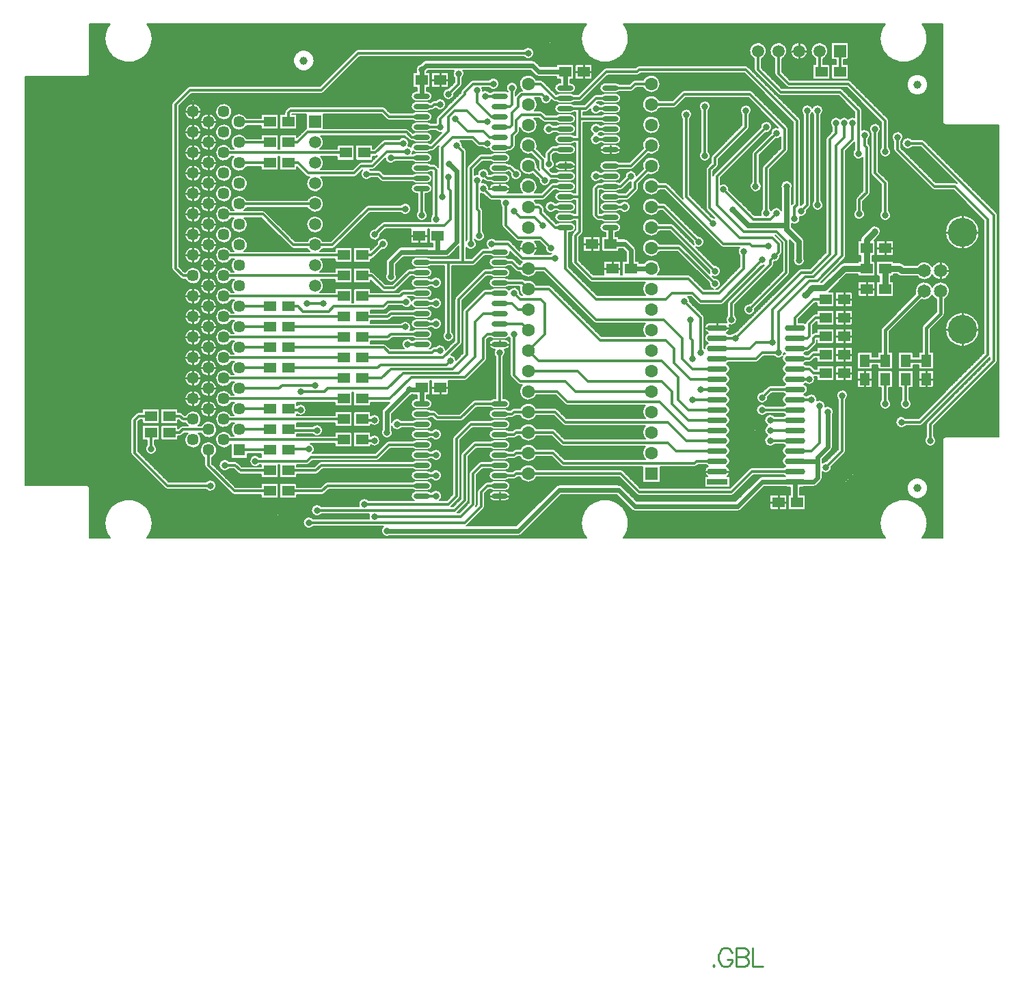
<source format=gbl>
%FSLAX44Y44*%
%MOMM*%
G71*
G01*
G75*
%ADD10C,0.2000*%
%ADD11O,2.0320X0.6096*%
%ADD12R,1.5240X1.2700*%
%ADD13R,1.5240X1.5240*%
%ADD14R,1.9050X0.4064*%
%ADD15R,0.4064X1.9050*%
%ADD16R,1.2700X1.5240*%
%ADD17O,0.6000X2.2000*%
%ADD18O,0.6000X2.2000*%
%ADD19R,0.9144X0.9144*%
%ADD20R,0.9144X1.2700*%
%ADD21R,1.5000X0.4000*%
%ADD22R,1.2700X0.9144*%
%ADD23C,1.0000*%
%ADD24C,0.3000*%
%ADD25C,0.6000*%
%ADD26C,0.8000*%
%ADD27C,0.5000*%
%ADD28C,0.2540*%
%ADD29C,0.2286*%
%ADD30C,3.6000*%
%ADD31C,1.6510*%
%ADD32C,1.4500*%
%ADD33R,1.4500X1.4500*%
%ADD34C,1.5000*%
%ADD35R,1.5000X1.5000*%
%ADD36R,1.6000X1.6000*%
%ADD37C,1.6000*%
%ADD38C,0.8000*%
%ADD39O,2.5400X0.7500*%
%ADD40R,2.5400X0.7500*%
%ADD41C,0.4000*%
%ADD42C,0.7000*%
D10*
X2099918Y1979017D02*
X2099341Y1981168D01*
X2097767Y1982743D01*
X2095616Y1983319D01*
X2099918Y1979017D02*
X2099341Y1981168D01*
X2097767Y1982743D01*
X2095616Y1983319D01*
X2177218Y1936317D02*
X2177108Y1938846D01*
X2176781Y1941357D01*
X2176238Y1943830D01*
X2175484Y1946247D01*
X2174524Y1948590D01*
X2173365Y1950841D01*
X2172016Y1952983D01*
X2170488Y1955002D01*
X2168790Y1956880D01*
X2166937Y1958606D01*
X2164942Y1960164D01*
X2162820Y1961545D01*
X2160587Y1962738D01*
X2158259Y1963733D01*
X2155853Y1964523D01*
X2153389Y1965103D01*
X2150883Y1965468D01*
X2148356Y1965616D01*
X2145825Y1965544D01*
X2143310Y1965255D01*
X2140829Y1964749D01*
X2138401Y1964031D01*
X2136044Y1963107D01*
X2133776Y1961982D01*
X2131613Y1960665D01*
X2129572Y1959167D01*
X2127668Y1957498D01*
X2125915Y1955671D01*
X2124327Y1953700D01*
X2122914Y1951599D01*
X2121688Y1949384D01*
X2120658Y1947071D01*
X2119832Y1944678D01*
X2119215Y1942222D01*
X2118812Y1939722D01*
X2118627Y1937197D01*
X2118660Y1934666D01*
X2118912Y1932146D01*
X2119380Y1929658D01*
X2120062Y1927220D01*
X2120951Y1924849D01*
X2122041Y1922565D01*
X2123325Y1920382D01*
X2124793Y1918319D01*
X2171039D02*
X2172446Y1920290D01*
X2173686Y1922370D01*
X2174750Y1924546D01*
X2175630Y1926802D01*
X2176321Y1929124D01*
X2176818Y1931494D01*
X2177118Y1933897D01*
X2177218Y1936317D01*
X2192751Y1979392D02*
X2195956Y1978065D01*
X2192751Y1979392D02*
X2195956Y1978065D01*
X2275555Y1972788D02*
X2278760Y1971461D01*
X2275555Y1972788D02*
X2278760Y1971461D01*
X2243919Y1978065D02*
X2245791Y1976500D01*
X2248086Y1975670D01*
X2250526Y1975673D01*
X2252818Y1976510D01*
X2254685Y1978080D01*
X2255904Y1980194D01*
X2256328Y1982597D01*
X2255904Y1985000D01*
X2254685Y1987114D01*
X2252818Y1988684D01*
X2250526Y1989521D01*
X2248086Y1989524D01*
X2245791Y1988694D01*
X2243919Y1987129D01*
X2150784Y2023237D02*
X2152111Y2020032D01*
X2150784Y2023237D02*
X2152111Y2020032D01*
X2171104Y2033694D02*
X2169484Y2031724D01*
X2168674Y2029305D01*
X2168779Y2026757D01*
X2169787Y2024414D01*
X2171564Y2022584D01*
X2173876Y2021509D01*
X2176421Y2021329D01*
X2178862Y2022069D01*
X2180878Y2023630D01*
X2182205Y2025809D01*
X2182668Y2028317D01*
X2182012Y2031282D01*
X2180168Y2033694D01*
X2242284Y2007937D02*
X2243611Y2004732D01*
X2242284Y2007937D02*
X2243611Y2004732D01*
X2221521Y2047635D02*
X2219670Y2045806D01*
X2218338Y2043571D01*
X2217610Y2041073D01*
X2217532Y2038472D01*
X2218109Y2035935D01*
X2219305Y2033625D01*
X2221042Y2031688D01*
X2223210Y2030249D01*
X2225670Y2029401D01*
X2228264Y2029197D01*
X2230826Y2029651D01*
X2233192Y2030733D01*
X2235210Y2032375D01*
X2236752Y2034471D01*
X2237719Y2036886D01*
X2238048Y2039467D01*
X2237778Y2041806D01*
X2236983Y2044023D01*
X2235705Y2046000D01*
X2234011Y2047635D01*
X2211196Y2044105D02*
X2214400Y2045432D01*
X2211196Y2044105D02*
X2214400Y2045432D01*
X2272453Y2012529D02*
X2270580Y2014094D01*
X2268286Y2014924D01*
X2265846Y2014921D01*
X2263554Y2014084D01*
X2261686Y2012514D01*
X2260467Y2010400D01*
X2260044Y2007997D01*
X2260467Y2005594D01*
X2261686Y2003480D01*
X2263554Y2001910D01*
X2265846Y2001073D01*
X2268286Y2001070D01*
X2270580Y2001900D01*
X2272453Y2003465D01*
X2283175Y1998188D02*
X2286380Y1996861D01*
X2283175Y1998188D02*
X2286380Y1996861D01*
X2310293Y2017609D02*
X2308420Y2019174D01*
X2306126Y2020004D01*
X2303686Y2020001D01*
X2301394Y2019164D01*
X2299526Y2017594D01*
X2298307Y2015480D01*
X2297884Y2013077D01*
X2298307Y2010674D01*
X2299526Y2008560D01*
X2301394Y2006990D01*
X2303686Y2006153D01*
X2306126Y2006150D01*
X2308420Y2006980D01*
X2310293Y2008545D01*
X2282980Y2011202D02*
X2279776Y2012529D01*
X2282980Y2011202D02*
X2279776Y2012529D01*
X2257098Y2026767D02*
X2256777Y2029314D01*
X2255836Y2031703D01*
X2254332Y2033784D01*
X2252359Y2035427D01*
X2250041Y2036530D01*
X2247522Y2037025D01*
X2244958Y2036880D01*
X2242511Y2036104D01*
X2240332Y2034747D01*
X2238557Y2032892D01*
X2237297Y2030655D01*
X2236631Y2028175D01*
X2236599Y2025608D01*
X2237205Y2023113D01*
X2238410Y2020846D01*
X2240139Y2018948D01*
X2242284Y2017538D01*
X2251348D02*
X2253276Y2018768D01*
X2254884Y2020393D01*
X2256093Y2022334D01*
X2256843Y2024494D01*
X2257098Y2026767D01*
X2237586Y2047635D02*
X2238955Y2045539D01*
X2240790Y2043835D01*
X2242982Y2042626D01*
X2245402Y2041983D01*
X2247905Y2041943D01*
X2250344Y2042509D01*
X2252574Y2043648D01*
X2254462Y2045293D01*
X2255896Y2047344D01*
X2256793Y2049682D01*
X2257098Y2052167D01*
X2275082Y2044025D02*
X2273660Y2046172D01*
X2271749Y2047899D01*
X2269469Y2049097D01*
X2266963Y2049690D01*
X2264387Y2049642D01*
X2261905Y2048956D01*
X2259671Y2047673D01*
X2257826Y2045876D01*
X2256485Y2043677D01*
X2255733Y2041214D01*
X2255617Y2038641D01*
X2256144Y2036120D01*
X2257281Y2033808D01*
X2258956Y2031853D01*
X2261066Y2030374D01*
X2263476Y2029467D01*
X2266036Y2029186D01*
X2268586Y2029551D01*
X2270965Y2030538D01*
X2273024Y2032086D01*
X2274634Y2034097D01*
X2376593Y1941409D02*
X2374720Y1942974D01*
X2372426Y1943804D01*
X2369986Y1943801D01*
X2367694Y1942964D01*
X2365826Y1941394D01*
X2364607Y1939280D01*
X2364184Y1936877D01*
X2364607Y1934474D01*
X2365826Y1932360D01*
X2367694Y1930790D01*
X2369986Y1929953D01*
X2372426Y1929950D01*
X2374720Y1930780D01*
X2376593Y1932345D01*
X2386753Y1956649D02*
X2384880Y1958214D01*
X2382586Y1959044D01*
X2380146Y1959041D01*
X2377854Y1958204D01*
X2375986Y1956634D01*
X2374767Y1954520D01*
X2374344Y1952117D01*
X2374767Y1949714D01*
X2375986Y1947600D01*
X2377854Y1946030D01*
X2380146Y1945193D01*
X2382586Y1945190D01*
X2384880Y1946020D01*
X2386753Y1947585D01*
X2387472Y1971461D02*
X2390676Y1972788D01*
X2387472Y1971461D02*
X2390676Y1972788D01*
X2446178Y1947585D02*
X2445544Y1945559D01*
Y1943435D01*
X2446178Y1941409D01*
X2445173Y1964269D02*
X2443219Y1965879D01*
X2440822Y1966694D01*
X2438292Y1966606D01*
X2435957Y1965629D01*
X2434119Y1963887D01*
X2433017Y1961608D01*
X2432794Y1959086D01*
X2433478Y1956649D01*
X2394076Y1987129D02*
X2390871Y1985802D01*
X2394076Y1987129D02*
X2390871Y1985802D01*
X2379852Y1996861D02*
X2383056Y1998188D01*
X2379852Y1996861D02*
X2383056Y1998188D01*
X2368676Y2008545D02*
X2371880Y2009872D01*
X2368676Y2008545D02*
X2371880Y2009872D01*
X2375432Y2022689D02*
X2376945Y2024239D01*
X2377914Y2026177D01*
X2378248Y2028317D01*
X2377658Y2031135D01*
X2375989Y2033481D01*
X2373519Y2034961D01*
X2375999Y2046645D02*
X2377871Y2045080D01*
X2380166Y2044250D01*
X2382606Y2044253D01*
X2384897Y2045090D01*
X2386765Y2046660D01*
X2387984Y2048774D01*
X2388408Y2051177D01*
X2386456Y2012529D02*
X2383251Y2011202D01*
X2386456Y2012529D02*
X2383251Y2011202D01*
X2152111Y2067082D02*
X2150784Y2063877D01*
X2152111Y2067082D02*
X2150784Y2063877D01*
X2160396Y2073489D02*
X2157191Y2072162D01*
X2160396Y2073489D02*
X2157191Y2072162D01*
X2214726Y2056699D02*
X2211521Y2055372D01*
X2214726Y2056699D02*
X2211521Y2055372D01*
X2214400Y2072162D02*
X2211196Y2073489D01*
X2214400Y2072162D02*
X2211196Y2073489D01*
X2212081Y2061662D02*
X2215286Y2060335D01*
X2212081Y2061662D02*
X2215286Y2060335D01*
X2218536D02*
X2219818Y2058344D01*
X2221521Y2056699D01*
X2234011D02*
X2235705Y2058334D01*
X2236983Y2060311D01*
X2237778Y2062528D01*
X2238048Y2064867D01*
X2257098Y2052167D02*
X2256793Y2054652D01*
X2255896Y2056990D01*
X2254462Y2059041D01*
X2252574Y2060686D01*
X2250344Y2061825D01*
X2247905Y2062391D01*
X2245402Y2062351D01*
X2242982Y2061708D01*
X2240790Y2060499D01*
X2238955Y2058795D01*
X2237586Y2056699D01*
X2238048Y2064867D02*
X2237743Y2067352D01*
X2236846Y2069690D01*
X2235412Y2071741D01*
X2233524Y2073386D01*
X2231294Y2074525D01*
X2228855Y2075091D01*
X2226352Y2075051D01*
X2223932Y2074408D01*
X2221740Y2073199D01*
X2219905Y2071495D01*
X2218536Y2069399D01*
X2257098Y2077567D02*
X2256775Y2080124D01*
X2255826Y2082520D01*
X2254311Y2084606D01*
X2252325Y2086248D01*
X2249993Y2087346D01*
X2247461Y2087829D01*
X2244889Y2087667D01*
X2242438Y2086870D01*
X2240262Y2085489D01*
X2238497Y2083611D01*
X2237256Y2081352D01*
X2236615Y2078856D01*
Y2076278D01*
X2237256Y2073782D01*
X2238497Y2071523D01*
X2240262Y2069645D01*
X2242438Y2068264D01*
X2244889Y2067467D01*
X2247461Y2067305D01*
X2249993Y2067788D01*
X2252325Y2068886D01*
X2254311Y2070529D01*
X2255826Y2072614D01*
X2256775Y2075010D01*
X2257098Y2077567D01*
X2238048Y2090267D02*
X2237725Y2092824D01*
X2236776Y2095220D01*
X2235261Y2097305D01*
X2233275Y2098948D01*
X2230943Y2100046D01*
X2228411Y2100529D01*
X2225839Y2100367D01*
X2223388Y2099570D01*
X2221212Y2098189D01*
X2219447Y2096311D01*
X2218206Y2094052D01*
X2217565Y2091556D01*
Y2088978D01*
X2218206Y2086482D01*
X2219447Y2084223D01*
X2221212Y2082345D01*
X2223388Y2080964D01*
X2225839Y2080167D01*
X2228411Y2080005D01*
X2230943Y2080488D01*
X2233275Y2081586D01*
X2235261Y2083228D01*
X2236776Y2085314D01*
X2237725Y2087710D01*
X2238048Y2090267D01*
Y2115667D02*
X2237725Y2118224D01*
X2236776Y2120620D01*
X2235261Y2122706D01*
X2233275Y2124348D01*
X2230943Y2125446D01*
X2228411Y2125929D01*
X2225839Y2125767D01*
X2223388Y2124970D01*
X2221212Y2123589D01*
X2219447Y2121711D01*
X2218206Y2119452D01*
X2217565Y2116956D01*
Y2114378D01*
X2218206Y2111882D01*
X2219447Y2109623D01*
X2221212Y2107745D01*
X2223388Y2106364D01*
X2225839Y2105567D01*
X2228411Y2105405D01*
X2230943Y2105888D01*
X2233275Y2106986D01*
X2235261Y2108629D01*
X2236776Y2110714D01*
X2237725Y2113110D01*
X2238048Y2115667D01*
Y2141067D02*
X2237725Y2143624D01*
X2236776Y2146020D01*
X2235261Y2148105D01*
X2233275Y2149748D01*
X2230943Y2150846D01*
X2228411Y2151329D01*
X2225839Y2151167D01*
X2223388Y2150370D01*
X2221212Y2148989D01*
X2219447Y2147111D01*
X2218206Y2144852D01*
X2217565Y2142356D01*
Y2139778D01*
X2218206Y2137282D01*
X2219447Y2135023D01*
X2221212Y2133145D01*
X2223388Y2131764D01*
X2225839Y2130967D01*
X2228411Y2130805D01*
X2230943Y2131288D01*
X2233275Y2132386D01*
X2235261Y2134028D01*
X2236776Y2136114D01*
X2237725Y2138510D01*
X2238048Y2141067D01*
X2257098Y2102967D02*
X2256775Y2105524D01*
X2255826Y2107920D01*
X2254311Y2110005D01*
X2252325Y2111648D01*
X2249993Y2112746D01*
X2247461Y2113229D01*
X2244889Y2113067D01*
X2242438Y2112270D01*
X2240262Y2110889D01*
X2238497Y2109011D01*
X2237256Y2106752D01*
X2236615Y2104256D01*
Y2101678D01*
X2237256Y2099182D01*
X2238497Y2096923D01*
X2240262Y2095045D01*
X2242438Y2093664D01*
X2244889Y2092867D01*
X2247461Y2092705D01*
X2249993Y2093188D01*
X2252325Y2094286D01*
X2254311Y2095928D01*
X2255826Y2098014D01*
X2256775Y2100410D01*
X2257098Y2102967D01*
Y2128367D02*
X2256775Y2130924D01*
X2255826Y2133320D01*
X2254311Y2135405D01*
X2252325Y2137048D01*
X2249993Y2138146D01*
X2247461Y2138629D01*
X2244889Y2138467D01*
X2242438Y2137670D01*
X2240262Y2136289D01*
X2238497Y2134411D01*
X2237256Y2132152D01*
X2236615Y2129656D01*
Y2127078D01*
X2237256Y2124582D01*
X2238497Y2122323D01*
X2240262Y2120445D01*
X2242438Y2119064D01*
X2244889Y2118267D01*
X2247461Y2118105D01*
X2249993Y2118588D01*
X2252325Y2119686D01*
X2254311Y2121328D01*
X2255826Y2123414D01*
X2256775Y2125810D01*
X2257098Y2128367D01*
X2238048Y2166467D02*
X2237725Y2169024D01*
X2236776Y2171420D01*
X2235261Y2173506D01*
X2233275Y2175148D01*
X2230943Y2176246D01*
X2228411Y2176729D01*
X2225839Y2176567D01*
X2223388Y2175770D01*
X2221212Y2174389D01*
X2219447Y2172511D01*
X2218206Y2170252D01*
X2217565Y2167756D01*
Y2165178D01*
X2218206Y2162682D01*
X2219447Y2160423D01*
X2221212Y2158545D01*
X2223388Y2157164D01*
X2225839Y2156367D01*
X2228411Y2156205D01*
X2230943Y2156688D01*
X2233275Y2157786D01*
X2235261Y2159429D01*
X2236776Y2161514D01*
X2237725Y2163910D01*
X2238048Y2166467D01*
Y2191867D02*
X2237725Y2194424D01*
X2236776Y2196820D01*
X2235261Y2198905D01*
X2233275Y2200548D01*
X2230943Y2201646D01*
X2228411Y2202129D01*
X2225839Y2201967D01*
X2223388Y2201170D01*
X2221212Y2199789D01*
X2219447Y2197911D01*
X2218206Y2195652D01*
X2217565Y2193156D01*
Y2190578D01*
X2218206Y2188082D01*
X2219447Y2185823D01*
X2221212Y2183945D01*
X2223388Y2182564D01*
X2225839Y2181767D01*
X2228411Y2181605D01*
X2230943Y2182088D01*
X2233275Y2183186D01*
X2235261Y2184828D01*
X2236776Y2186914D01*
X2237725Y2189310D01*
X2238048Y2191867D01*
Y2217267D02*
X2237725Y2219824D01*
X2236776Y2222220D01*
X2235261Y2224306D01*
X2233275Y2225948D01*
X2230943Y2227046D01*
X2228411Y2227529D01*
X2225839Y2227367D01*
X2223388Y2226570D01*
X2221212Y2225189D01*
X2219447Y2223311D01*
X2218206Y2221052D01*
X2217565Y2218556D01*
Y2215978D01*
X2218206Y2213482D01*
X2219447Y2211223D01*
X2221212Y2209345D01*
X2223388Y2207964D01*
X2225839Y2207167D01*
X2228411Y2207005D01*
X2230943Y2207488D01*
X2233275Y2208586D01*
X2235261Y2210228D01*
X2236776Y2212314D01*
X2237725Y2214710D01*
X2238048Y2217267D01*
X2257098Y2153767D02*
X2256775Y2156324D01*
X2255826Y2158720D01*
X2254311Y2160806D01*
X2252325Y2162448D01*
X2249993Y2163546D01*
X2247461Y2164029D01*
X2244889Y2163867D01*
X2242438Y2163070D01*
X2240262Y2161689D01*
X2238497Y2159811D01*
X2237256Y2157552D01*
X2236615Y2155056D01*
Y2152478D01*
X2237256Y2149982D01*
X2238497Y2147723D01*
X2240262Y2145845D01*
X2242438Y2144464D01*
X2244889Y2143667D01*
X2247461Y2143505D01*
X2249993Y2143988D01*
X2252325Y2145086D01*
X2254311Y2146729D01*
X2255826Y2148814D01*
X2256775Y2151210D01*
X2257098Y2153767D01*
Y2179167D02*
X2256775Y2181724D01*
X2255826Y2184120D01*
X2254311Y2186205D01*
X2252325Y2187848D01*
X2249993Y2188946D01*
X2247461Y2189429D01*
X2244889Y2189267D01*
X2242438Y2188470D01*
X2240262Y2187089D01*
X2238497Y2185211D01*
X2237256Y2182952D01*
X2236615Y2180456D01*
Y2177878D01*
X2237256Y2175382D01*
X2238497Y2173123D01*
X2240262Y2171245D01*
X2242438Y2169864D01*
X2244889Y2169067D01*
X2247461Y2168905D01*
X2249993Y2169388D01*
X2252325Y2170486D01*
X2254311Y2172128D01*
X2255826Y2174214D01*
X2256775Y2176610D01*
X2257098Y2179167D01*
Y2204567D02*
X2256775Y2207124D01*
X2255826Y2209520D01*
X2254311Y2211606D01*
X2252325Y2213248D01*
X2249993Y2214346D01*
X2247461Y2214829D01*
X2244889Y2214667D01*
X2242438Y2213870D01*
X2240262Y2212489D01*
X2238497Y2210611D01*
X2237256Y2208352D01*
X2236615Y2205856D01*
Y2203278D01*
X2237256Y2200782D01*
X2238497Y2198523D01*
X2240262Y2196645D01*
X2242438Y2195264D01*
X2244889Y2194467D01*
X2247461Y2194305D01*
X2249993Y2194788D01*
X2252325Y2195886D01*
X2254311Y2197529D01*
X2255826Y2199614D01*
X2256775Y2202010D01*
X2257098Y2204567D01*
Y2229967D02*
X2256775Y2232524D01*
X2255826Y2234920D01*
X2254311Y2237005D01*
X2252325Y2238648D01*
X2249993Y2239746D01*
X2247461Y2240229D01*
X2244889Y2240067D01*
X2242438Y2239270D01*
X2240262Y2237889D01*
X2238497Y2236011D01*
X2237256Y2233752D01*
X2236615Y2231256D01*
Y2228678D01*
X2237256Y2226182D01*
X2238497Y2223923D01*
X2240262Y2222045D01*
X2242438Y2220664D01*
X2244889Y2219867D01*
X2247461Y2219705D01*
X2249993Y2220188D01*
X2252325Y2221286D01*
X2254311Y2222928D01*
X2255826Y2225014D01*
X2256775Y2227410D01*
X2257098Y2229967D01*
X2275082Y2069425D02*
X2273707Y2071517D01*
X2271868Y2073215D01*
X2269672Y2074418D01*
X2267251Y2075055D01*
X2264747Y2075088D01*
X2262310Y2074515D01*
X2260084Y2073369D01*
X2258200Y2071720D01*
X2256771Y2069664D01*
X2255882Y2067324D01*
X2255584Y2064838D01*
X2255896Y2062354D01*
X2256799Y2060019D01*
X2258239Y2057971D01*
X2260132Y2056332D01*
X2262365Y2055199D01*
X2264805Y2054640D01*
X2267308Y2054687D01*
X2269726Y2055337D01*
X2271915Y2056552D01*
X2273745Y2058261D01*
X2275108Y2060361D01*
X2278705D02*
X2276792Y2058470D01*
X2275436Y2056148D01*
X2274728Y2053554D01*
X2274716Y2050865D01*
X2275403Y2048265D01*
X2276740Y2045932D01*
X2278637Y2044025D01*
X2388408Y2051177D02*
X2387984Y2053580D01*
X2386765Y2055694D01*
X2384897Y2057264D01*
X2382606Y2058101D01*
X2380166Y2058104D01*
X2377871Y2057274D01*
X2375999Y2055709D01*
X2356468Y2071248D02*
X2358773Y2069926D01*
X2361405Y2069554D01*
X2363987Y2070185D01*
X2366150Y2071730D01*
X2367585Y2073967D01*
X2368088Y2076577D01*
X2275082Y2094825D02*
X2273707Y2096917D01*
X2271868Y2098615D01*
X2269672Y2099819D01*
X2267251Y2100455D01*
X2264747Y2100488D01*
X2262310Y2099915D01*
X2260084Y2098769D01*
X2258200Y2097120D01*
X2256771Y2095064D01*
X2255882Y2092724D01*
X2255584Y2090238D01*
X2255896Y2087754D01*
X2256799Y2085419D01*
X2258239Y2083371D01*
X2260132Y2081732D01*
X2262365Y2080599D01*
X2264805Y2080040D01*
X2267308Y2080087D01*
X2269726Y2080737D01*
X2271915Y2081953D01*
X2273745Y2083661D01*
X2275108Y2085761D01*
X2368088Y2076577D02*
X2367585Y2079187D01*
X2366150Y2081424D01*
X2363987Y2082969D01*
X2361405Y2083600D01*
X2358773Y2083228D01*
X2356468Y2081906D01*
X2278705Y2085761D02*
X2276792Y2083870D01*
X2275436Y2081548D01*
X2274728Y2078954D01*
X2274716Y2076265D01*
X2275403Y2073665D01*
X2276740Y2071332D01*
X2278637Y2069425D01*
X2278705Y2111161D02*
X2276792Y2109270D01*
X2275436Y2106948D01*
X2274728Y2104354D01*
X2274716Y2101665D01*
X2275403Y2099065D01*
X2276740Y2096732D01*
X2278637Y2094825D01*
X2275082Y2120225D02*
X2273707Y2122317D01*
X2271868Y2124015D01*
X2269672Y2125219D01*
X2267251Y2125855D01*
X2264747Y2125888D01*
X2262310Y2125315D01*
X2260084Y2124169D01*
X2258200Y2122520D01*
X2256771Y2120464D01*
X2255882Y2118124D01*
X2255584Y2115638D01*
X2255896Y2113154D01*
X2256799Y2110819D01*
X2258239Y2108771D01*
X2260132Y2107132D01*
X2262365Y2105999D01*
X2264805Y2105440D01*
X2267308Y2105487D01*
X2269726Y2106137D01*
X2271915Y2107352D01*
X2273745Y2109061D01*
X2275108Y2111161D01*
X2275082Y2145625D02*
X2273707Y2147717D01*
X2271868Y2149415D01*
X2269672Y2150618D01*
X2267251Y2151255D01*
X2264747Y2151288D01*
X2262310Y2150715D01*
X2260084Y2149569D01*
X2258200Y2147920D01*
X2256771Y2145864D01*
X2255882Y2143524D01*
X2255584Y2141038D01*
X2255896Y2138554D01*
X2256799Y2136219D01*
X2258239Y2134171D01*
X2260132Y2132532D01*
X2262365Y2131399D01*
X2264805Y2130840D01*
X2267308Y2130887D01*
X2269726Y2131537D01*
X2271915Y2132753D01*
X2273745Y2134461D01*
X2275108Y2136561D01*
X2275082Y2171025D02*
X2273707Y2173117D01*
X2271868Y2174815D01*
X2269672Y2176019D01*
X2267251Y2176655D01*
X2264747Y2176688D01*
X2262310Y2176115D01*
X2260084Y2174969D01*
X2258200Y2173320D01*
X2256771Y2171264D01*
X2255882Y2168924D01*
X2255584Y2166438D01*
X2255896Y2163954D01*
X2256799Y2161619D01*
X2258239Y2159571D01*
X2260132Y2157932D01*
X2262365Y2156799D01*
X2264805Y2156240D01*
X2267308Y2156287D01*
X2269726Y2156937D01*
X2271915Y2158152D01*
X2273745Y2159861D01*
X2275108Y2161961D01*
X2278705Y2136561D02*
X2276792Y2134670D01*
X2275436Y2132348D01*
X2274728Y2129754D01*
X2274716Y2127065D01*
X2275403Y2124465D01*
X2276740Y2122132D01*
X2278637Y2120225D01*
X2278705Y2161961D02*
X2276792Y2160070D01*
X2275436Y2157748D01*
X2274728Y2155154D01*
X2274716Y2152465D01*
X2275403Y2149865D01*
X2276740Y2147532D01*
X2278637Y2145625D01*
X2275082Y2196425D02*
X2273707Y2198517D01*
X2271868Y2200215D01*
X2269672Y2201418D01*
X2267251Y2202055D01*
X2264747Y2202088D01*
X2262310Y2201515D01*
X2260084Y2200369D01*
X2258200Y2198720D01*
X2256771Y2196664D01*
X2255882Y2194324D01*
X2255584Y2191838D01*
X2255896Y2189354D01*
X2256799Y2187019D01*
X2258239Y2184971D01*
X2260132Y2183332D01*
X2262365Y2182199D01*
X2264805Y2181640D01*
X2267308Y2181687D01*
X2269726Y2182337D01*
X2271915Y2183553D01*
X2273745Y2185261D01*
X2275108Y2187361D01*
X2278705D02*
X2276792Y2185470D01*
X2275436Y2183148D01*
X2274728Y2180554D01*
X2274716Y2177865D01*
X2275403Y2175265D01*
X2276740Y2172932D01*
X2278637Y2171025D01*
X2278705Y2212761D02*
X2276792Y2210870D01*
X2275436Y2208548D01*
X2274728Y2205954D01*
X2274716Y2203265D01*
X2275403Y2200665D01*
X2276740Y2198332D01*
X2278637Y2196425D01*
X2275082Y2221825D02*
X2273707Y2223917D01*
X2271868Y2225615D01*
X2269672Y2226819D01*
X2267251Y2227455D01*
X2264747Y2227488D01*
X2262310Y2226915D01*
X2260084Y2225769D01*
X2258200Y2224120D01*
X2256771Y2222064D01*
X2255882Y2219724D01*
X2255584Y2217238D01*
X2255896Y2214754D01*
X2256799Y2212419D01*
X2258239Y2210371D01*
X2260132Y2208732D01*
X2262365Y2207599D01*
X2264805Y2207040D01*
X2267308Y2207087D01*
X2269726Y2207737D01*
X2271915Y2208952D01*
X2273745Y2210661D01*
X2275108Y2212761D01*
X2278705Y2238161D02*
X2276792Y2236270D01*
X2275436Y2233948D01*
X2274728Y2231354D01*
X2274716Y2228665D01*
X2275403Y2226065D01*
X2276740Y2223732D01*
X2278637Y2221825D01*
X2385329D02*
X2387026Y2223496D01*
X2388304Y2225505D01*
X2389099Y2227751D01*
X2389368Y2230117D01*
X2463520Y1932345D02*
X2461734Y1930381D01*
X2460803Y1927894D01*
X2460860Y1925240D01*
X2461898Y1922797D01*
X2463768Y1920912D01*
X2466203Y1919854D01*
X2468856Y1919775D01*
X2471350Y1920685D01*
X2532912Y1964269D02*
X2534425Y1965819D01*
X2535394Y1967757D01*
X2535728Y1969897D01*
X2557300Y1966692D02*
X2558628Y1969897D01*
X2557300Y1966692D02*
X2558628Y1969897D01*
X2503804Y1975977D02*
X2501473Y1975513D01*
X2499499Y1974191D01*
X2498182Y1972213D01*
X2497724Y1969881D01*
X2498194Y1967552D01*
X2499522Y1965581D01*
X2501503Y1964269D01*
X2499751Y1978065D02*
X2501634Y1976917D01*
X2503804Y1976517D01*
X2522081Y1974429D02*
X2520197Y1975577D01*
X2518028Y1975977D01*
X2503804Y1988677D02*
X2501634Y1988277D01*
X2499751Y1987129D01*
X2518028Y1976517D02*
X2520354Y1976980D01*
X2522327Y1978298D01*
X2523645Y1980270D01*
X2524108Y1982597D01*
X2523645Y1984924D01*
X2522327Y1986896D01*
X2520354Y1988214D01*
X2518028Y1988677D01*
X2535728Y1969897D02*
X2535304Y1972300D01*
X2534085Y1974414D01*
X2532218Y1975984D01*
X2529926Y1976821D01*
X2527486Y1976824D01*
X2525191Y1975994D01*
X2523319Y1974429D01*
Y1990765D02*
X2525191Y1989200D01*
X2527486Y1988370D01*
X2529926Y1988373D01*
X2532218Y1989210D01*
X2534085Y1990780D01*
X2535304Y1992894D01*
X2535728Y1995297D01*
X2455036Y2013625D02*
X2458240Y2014952D01*
X2455036Y2013625D02*
X2458240Y2014952D01*
X2503804Y2001377D02*
X2501477Y2000914D01*
X2499505Y1999596D01*
X2498186Y1997624D01*
X2497724Y1995297D01*
X2498186Y1992970D01*
X2499505Y1990998D01*
X2501477Y1989680D01*
X2503804Y1989217D01*
X2499751Y2003465D02*
X2501634Y2002317D01*
X2503804Y2001917D01*
Y2014077D02*
X2501634Y2013677D01*
X2499751Y2012529D01*
X2503804Y2026777D02*
X2501477Y2026314D01*
X2499505Y2024996D01*
X2498186Y2023024D01*
X2497724Y2020697D01*
X2498186Y2018370D01*
X2499505Y2016398D01*
X2501477Y2015080D01*
X2503804Y2014617D01*
X2499751Y2028865D02*
X2501634Y2027717D01*
X2503804Y2027317D01*
X2447908Y2033148D02*
X2450213Y2031826D01*
X2452845Y2031454D01*
X2455427Y2032085D01*
X2457590Y2033630D01*
X2459025Y2035867D01*
X2459528Y2038477D01*
X2459025Y2041087D01*
X2457590Y2043324D01*
X2455427Y2044869D01*
X2452845Y2045500D01*
X2450213Y2045128D01*
X2447908Y2043806D01*
X2470276Y2037929D02*
X2467071Y2036602D01*
X2470276Y2037929D02*
X2467071Y2036602D01*
X2461704Y2052251D02*
X2460807Y2049839D01*
X2460839Y2047265D01*
X2461795Y2044874D01*
X2463547Y2042988D01*
X2465861Y2041860D01*
X2468425Y2041639D01*
X2470898Y2042356D01*
X2472946Y2043915D01*
X2474297Y2046106D01*
X2474768Y2048637D01*
X2473768Y2052251D01*
X2503804Y2039477D02*
X2501634Y2039077D01*
X2499751Y2037929D01*
X2503804Y2052177D02*
X2501477Y2051714D01*
X2499505Y2050396D01*
X2498186Y2048424D01*
X2497724Y2046097D01*
X2498186Y2043770D01*
X2499505Y2041798D01*
X2501477Y2040480D01*
X2503804Y2040017D01*
X2499751Y2054265D02*
X2501634Y2053117D01*
X2503804Y2052717D01*
X2518028Y1989217D02*
X2520197Y1989617D01*
X2522081Y1990765D01*
Y1999829D02*
X2520197Y2000977D01*
X2518028Y2001377D01*
Y2001917D02*
X2520354Y2002380D01*
X2522327Y2003698D01*
X2523645Y2005670D01*
X2524108Y2007997D01*
X2523645Y2010324D01*
X2522327Y2012296D01*
X2520354Y2013614D01*
X2518028Y2014077D01*
X2535728Y1995297D02*
X2535304Y1997700D01*
X2534085Y1999814D01*
X2532218Y2001384D01*
X2529926Y2002221D01*
X2527486Y2002224D01*
X2525191Y2001394D01*
X2523319Y1999829D01*
X2518028Y2014617D02*
X2520197Y2015017D01*
X2522081Y2016165D01*
X2523319D02*
X2525191Y2014600D01*
X2527486Y2013770D01*
X2529926Y2013773D01*
X2532218Y2014610D01*
X2534085Y2016180D01*
X2535304Y2018294D01*
X2535728Y2020697D01*
X2522081Y2025229D02*
X2520197Y2026377D01*
X2518028Y2026777D01*
Y2027317D02*
X2520354Y2027780D01*
X2522327Y2029098D01*
X2523645Y2031070D01*
X2524108Y2033397D01*
X2523645Y2035724D01*
X2522327Y2037696D01*
X2520354Y2039014D01*
X2518028Y2039477D01*
Y2040017D02*
X2520197Y2040417D01*
X2522081Y2041565D01*
Y2050629D02*
X2520197Y2051777D01*
X2518028Y2052177D01*
X2535728Y2020697D02*
X2535304Y2023100D01*
X2534085Y2025214D01*
X2532218Y2026784D01*
X2529926Y2027621D01*
X2527486Y2027624D01*
X2525191Y2026794D01*
X2523319Y2025229D01*
X2550891Y2044222D02*
X2549564Y2041017D01*
X2523319Y2041565D02*
X2525191Y2040000D01*
X2527486Y2039170D01*
X2529926Y2039173D01*
X2532218Y2040010D01*
X2534085Y2041580D01*
X2535304Y2043694D01*
X2535728Y2046097D01*
X2535304Y2048500D01*
X2534085Y2050614D01*
X2532218Y2052184D01*
X2529926Y2053021D01*
X2527486Y2053024D01*
X2525191Y2052194D01*
X2523319Y2050629D01*
X2550891Y2044222D02*
X2549564Y2041017D01*
X2566126Y1932749D02*
X2567460Y1933672D01*
X2566126Y1932749D02*
X2567460Y1933672D01*
Y1961612D02*
X2568788Y1964817D01*
X2567460Y1961612D02*
X2568788Y1964817D01*
X2578174Y1957205D02*
X2578948Y1959737D01*
X2578174Y1957205D02*
X2578948Y1959737D01*
X2587780Y1953992D02*
X2589108Y1957197D01*
X2587780Y1953992D02*
X2589108Y1957197D01*
X2581371Y1978182D02*
X2580044Y1974977D01*
X2581371Y1978182D02*
X2580044Y1974977D01*
X2592196Y1987129D02*
X2588991Y1985802D01*
X2592196Y1987129D02*
X2588991Y1985802D01*
X2600324Y1975977D02*
X2597997Y1975514D01*
X2596024Y1974196D01*
X2594706Y1972224D01*
X2594244Y1969897D01*
X2594706Y1967570D01*
X2596024Y1965598D01*
X2597997Y1964280D01*
X2600324Y1963817D01*
X2630296Y1920685D02*
X2632604Y1921144D01*
X2634561Y1922452D01*
X2614548Y1963817D02*
X2616874Y1964280D01*
X2618847Y1965598D01*
X2620165Y1967570D01*
X2620628Y1969897D01*
X2620165Y1972224D01*
X2618847Y1974196D01*
X2616874Y1975514D01*
X2614548Y1975977D01*
X2630296Y1920685D02*
X2632604Y1921144D01*
X2634561Y1922452D01*
X2596271Y1978065D02*
X2598154Y1976917D01*
X2600324Y1976517D01*
Y1988677D02*
X2598154Y1988277D01*
X2596271Y1987129D01*
X2614548Y1976517D02*
X2616874Y1976980D01*
X2618847Y1978298D01*
X2620165Y1980270D01*
X2620628Y1982597D01*
X2620165Y1984924D01*
X2618847Y1986896D01*
X2616874Y1988214D01*
X2614548Y1988677D01*
X2571211Y2001042D02*
X2569884Y1997837D01*
X2571211Y2001042D02*
X2569884Y1997837D01*
X2600324Y2001377D02*
X2597997Y2000914D01*
X2596024Y1999596D01*
X2594706Y1997624D01*
X2594244Y1995297D01*
X2594706Y1992970D01*
X2596024Y1990998D01*
X2597997Y1989680D01*
X2600324Y1989217D01*
X2596271Y2003465D02*
X2598154Y2002317D01*
X2600324Y2001917D01*
X2584576Y2012529D02*
X2581371Y2011202D01*
X2584576Y2012529D02*
X2581371Y2011202D01*
X2600324Y2014077D02*
X2598154Y2013677D01*
X2596271Y2012529D01*
X2561051Y2023902D02*
X2559724Y2020697D01*
X2561051Y2023902D02*
X2559724Y2020697D01*
X2600324Y2026777D02*
X2597997Y2026314D01*
X2596024Y2024996D01*
X2594706Y2023024D01*
X2594244Y2020697D01*
X2594706Y2018370D01*
X2596024Y2016398D01*
X2597997Y2015080D01*
X2600324Y2014617D01*
X2596271Y2028865D02*
X2598154Y2027717D01*
X2600324Y2027317D01*
X2576956Y2037929D02*
X2573751Y2036602D01*
X2576956Y2037929D02*
X2573751Y2036602D01*
X2600324Y2039477D02*
X2598154Y2039077D01*
X2596271Y2037929D01*
X2600324Y2052177D02*
X2597997Y2051714D01*
X2596024Y2050396D01*
X2594706Y2048424D01*
X2594244Y2046097D01*
X2594706Y2043770D01*
X2596024Y2041798D01*
X2597997Y2040480D01*
X2600324Y2040017D01*
X2614548Y1989217D02*
X2616717Y1989617D01*
X2618601Y1990765D01*
Y1999829D02*
X2616717Y2000977D01*
X2614548Y2001377D01*
Y2001917D02*
X2616874Y2002380D01*
X2618847Y2003698D01*
X2620165Y2005670D01*
X2620628Y2007997D01*
X2620165Y2010324D01*
X2618847Y2012296D01*
X2616874Y2013614D01*
X2614548Y2014077D01*
Y2014617D02*
X2616717Y2015017D01*
X2618601Y2016165D01*
X2627756Y2002369D02*
X2624551Y2001042D01*
X2627756Y2002369D02*
X2624551Y2001042D01*
X2625216Y1990765D02*
X2628420Y1992092D01*
X2625216Y1990765D02*
X2628420Y1992092D01*
X2625216Y2016165D02*
X2628420Y2017492D01*
X2625216Y2016165D02*
X2628420Y2017492D01*
X2618601Y2025229D02*
X2616717Y2026377D01*
X2614548Y2026777D01*
Y2027317D02*
X2616874Y2027780D01*
X2618847Y2029098D01*
X2620165Y2031070D01*
X2620628Y2033397D01*
X2620165Y2035724D01*
X2618847Y2037696D01*
X2616874Y2039014D01*
X2614548Y2039477D01*
Y2040017D02*
X2616717Y2040417D01*
X2618601Y2041565D01*
Y2050629D02*
X2616717Y2051777D01*
X2614548Y2052177D01*
X2627756Y2027769D02*
X2624551Y2026442D01*
X2627756Y2027769D02*
X2624551Y2026442D01*
X2625216Y2041565D02*
X2628420Y2042892D01*
X2627756Y2053169D02*
X2624551Y2051842D01*
X2627756Y2053169D02*
X2624551Y2051842D01*
X2625216Y2041565D02*
X2628420Y2042892D01*
X2447908Y2058548D02*
X2450213Y2057226D01*
X2452845Y2056854D01*
X2455427Y2057485D01*
X2457590Y2059030D01*
X2459025Y2061267D01*
X2459528Y2063877D01*
X2459025Y2066487D01*
X2457590Y2068724D01*
X2455427Y2070269D01*
X2452845Y2070900D01*
X2450213Y2070528D01*
X2447908Y2069206D01*
X2473768Y2056564D02*
X2474951Y2054396D01*
X2476811Y2052771D01*
X2479117Y2051890D01*
X2481587Y2051860D01*
X2483914Y2052686D01*
X2485813Y2054265D01*
Y2063329D02*
X2483914Y2064908D01*
X2481587Y2065734D01*
X2479117Y2065704D01*
X2476811Y2064823D01*
X2474951Y2063198D01*
X2473768Y2061030D01*
X2463470Y2078302D02*
X2462163Y2076345D01*
X2461704Y2074037D01*
X2463470Y2078302D02*
X2462163Y2076345D01*
X2461704Y2074037D01*
X2467384Y2156998D02*
X2464180Y2158325D01*
X2467384Y2156998D02*
X2464180Y2158325D01*
X2468752Y2161961D02*
X2471956Y2163288D01*
X2468752Y2161961D02*
X2471956Y2163288D01*
X2497385Y2095156D02*
X2499290Y2095945D01*
X2498513Y2162389D02*
X2496483Y2164041D01*
X2493990Y2164837D01*
X2491378Y2164666D01*
X2489010Y2163552D01*
X2487214Y2161649D01*
X2486237Y2159221D01*
X2486216Y2156604D01*
X2487154Y2154160D01*
X2488920Y2152229D01*
X2503804Y2064877D02*
X2501634Y2064477D01*
X2499751Y2063329D01*
X2503804Y2077577D02*
X2501477Y2077114D01*
X2499505Y2075796D01*
X2498186Y2073824D01*
X2497724Y2071497D01*
X2498186Y2069170D01*
X2499505Y2067198D01*
X2501477Y2065880D01*
X2503804Y2065417D01*
Y2090277D02*
X2501477Y2089814D01*
X2499505Y2088496D01*
X2498186Y2086524D01*
X2497724Y2084197D01*
X2498186Y2081870D01*
X2499505Y2079898D01*
X2501477Y2078580D01*
X2503804Y2078117D01*
X2518028Y2052717D02*
X2520354Y2053180D01*
X2522327Y2054498D01*
X2523645Y2056470D01*
X2524108Y2058797D01*
X2523645Y2061124D01*
X2522327Y2063096D01*
X2520354Y2064414D01*
X2518028Y2064877D01*
Y2065417D02*
X2520197Y2065817D01*
X2522081Y2066965D01*
Y2076029D02*
X2520197Y2077177D01*
X2518028Y2077577D01*
X2529236Y2074702D02*
X2526031Y2076029D01*
X2529236Y2074702D02*
X2526031Y2076029D01*
X2518028Y2078117D02*
X2520354Y2078580D01*
X2522327Y2079898D01*
X2523645Y2081870D01*
X2524108Y2084197D01*
X2523645Y2086524D01*
X2522327Y2088496D01*
X2520354Y2089814D01*
X2518028Y2090277D01*
X2520328Y2152229D02*
X2522314Y2153544D01*
X2523641Y2155522D01*
X2524108Y2157857D01*
X2523645Y2160184D01*
X2522327Y2162156D01*
X2520354Y2163474D01*
X2518028Y2163937D01*
X2503804D02*
X2501634Y2163537D01*
X2499751Y2162389D01*
X2526156Y2154769D02*
X2522951Y2153442D01*
X2526156Y2154769D02*
X2522951Y2153442D01*
X2463672Y2200061D02*
X2466876Y2201388D01*
X2463672Y2200061D02*
X2466876Y2201388D01*
X2496306Y2175089D02*
X2497289Y2177037D01*
X2497628Y2179193D01*
X2497204Y2181596D01*
X2495985Y2183710D01*
X2494117Y2185280D01*
X2491826Y2186117D01*
X2489386Y2186120D01*
X2487091Y2185290D01*
X2485219Y2183725D01*
X2468752Y2187361D02*
X2471956Y2188688D01*
X2468752Y2187361D02*
X2471956Y2188688D01*
X2472816Y2200489D02*
X2469611Y2199162D01*
X2472816Y2200489D02*
X2469611Y2199162D01*
X2460929Y2224295D02*
X2464133Y2222968D01*
X2460929Y2224295D02*
X2464133Y2222968D01*
X2486489Y2205395D02*
X2488618Y2203690D01*
X2491237Y2202923D01*
X2493950Y2203211D01*
X2496349Y2204510D01*
X2498074Y2206624D01*
X2476418Y2222968D02*
X2479623Y2224295D01*
X2476418Y2222968D02*
X2479623Y2224295D01*
X2488056Y2225889D02*
X2484851Y2224562D01*
X2488056Y2225889D02*
X2484851Y2224562D01*
X2499751Y2166025D02*
X2501634Y2164877D01*
X2503804Y2164477D01*
Y2176637D02*
X2501634Y2176237D01*
X2499751Y2175089D01*
X2503804Y2189337D02*
X2501477Y2188874D01*
X2499505Y2187556D01*
X2498186Y2185584D01*
X2497724Y2183257D01*
X2498186Y2180930D01*
X2499505Y2178958D01*
X2501477Y2177640D01*
X2503804Y2177177D01*
X2499751Y2191425D02*
X2501634Y2190277D01*
X2503804Y2189877D01*
Y2202037D02*
X2501634Y2201637D01*
X2499751Y2200489D01*
X2518028Y2164477D02*
X2520354Y2164940D01*
X2522327Y2166258D01*
X2523645Y2168230D01*
X2524108Y2170557D01*
X2523645Y2172884D01*
X2522327Y2174856D01*
X2520354Y2176174D01*
X2518028Y2176637D01*
Y2177177D02*
X2520197Y2177577D01*
X2522081Y2178725D01*
X2523319D02*
X2525191Y2177160D01*
X2527486Y2176330D01*
X2529926Y2176333D01*
X2532218Y2177170D01*
X2534085Y2178740D01*
X2535304Y2180854D01*
X2535728Y2183257D01*
X2522081Y2187789D02*
X2520197Y2188937D01*
X2518028Y2189337D01*
X2535728Y2183257D02*
X2535304Y2185660D01*
X2534085Y2187774D01*
X2532218Y2189344D01*
X2529926Y2190181D01*
X2527486Y2190184D01*
X2525191Y2189354D01*
X2523319Y2187789D01*
X2518028Y2189877D02*
X2520354Y2190340D01*
X2522327Y2191658D01*
X2523645Y2193630D01*
X2524108Y2195957D01*
X2498630Y2211850D02*
X2497493Y2214144D01*
X2495611Y2215879D01*
X2493232Y2216825D01*
X2498074Y2206624D02*
X2499359Y2204509D01*
X2501380Y2203081D01*
X2503804Y2202577D01*
Y2214737D02*
X2500841Y2213966D01*
X2498630Y2211850D01*
X2499751Y2216825D02*
X2501634Y2215677D01*
X2503804Y2215277D01*
Y2227437D02*
X2501634Y2227037D01*
X2499751Y2225889D01*
X2524108Y2195957D02*
X2523645Y2198284D01*
X2522327Y2200256D01*
X2520354Y2201574D01*
X2518028Y2202037D01*
Y2202577D02*
X2520197Y2202977D01*
X2522081Y2204125D01*
X2523319D02*
X2525191Y2202560D01*
X2527486Y2201730D01*
X2529926Y2201733D01*
X2532218Y2202570D01*
X2534085Y2204140D01*
X2535304Y2206254D01*
X2535728Y2208657D01*
X2535304Y2211060D01*
X2534085Y2213174D01*
X2532218Y2214744D01*
X2529926Y2215581D01*
X2527486Y2215584D01*
X2525191Y2214754D01*
X2523319Y2213189D01*
X2522081D02*
X2520197Y2214337D01*
X2518028Y2214737D01*
Y2215277D02*
X2520354Y2215740D01*
X2522327Y2217058D01*
X2523645Y2219030D01*
X2524108Y2221357D01*
X2523645Y2223684D01*
X2522327Y2225656D01*
X2520354Y2226974D01*
X2518028Y2227437D01*
X2527359Y2063760D02*
X2530564Y2062433D01*
X2527359Y2063760D02*
X2530564Y2062433D01*
X2559724D02*
X2562928Y2063760D01*
X2559724Y2062433D02*
X2562928Y2063760D01*
X2571876Y2063329D02*
X2568671Y2062002D01*
X2571876Y2063329D02*
X2568671Y2062002D01*
X2596271Y2054265D02*
X2598154Y2053117D01*
X2600324Y2052717D01*
Y2064877D02*
X2598154Y2064477D01*
X2596271Y2063329D01*
X2600324Y2077577D02*
X2597997Y2077114D01*
X2596024Y2075796D01*
X2594706Y2073824D01*
X2594244Y2071497D01*
X2594706Y2069170D01*
X2596024Y2067198D01*
X2597997Y2065880D01*
X2600324Y2065417D01*
X2596271Y2079665D02*
X2598154Y2078517D01*
X2600324Y2078117D01*
X2576956Y2088729D02*
X2573751Y2087402D01*
X2576956Y2088729D02*
X2573751Y2087402D01*
X2564256Y2112685D02*
X2567460Y2114012D01*
X2564256Y2112685D02*
X2567460Y2114012D01*
X2600324Y2090277D02*
X2598154Y2089877D01*
X2596271Y2088729D01*
X2614548Y2052717D02*
X2616874Y2053180D01*
X2618847Y2054498D01*
X2620165Y2056470D01*
X2620628Y2058797D01*
X2620165Y2061124D01*
X2618847Y2063096D01*
X2616874Y2064414D01*
X2614548Y2064877D01*
Y2065417D02*
X2616717Y2065817D01*
X2618601Y2066965D01*
Y2076029D02*
X2616717Y2077177D01*
X2614548Y2077577D01*
Y2078117D02*
X2616874Y2078580D01*
X2618847Y2079898D01*
X2620165Y2081870D01*
X2620628Y2084197D01*
X2620165Y2086524D01*
X2618847Y2088496D01*
X2616874Y2089814D01*
X2614548Y2090277D01*
X2622676Y2066965D02*
X2625880Y2068292D01*
X2622676Y2066965D02*
X2625880Y2068292D01*
X2625216Y2078569D02*
X2622011Y2077242D01*
X2625216Y2078569D02*
X2622011Y2077242D01*
X2635580Y2107605D02*
X2633871Y2105638D01*
X2632671Y2103324D01*
X2632047Y2100793D01*
X2632035Y2098187D01*
X2632634Y2095651D01*
X2633811Y2093326D01*
X2635501Y2091342D01*
X2637609Y2089809D01*
X2640018Y2088814D01*
X2642593Y2088412D01*
X2645190Y2088625D01*
X2647665Y2089442D01*
X2649880Y2090816D01*
X2651710Y2092672D01*
X2653054Y2094905D01*
X2629631Y2108932D02*
X2632836Y2107605D01*
X2629631Y2108932D02*
X2632836Y2107605D01*
X2620684Y2119757D02*
X2622011Y2116552D01*
X2620684Y2119757D02*
X2622011Y2116552D01*
X2540772Y2150943D02*
X2539978Y2153551D01*
X2538252Y2155660D01*
X2535853Y2156955D01*
X2533142Y2157240D01*
X2530526Y2156473D01*
X2528399Y2154769D01*
X2553472Y2138243D02*
X2552829Y2140551D01*
X2551448Y2142509D01*
X2549490Y2143890D01*
X2547182Y2144534D01*
X2539404Y2173394D02*
X2537784Y2171424D01*
X2536974Y2169005D01*
X2537079Y2166457D01*
X2538087Y2164114D01*
X2539864Y2162284D01*
X2542177Y2161209D01*
X2544721Y2161029D01*
X2547162Y2161769D01*
X2549178Y2163330D01*
X2550505Y2165509D01*
X2550968Y2168017D01*
X2550312Y2170982D01*
X2548468Y2173394D01*
X2559840Y2157192D02*
X2561168Y2160397D01*
X2559840Y2157192D02*
X2561168Y2160397D01*
X2553431Y2216942D02*
X2552104Y2213737D01*
X2553431Y2216942D02*
X2552104Y2213737D01*
X2590320Y2136872D02*
X2591648Y2140077D01*
X2590320Y2136872D02*
X2591648Y2140077D01*
X2601708Y2151777D02*
X2600616Y2149414D01*
X2600459Y2146815D01*
X2601258Y2144337D01*
X2602904Y2142320D01*
X2600324Y2163937D02*
X2597997Y2163474D01*
X2596024Y2162156D01*
X2594706Y2160184D01*
X2594244Y2157857D01*
X2594706Y2155530D01*
X2596024Y2153558D01*
X2597997Y2152240D01*
X2600324Y2151777D01*
X2611968Y2142320D02*
X2613812Y2144732D01*
X2614468Y2147697D01*
X2614134Y2149839D01*
X2613163Y2151777D01*
X2614548D02*
X2616874Y2152240D01*
X2618847Y2153558D01*
X2620165Y2155530D01*
X2620628Y2157857D01*
X2620165Y2160184D01*
X2618847Y2162156D01*
X2616874Y2163474D01*
X2614548Y2163937D01*
X2563591Y2201702D02*
X2562264Y2198497D01*
X2563591Y2201702D02*
X2562264Y2198497D01*
X2596271Y2166025D02*
X2598154Y2164877D01*
X2600324Y2164477D01*
X2614548D02*
X2617182Y2165078D01*
X2619297Y2166760D01*
X2620684Y2165180D01*
X2632405Y2229525D02*
X2631984Y2227101D01*
X2632110Y2224644D01*
X2632778Y2222276D01*
X2633954Y2220116D01*
X2635580Y2218269D01*
X2589656Y2225889D02*
X2586451Y2224562D01*
X2589656Y2225889D02*
X2586451Y2224562D01*
X2600324Y2227437D02*
X2598154Y2227037D01*
X2596271Y2225889D01*
X2619297Y2225154D02*
X2617182Y2226837D01*
X2614548Y2227437D01*
X2632248Y2221357D02*
X2631779Y2223882D01*
X2630434Y2226071D01*
X2628393Y2227630D01*
X2625928Y2228353D01*
X2623368Y2228142D01*
X2621055Y2227026D01*
X2619297Y2225154D01*
X2212081Y2239462D02*
X2215286Y2238135D01*
X2212081Y2239462D02*
X2215286Y2238135D01*
X2201584Y2251837D02*
X2202911Y2248632D01*
X2201584Y2251837D02*
X2202911Y2248632D01*
X2218536Y2238135D02*
X2219905Y2236039D01*
X2221740Y2234335D01*
X2223932Y2233126D01*
X2226352Y2232483D01*
X2228855Y2232443D01*
X2231294Y2233009D01*
X2233524Y2234148D01*
X2235412Y2235793D01*
X2236846Y2237844D01*
X2237743Y2240182D01*
X2238048Y2242667D01*
X2237743Y2245152D01*
X2236846Y2247490D01*
X2235412Y2249541D01*
X2233524Y2251186D01*
X2231294Y2252325D01*
X2228855Y2252891D01*
X2226352Y2252851D01*
X2223932Y2252208D01*
X2221740Y2250999D01*
X2219905Y2249295D01*
X2218536Y2247199D01*
X2238048Y2268067D02*
X2237725Y2270624D01*
X2236776Y2273020D01*
X2235261Y2275105D01*
X2233275Y2276748D01*
X2230943Y2277846D01*
X2228411Y2278329D01*
X2225839Y2278167D01*
X2223388Y2277370D01*
X2221212Y2275989D01*
X2219447Y2274111D01*
X2218206Y2271852D01*
X2217565Y2269356D01*
Y2266778D01*
X2218206Y2264282D01*
X2219447Y2262023D01*
X2221212Y2260145D01*
X2223388Y2258764D01*
X2225839Y2257967D01*
X2228411Y2257805D01*
X2230943Y2258288D01*
X2233275Y2259386D01*
X2235261Y2261028D01*
X2236776Y2263114D01*
X2237725Y2265510D01*
X2238048Y2268067D01*
Y2293467D02*
X2237725Y2296024D01*
X2236776Y2298420D01*
X2235261Y2300506D01*
X2233275Y2302148D01*
X2230943Y2303246D01*
X2228411Y2303729D01*
X2225839Y2303567D01*
X2223388Y2302770D01*
X2221212Y2301389D01*
X2219447Y2299511D01*
X2218206Y2297252D01*
X2217565Y2294756D01*
Y2292178D01*
X2218206Y2289682D01*
X2219447Y2287423D01*
X2221212Y2285545D01*
X2223388Y2284164D01*
X2225839Y2283367D01*
X2228411Y2283205D01*
X2230943Y2283688D01*
X2233275Y2284786D01*
X2235261Y2286429D01*
X2236776Y2288514D01*
X2237725Y2290910D01*
X2238048Y2293467D01*
X2275082Y2247225D02*
X2273707Y2249317D01*
X2271868Y2251015D01*
X2269672Y2252218D01*
X2267251Y2252855D01*
X2264747Y2252888D01*
X2262310Y2252315D01*
X2260084Y2251169D01*
X2258200Y2249520D01*
X2256771Y2247464D01*
X2255882Y2245124D01*
X2255584Y2242638D01*
X2255896Y2240154D01*
X2256799Y2237819D01*
X2258239Y2235771D01*
X2260132Y2234132D01*
X2262365Y2232999D01*
X2264805Y2232440D01*
X2267308Y2232487D01*
X2269726Y2233137D01*
X2271915Y2234353D01*
X2273745Y2236061D01*
X2275108Y2238161D01*
X2257098Y2255367D02*
X2256775Y2257924D01*
X2255826Y2260320D01*
X2254311Y2262406D01*
X2252325Y2264048D01*
X2249993Y2265146D01*
X2247461Y2265629D01*
X2244889Y2265467D01*
X2242438Y2264670D01*
X2240262Y2263289D01*
X2238497Y2261411D01*
X2237256Y2259152D01*
X2236615Y2256656D01*
Y2254078D01*
X2237256Y2251582D01*
X2238497Y2249323D01*
X2240262Y2247445D01*
X2242438Y2246064D01*
X2244889Y2245267D01*
X2247461Y2245105D01*
X2249993Y2245588D01*
X2252325Y2246686D01*
X2254311Y2248329D01*
X2255826Y2250414D01*
X2256775Y2252810D01*
X2257098Y2255367D01*
X2278705Y2263561D02*
X2276792Y2261670D01*
X2275436Y2259348D01*
X2274728Y2256754D01*
X2274716Y2254065D01*
X2275403Y2251465D01*
X2276740Y2249132D01*
X2278637Y2247225D01*
X2257098Y2280767D02*
X2256775Y2283324D01*
X2255826Y2285720D01*
X2254311Y2287805D01*
X2252325Y2289448D01*
X2249993Y2290546D01*
X2247461Y2291029D01*
X2244889Y2290867D01*
X2242438Y2290070D01*
X2240262Y2288689D01*
X2238497Y2286811D01*
X2237256Y2284552D01*
X2236615Y2282056D01*
Y2279478D01*
X2237256Y2276982D01*
X2238497Y2274723D01*
X2240262Y2272845D01*
X2242438Y2271464D01*
X2244889Y2270667D01*
X2247461Y2270505D01*
X2249993Y2270988D01*
X2252325Y2272086D01*
X2254311Y2273728D01*
X2255826Y2275814D01*
X2256775Y2278210D01*
X2257098Y2280767D01*
X2275082Y2272625D02*
X2273707Y2274717D01*
X2271868Y2276415D01*
X2269672Y2277619D01*
X2267251Y2278255D01*
X2264747Y2278288D01*
X2262310Y2277715D01*
X2260084Y2276569D01*
X2258200Y2274920D01*
X2256771Y2272864D01*
X2255882Y2270524D01*
X2255584Y2268038D01*
X2255896Y2265554D01*
X2256799Y2263219D01*
X2258239Y2261171D01*
X2260132Y2259532D01*
X2262365Y2258399D01*
X2264805Y2257840D01*
X2267308Y2257887D01*
X2269726Y2258537D01*
X2271915Y2259753D01*
X2273745Y2261461D01*
X2275108Y2263561D01*
X2276148Y2293467D02*
X2275825Y2296024D01*
X2274876Y2298420D01*
X2273361Y2300506D01*
X2271375Y2302148D01*
X2269043Y2303246D01*
X2266511Y2303729D01*
X2263939Y2303567D01*
X2261488Y2302770D01*
X2259312Y2301389D01*
X2257547Y2299511D01*
X2256306Y2297252D01*
X2255665Y2294756D01*
Y2292178D01*
X2256306Y2289682D01*
X2257547Y2287423D01*
X2259312Y2285545D01*
X2261488Y2284164D01*
X2263939Y2283367D01*
X2266511Y2283205D01*
X2269043Y2283688D01*
X2271375Y2284786D01*
X2273361Y2286429D01*
X2274876Y2288514D01*
X2275825Y2290910D01*
X2276148Y2293467D01*
X2257098Y2306167D02*
X2256775Y2308724D01*
X2255826Y2311120D01*
X2254311Y2313206D01*
X2252325Y2314848D01*
X2249993Y2315946D01*
X2247461Y2316429D01*
X2244889Y2316267D01*
X2242438Y2315470D01*
X2240262Y2314089D01*
X2238497Y2312211D01*
X2237256Y2309952D01*
X2236615Y2307456D01*
Y2304878D01*
X2237256Y2302382D01*
X2238497Y2300123D01*
X2240262Y2298245D01*
X2242438Y2296864D01*
X2244889Y2296067D01*
X2247461Y2295905D01*
X2249993Y2296388D01*
X2252325Y2297486D01*
X2254311Y2299129D01*
X2255826Y2301214D01*
X2256775Y2303610D01*
X2257098Y2306167D01*
X2295198Y2280767D02*
X2294869Y2283345D01*
X2293905Y2285759D01*
X2292366Y2287853D01*
X2290351Y2289495D01*
X2287988Y2290579D01*
X2285430Y2291036D01*
X2282838Y2290837D01*
X2280379Y2289994D01*
X2278210Y2288562D01*
X2276470Y2286631D01*
X2275269Y2284326D01*
X2274685Y2281794D01*
X2274755Y2279195D01*
X2275473Y2276697D01*
X2276796Y2274460D01*
X2278637Y2272625D01*
X2278671Y2314335D02*
X2276820Y2312506D01*
X2275488Y2310271D01*
X2274760Y2307773D01*
X2274682Y2305172D01*
X2275259Y2302635D01*
X2276455Y2300325D01*
X2278192Y2298388D01*
X2280360Y2296949D01*
X2282820Y2296101D01*
X2285414Y2295897D01*
X2287976Y2296351D01*
X2290342Y2297433D01*
X2292360Y2299075D01*
X2293902Y2301171D01*
X2294868Y2303586D01*
X2295198Y2306167D01*
X2238048Y2318867D02*
X2237725Y2321424D01*
X2236776Y2323820D01*
X2235261Y2325905D01*
X2233275Y2327548D01*
X2230943Y2328646D01*
X2228411Y2329129D01*
X2225839Y2328967D01*
X2223388Y2328170D01*
X2221212Y2326789D01*
X2219447Y2324911D01*
X2218206Y2322652D01*
X2217565Y2320156D01*
Y2317578D01*
X2218206Y2315082D01*
X2219447Y2312823D01*
X2221212Y2310945D01*
X2223388Y2309564D01*
X2225839Y2308767D01*
X2228411Y2308605D01*
X2230943Y2309088D01*
X2233275Y2310186D01*
X2235261Y2311828D01*
X2236776Y2313914D01*
X2237725Y2316310D01*
X2238048Y2318867D01*
Y2344267D02*
X2237725Y2346824D01*
X2236776Y2349220D01*
X2235261Y2351306D01*
X2233275Y2352948D01*
X2230943Y2354046D01*
X2228411Y2354529D01*
X2225839Y2354367D01*
X2223388Y2353570D01*
X2221212Y2352189D01*
X2219447Y2350311D01*
X2218206Y2348052D01*
X2217565Y2345556D01*
Y2342978D01*
X2218206Y2340482D01*
X2219447Y2338223D01*
X2221212Y2336345D01*
X2223388Y2334964D01*
X2225839Y2334167D01*
X2228411Y2334005D01*
X2230943Y2334488D01*
X2233275Y2335586D01*
X2235261Y2337229D01*
X2236776Y2339314D01*
X2237725Y2341710D01*
X2238048Y2344267D01*
Y2369667D02*
X2237725Y2372224D01*
X2236776Y2374620D01*
X2235261Y2376705D01*
X2233275Y2378348D01*
X2230943Y2379446D01*
X2228411Y2379929D01*
X2225839Y2379767D01*
X2223388Y2378970D01*
X2221212Y2377589D01*
X2219447Y2375711D01*
X2218206Y2373452D01*
X2217565Y2370956D01*
Y2368378D01*
X2218206Y2365882D01*
X2219447Y2363623D01*
X2221212Y2361745D01*
X2223388Y2360364D01*
X2225839Y2359567D01*
X2228411Y2359405D01*
X2230943Y2359888D01*
X2233275Y2360986D01*
X2235261Y2362628D01*
X2236776Y2364714D01*
X2237725Y2367110D01*
X2238048Y2369667D01*
X2257098Y2331567D02*
X2256775Y2334124D01*
X2255826Y2336520D01*
X2254311Y2338605D01*
X2252325Y2340248D01*
X2249993Y2341346D01*
X2247461Y2341829D01*
X2244889Y2341667D01*
X2242438Y2340870D01*
X2240262Y2339489D01*
X2238497Y2337611D01*
X2237256Y2335352D01*
X2236615Y2332856D01*
Y2330278D01*
X2237256Y2327782D01*
X2238497Y2325523D01*
X2240262Y2323645D01*
X2242438Y2322264D01*
X2244889Y2321467D01*
X2247461Y2321305D01*
X2249993Y2321788D01*
X2252325Y2322886D01*
X2254311Y2324529D01*
X2255826Y2326614D01*
X2256775Y2329010D01*
X2257098Y2331567D01*
X2275095Y2323399D02*
X2273726Y2325495D01*
X2271891Y2327198D01*
X2269699Y2328408D01*
X2267279Y2329051D01*
X2264776Y2329091D01*
X2262337Y2328525D01*
X2260108Y2327386D01*
X2258220Y2325741D01*
X2256785Y2323690D01*
X2255889Y2321352D01*
X2255584Y2318867D01*
X2255889Y2316382D01*
X2256785Y2314044D01*
X2258220Y2311993D01*
X2260108Y2310348D01*
X2262337Y2309209D01*
X2264776Y2308643D01*
X2267279Y2308683D01*
X2269699Y2309326D01*
X2271891Y2310535D01*
X2273726Y2312239D01*
X2275095Y2314335D01*
X2294145Y2336099D02*
X2292802Y2338165D01*
X2291006Y2339851D01*
X2288860Y2341062D01*
X2286488Y2341728D01*
X2284025Y2341810D01*
X2281614Y2341304D01*
X2279392Y2340239D01*
X2277487Y2338676D01*
X2276009Y2336705D01*
X2275043Y2334438D01*
X2274643Y2332007D01*
X2274833Y2329551D01*
X2275603Y2327210D01*
X2276907Y2325119D01*
X2278671Y2323399D01*
X2257098Y2356967D02*
X2256775Y2359524D01*
X2255826Y2361920D01*
X2254311Y2364005D01*
X2252325Y2365648D01*
X2249993Y2366746D01*
X2247461Y2367229D01*
X2244889Y2367067D01*
X2242438Y2366270D01*
X2240262Y2364889D01*
X2238497Y2363011D01*
X2237256Y2360752D01*
X2236615Y2358256D01*
Y2355678D01*
X2237256Y2353182D01*
X2238497Y2350923D01*
X2240262Y2349045D01*
X2242438Y2347664D01*
X2244889Y2346867D01*
X2247461Y2346705D01*
X2249993Y2347188D01*
X2252325Y2348286D01*
X2254311Y2349928D01*
X2255826Y2352014D01*
X2256775Y2354410D01*
X2257098Y2356967D01*
X2276148Y2344267D02*
X2275825Y2346824D01*
X2274876Y2349220D01*
X2273361Y2351306D01*
X2271375Y2352948D01*
X2269043Y2354046D01*
X2266511Y2354529D01*
X2263939Y2354367D01*
X2261488Y2353570D01*
X2259312Y2352189D01*
X2257547Y2350311D01*
X2256306Y2348052D01*
X2255665Y2345556D01*
Y2342978D01*
X2256306Y2340482D01*
X2257547Y2338223D01*
X2259312Y2336345D01*
X2261488Y2334964D01*
X2263939Y2334167D01*
X2266511Y2334005D01*
X2269043Y2334488D01*
X2271375Y2335586D01*
X2273361Y2337229D01*
X2274876Y2339314D01*
X2275825Y2341710D01*
X2276148Y2344267D01*
Y2369667D02*
X2275825Y2372224D01*
X2274876Y2374620D01*
X2273361Y2376705D01*
X2271375Y2378348D01*
X2269043Y2379446D01*
X2266511Y2379929D01*
X2263939Y2379767D01*
X2261488Y2378970D01*
X2259312Y2377589D01*
X2257547Y2375711D01*
X2256306Y2373452D01*
X2255665Y2370956D01*
Y2368378D01*
X2256306Y2365882D01*
X2257547Y2363623D01*
X2259312Y2361745D01*
X2261488Y2360364D01*
X2263939Y2359567D01*
X2266511Y2359405D01*
X2269043Y2359888D01*
X2271375Y2360986D01*
X2273361Y2362628D01*
X2274876Y2364714D01*
X2275825Y2367110D01*
X2276148Y2369667D01*
X2295198Y2356967D02*
X2294875Y2359524D01*
X2293926Y2361920D01*
X2292411Y2364005D01*
X2290425Y2365648D01*
X2288093Y2366746D01*
X2285561Y2367229D01*
X2282989Y2367067D01*
X2280538Y2366270D01*
X2278362Y2364889D01*
X2276597Y2363011D01*
X2275356Y2360752D01*
X2274715Y2358256D01*
Y2355678D01*
X2275356Y2353182D01*
X2276597Y2350923D01*
X2278362Y2349045D01*
X2280538Y2347664D01*
X2282989Y2346867D01*
X2285561Y2346705D01*
X2288093Y2347188D01*
X2290425Y2348286D01*
X2292411Y2349928D01*
X2293926Y2352014D01*
X2294875Y2354410D01*
X2295198Y2356967D01*
X2291195Y2272625D02*
X2292876Y2274259D01*
X2294143Y2276231D01*
X2294931Y2278438D01*
X2295198Y2280767D01*
X2389368Y2230117D02*
X2389120Y2232388D01*
X2388389Y2234551D01*
X2387208Y2236506D01*
X2385634Y2238161D01*
X2385329Y2247225D02*
X2387026Y2248896D01*
X2388304Y2250905D01*
X2389099Y2253151D01*
X2389368Y2255517D01*
X2389120Y2257787D01*
X2388389Y2259951D01*
X2387208Y2261906D01*
X2385634Y2263561D01*
X2349091Y2277712D02*
X2352296Y2276385D01*
X2349091Y2277712D02*
X2352296Y2276385D01*
X2369329D02*
X2370618Y2274330D01*
X2372342Y2272625D01*
X2385329D02*
X2387054Y2274330D01*
X2388343Y2276385D01*
Y2285449D02*
X2386925Y2287662D01*
X2385002Y2289455D01*
X2382697Y2290716D01*
X2380150Y2291367D01*
X2377522D01*
X2374975Y2290716D01*
X2372669Y2289455D01*
X2370747Y2287662D01*
X2369329Y2285449D01*
X2400296Y2276385D02*
X2403500Y2277712D01*
X2400296Y2276385D02*
X2403500Y2277712D01*
X2295198Y2306167D02*
X2294928Y2308506D01*
X2294133Y2310723D01*
X2292855Y2312700D01*
X2291161Y2314335D01*
Y2323399D02*
X2292864Y2325044D01*
X2294145Y2327035D01*
X2317550Y2322072D02*
X2314346Y2323399D01*
X2317550Y2322072D02*
X2314346Y2323399D01*
X2389368Y2306317D02*
X2389062Y2308837D01*
X2388161Y2311212D01*
X2386719Y2313301D01*
X2384819Y2314985D01*
X2382570Y2316165D01*
X2380105Y2316772D01*
X2377566D01*
X2375101Y2316165D01*
X2372853Y2314985D01*
X2370952Y2313301D01*
X2369510Y2311212D01*
X2368610Y2308837D01*
X2368304Y2306317D01*
X2368610Y2303797D01*
X2369510Y2301422D01*
X2370952Y2299333D01*
X2372853Y2297649D01*
X2375101Y2296469D01*
X2377566Y2295862D01*
X2380105D01*
X2382570Y2296469D01*
X2384819Y2297649D01*
X2386719Y2299333D01*
X2388161Y2301422D01*
X2389062Y2303797D01*
X2389368Y2306317D01*
X2369402Y2327035D02*
X2370810Y2324897D01*
X2372693Y2323162D01*
X2374939Y2321932D01*
X2377416Y2321281D01*
X2379976Y2321247D01*
X2382469Y2321832D01*
X2384747Y2323000D01*
X2386676Y2324684D01*
X2388141Y2326784D01*
X2389057Y2329176D01*
X2389368Y2331717D01*
X2389049Y2334288D01*
X2388113Y2336703D01*
X2386615Y2338817D01*
X2384647Y2340501D01*
X2382327Y2341654D01*
X2379796Y2342205D01*
X2377206Y2342122D01*
X2374716Y2341410D01*
X2372474Y2340111D01*
X2370618Y2338304D01*
X2369259Y2336099D01*
X2372187Y2365285D02*
X2370455Y2363496D01*
X2369192Y2361349D01*
X2368467Y2358967D01*
X2368323Y2356481D01*
X2368766Y2354030D01*
X2369773Y2351752D01*
X2371286Y2349774D01*
X2373221Y2348207D01*
X2375470Y2347137D01*
X2377907Y2346626D01*
X2380397Y2346701D01*
X2382798Y2347359D01*
X2384979Y2348562D01*
X2386816Y2350244D01*
X2388206Y2352310D01*
X2389073Y2354644D01*
X2389368Y2357117D01*
X2389109Y2359435D01*
X2388347Y2361639D01*
X2387119Y2363622D01*
X2385485Y2365285D01*
X2444876Y2330029D02*
X2441671Y2328702D01*
X2444876Y2330029D02*
X2441671Y2328702D01*
X2367503Y2366612D02*
X2370708Y2365285D01*
X2367503Y2366612D02*
X2370708Y2365285D01*
X2385485Y2374349D02*
X2387119Y2376013D01*
X2388347Y2377995D01*
X2389109Y2380199D01*
X2389368Y2382517D01*
X2427096Y2365285D02*
X2430300Y2366612D01*
X2427096Y2365285D02*
X2430300Y2366612D01*
X2436116Y2383369D02*
X2432911Y2382042D01*
X2436116Y2383369D02*
X2432911Y2382042D01*
X2257098Y2382367D02*
X2256775Y2384924D01*
X2255826Y2387320D01*
X2254311Y2389406D01*
X2252325Y2391048D01*
X2249993Y2392146D01*
X2247461Y2392629D01*
X2244889Y2392467D01*
X2242438Y2391670D01*
X2240262Y2390289D01*
X2238497Y2388411D01*
X2237256Y2386152D01*
X2236615Y2383656D01*
Y2381078D01*
X2237256Y2378582D01*
X2238497Y2376323D01*
X2240262Y2374445D01*
X2242438Y2373064D01*
X2244889Y2372267D01*
X2247461Y2372105D01*
X2249993Y2372588D01*
X2252325Y2373686D01*
X2254311Y2375329D01*
X2255826Y2377414D01*
X2256775Y2379810D01*
X2257098Y2382367D01*
X2238048Y2395067D02*
X2237725Y2397624D01*
X2236776Y2400020D01*
X2235261Y2402106D01*
X2233275Y2403748D01*
X2230943Y2404846D01*
X2228411Y2405329D01*
X2225839Y2405167D01*
X2223388Y2404370D01*
X2221212Y2402989D01*
X2219447Y2401111D01*
X2218206Y2398852D01*
X2217565Y2396356D01*
Y2393778D01*
X2218206Y2391282D01*
X2219447Y2389023D01*
X2221212Y2387145D01*
X2223388Y2385764D01*
X2225839Y2384967D01*
X2228411Y2384805D01*
X2230943Y2385288D01*
X2233275Y2386386D01*
X2235261Y2388029D01*
X2236776Y2390114D01*
X2237725Y2392510D01*
X2238048Y2395067D01*
X2275095Y2399599D02*
X2273726Y2401695D01*
X2271891Y2403398D01*
X2269699Y2404608D01*
X2267279Y2405251D01*
X2264776Y2405291D01*
X2262337Y2404725D01*
X2260108Y2403586D01*
X2258220Y2401941D01*
X2256785Y2399890D01*
X2255889Y2397552D01*
X2255584Y2395067D01*
X2255889Y2392582D01*
X2256785Y2390244D01*
X2258220Y2388193D01*
X2260108Y2386548D01*
X2262337Y2385409D01*
X2264776Y2384843D01*
X2267279Y2384883D01*
X2269699Y2385526D01*
X2271891Y2386736D01*
X2273726Y2388439D01*
X2275095Y2390535D01*
X2238048Y2420467D02*
X2237725Y2423024D01*
X2236776Y2425420D01*
X2235261Y2427505D01*
X2233275Y2429148D01*
X2230943Y2430246D01*
X2228411Y2430729D01*
X2225839Y2430567D01*
X2223388Y2429770D01*
X2221212Y2428389D01*
X2219447Y2426511D01*
X2218206Y2424252D01*
X2217565Y2421756D01*
Y2419178D01*
X2218206Y2416682D01*
X2219447Y2414423D01*
X2221212Y2412545D01*
X2223388Y2411164D01*
X2225839Y2410367D01*
X2228411Y2410205D01*
X2230943Y2410688D01*
X2233275Y2411786D01*
X2235261Y2413428D01*
X2236776Y2415514D01*
X2237725Y2417910D01*
X2238048Y2420467D01*
X2257098Y2407767D02*
X2256775Y2410324D01*
X2255826Y2412720D01*
X2254311Y2414805D01*
X2252325Y2416448D01*
X2249993Y2417546D01*
X2247461Y2418029D01*
X2244889Y2417867D01*
X2242438Y2417070D01*
X2240262Y2415689D01*
X2238497Y2413811D01*
X2237256Y2411552D01*
X2236615Y2409056D01*
Y2406478D01*
X2237256Y2403982D01*
X2238497Y2401723D01*
X2240262Y2399845D01*
X2242438Y2398464D01*
X2244889Y2397667D01*
X2247461Y2397505D01*
X2249993Y2397988D01*
X2252325Y2399086D01*
X2254311Y2400728D01*
X2255826Y2402814D01*
X2256775Y2405210D01*
X2257098Y2407767D01*
X2276148Y2420467D02*
X2275825Y2423024D01*
X2274876Y2425420D01*
X2273361Y2427505D01*
X2271375Y2429148D01*
X2269043Y2430246D01*
X2266511Y2430729D01*
X2263939Y2430567D01*
X2261488Y2429770D01*
X2259312Y2428389D01*
X2257547Y2426511D01*
X2256306Y2424252D01*
X2255665Y2421756D01*
Y2419178D01*
X2256306Y2416682D01*
X2257547Y2414423D01*
X2259312Y2412545D01*
X2261488Y2411164D01*
X2263939Y2410367D01*
X2266511Y2410205D01*
X2269043Y2410688D01*
X2271375Y2411786D01*
X2273361Y2413428D01*
X2274876Y2415514D01*
X2275825Y2417910D01*
X2276148Y2420467D01*
X2257098Y2433167D02*
X2256775Y2435724D01*
X2255826Y2438120D01*
X2254311Y2440206D01*
X2252325Y2441848D01*
X2249993Y2442946D01*
X2247461Y2443429D01*
X2244889Y2443267D01*
X2242438Y2442470D01*
X2240262Y2441089D01*
X2238497Y2439211D01*
X2237256Y2436952D01*
X2236615Y2434456D01*
Y2431878D01*
X2237256Y2429382D01*
X2238497Y2427123D01*
X2240262Y2425245D01*
X2242438Y2423864D01*
X2244889Y2423067D01*
X2247461Y2422905D01*
X2249993Y2423388D01*
X2252325Y2424486D01*
X2254311Y2426129D01*
X2255826Y2428214D01*
X2256775Y2430610D01*
X2257098Y2433167D01*
X2095616Y2489315D02*
X2097767Y2489891D01*
X2099341Y2491466D01*
X2099918Y2493617D01*
X2095616Y2489315D02*
X2097767Y2489891D01*
X2099341Y2491466D01*
X2099918Y2493617D01*
X2202911Y2458242D02*
X2201584Y2455037D01*
X2202911Y2458242D02*
X2201584Y2455037D01*
X2223896Y2477349D02*
X2220691Y2476022D01*
X2223896Y2477349D02*
X2220691Y2476022D01*
X2124793Y2554315D02*
X2123325Y2552252D01*
X2122041Y2550069D01*
X2120951Y2547785D01*
X2120062Y2545414D01*
X2119380Y2542976D01*
X2118912Y2540488D01*
X2118660Y2537968D01*
X2118627Y2535437D01*
X2118812Y2532912D01*
X2119215Y2530412D01*
X2119832Y2527956D01*
X2120658Y2525563D01*
X2121688Y2523250D01*
X2122914Y2521035D01*
X2124327Y2518934D01*
X2125915Y2516963D01*
X2127668Y2515136D01*
X2129572Y2513467D01*
X2131613Y2511969D01*
X2133776Y2510652D01*
X2136044Y2509527D01*
X2138401Y2508603D01*
X2140829Y2507885D01*
X2143310Y2507379D01*
X2145825Y2507090D01*
X2148356Y2507018D01*
X2150884Y2507166D01*
X2153389Y2507531D01*
X2155853Y2508111D01*
X2158259Y2508901D01*
X2160587Y2509896D01*
X2162820Y2511089D01*
X2164942Y2512470D01*
X2166938Y2514028D01*
X2168790Y2515754D01*
X2170488Y2517632D01*
X2172016Y2519651D01*
X2173365Y2521793D01*
X2174524Y2524044D01*
X2175484Y2526387D01*
X2176238Y2528804D01*
X2176781Y2531277D01*
X2177108Y2533788D01*
X2177218Y2536317D01*
X2177118Y2538737D01*
X2176818Y2541140D01*
X2176321Y2543510D01*
X2175630Y2545832D01*
X2174750Y2548088D01*
X2173686Y2550264D01*
X2172446Y2552344D01*
X2171039Y2554315D01*
X2238048Y2445867D02*
X2237725Y2448424D01*
X2236776Y2450820D01*
X2235261Y2452905D01*
X2233275Y2454548D01*
X2230943Y2455646D01*
X2228411Y2456129D01*
X2225839Y2455967D01*
X2223388Y2455170D01*
X2221212Y2453789D01*
X2219447Y2451911D01*
X2218206Y2449652D01*
X2217565Y2447156D01*
Y2444578D01*
X2218206Y2442082D01*
X2219447Y2439823D01*
X2221212Y2437945D01*
X2223388Y2436564D01*
X2225839Y2435767D01*
X2228411Y2435605D01*
X2230943Y2436088D01*
X2233275Y2437186D01*
X2235261Y2438828D01*
X2236776Y2440914D01*
X2237725Y2443310D01*
X2238048Y2445867D01*
X2276148Y2445867D02*
X2275825Y2448424D01*
X2274876Y2450820D01*
X2273361Y2452905D01*
X2271375Y2454548D01*
X2269043Y2455646D01*
X2266511Y2456129D01*
X2263939Y2455967D01*
X2261488Y2455170D01*
X2259312Y2453789D01*
X2257547Y2451911D01*
X2256306Y2449652D01*
X2255665Y2447156D01*
Y2444578D01*
X2256306Y2442082D01*
X2257547Y2439823D01*
X2259312Y2437945D01*
X2261488Y2436564D01*
X2263939Y2435767D01*
X2266511Y2435605D01*
X2269043Y2436088D01*
X2271375Y2437186D01*
X2273361Y2438828D01*
X2274876Y2440914D01*
X2275825Y2443310D01*
X2276148Y2445867D01*
X2278671Y2390535D02*
X2276905Y2388813D01*
X2275601Y2386721D01*
X2274832Y2384378D01*
X2274644Y2381919D01*
X2275045Y2379486D01*
X2276015Y2377219D01*
X2277497Y2375248D01*
X2279405Y2373686D01*
X2281630Y2372624D01*
X2284044Y2372122D01*
X2286509Y2372209D01*
X2288882Y2372881D01*
X2291026Y2374098D01*
X2292819Y2375790D01*
X2294158Y2377861D01*
X2294132Y2412325D02*
X2292784Y2414385D01*
X2290986Y2416066D01*
X2288839Y2417271D01*
X2286467Y2417931D01*
X2284006Y2418009D01*
X2281597Y2417499D01*
X2279379Y2416431D01*
X2277478Y2414866D01*
X2276004Y2412895D01*
X2275040Y2410629D01*
X2274643Y2408199D01*
X2274834Y2405745D01*
X2275604Y2403406D01*
X2276908Y2401318D01*
X2278671Y2399599D01*
X2294132Y2437725D02*
X2292757Y2439817D01*
X2290918Y2441515D01*
X2288722Y2442719D01*
X2286301Y2443355D01*
X2283797Y2443388D01*
X2281360Y2442815D01*
X2279134Y2441669D01*
X2277250Y2440020D01*
X2275821Y2437964D01*
X2274932Y2435624D01*
X2274634Y2433138D01*
X2274946Y2430654D01*
X2275849Y2428319D01*
X2277289Y2426271D01*
X2279182Y2424632D01*
X2281415Y2423499D01*
X2283855Y2422940D01*
X2286358Y2422987D01*
X2288776Y2423637D01*
X2290965Y2424852D01*
X2292795Y2426561D01*
X2294158Y2428661D01*
X2368304Y2424789D02*
X2366461Y2423672D01*
X2368304Y2424789D02*
X2366461Y2423672D01*
X2389368Y2382517D02*
X2389122Y2384778D01*
X2388397Y2386933D01*
X2387227Y2388882D01*
X2385665Y2390535D01*
X2385296Y2399599D02*
X2387006Y2401271D01*
X2388295Y2403286D01*
X2389096Y2405540D01*
X2389368Y2407917D01*
X2389122Y2410178D01*
X2388397Y2412333D01*
X2387227Y2414282D01*
X2385665Y2415935D01*
X2342611Y2448082D02*
X2341284Y2444877D01*
X2342611Y2448082D02*
X2341284Y2444877D01*
X2348356Y2451949D02*
X2345151Y2450622D01*
X2348356Y2451949D02*
X2345151Y2450622D01*
X2386456Y2468285D02*
X2389660Y2469612D01*
X2386456Y2468285D02*
X2389660Y2469612D01*
X2377928Y2509317D02*
X2377678Y2511856D01*
X2376937Y2514297D01*
X2375735Y2516546D01*
X2374117Y2518518D01*
X2372145Y2520136D01*
X2369895Y2521339D01*
X2367454Y2522079D01*
X2364916Y2522329D01*
X2362377Y2522079D01*
X2359936Y2521339D01*
X2357686Y2520136D01*
X2355715Y2518518D01*
X2354097Y2516546D01*
X2352894Y2514297D01*
X2352154Y2511856D01*
X2351904Y2509317D01*
X2352154Y2506779D01*
X2352894Y2504337D01*
X2354097Y2502088D01*
X2355715Y2500116D01*
X2357686Y2498498D01*
X2359936Y2497295D01*
X2362377Y2496555D01*
X2364916Y2496305D01*
X2367454Y2496555D01*
X2369895Y2497295D01*
X2372145Y2498498D01*
X2374117Y2500116D01*
X2375735Y2502088D01*
X2376937Y2504337D01*
X2377678Y2506779D01*
X2377928Y2509317D01*
X2432176Y2523069D02*
X2428971Y2521742D01*
X2432176Y2523069D02*
X2428971Y2521742D01*
X2448432Y2263561D02*
X2451636Y2264888D01*
X2448432Y2263561D02*
X2451636Y2264888D01*
X2452144Y2245898D02*
X2448940Y2247225D01*
X2452144Y2245898D02*
X2448940Y2247225D01*
X2466784Y2245291D02*
X2465887Y2242879D01*
X2465919Y2240305D01*
X2466875Y2237914D01*
X2468627Y2236028D01*
X2470941Y2234900D01*
X2473505Y2234679D01*
X2475978Y2235396D01*
X2478026Y2236955D01*
X2479377Y2239146D01*
X2479848Y2241677D01*
X2478848Y2245291D01*
X2468551Y2263722D02*
X2467243Y2261765D01*
X2466784Y2259457D01*
X2468551Y2263722D02*
X2467243Y2261765D01*
X2466784Y2259457D01*
X2495676Y2251289D02*
X2492471Y2249962D01*
X2495676Y2251289D02*
X2492471Y2249962D01*
X2453093Y2300474D02*
X2450526Y2300217D01*
X2448223Y2299052D01*
X2446496Y2297135D01*
X2445577Y2294724D01*
X2445589Y2292144D01*
X2446532Y2289742D01*
X2448277Y2287841D01*
X2450591Y2286698D01*
X2453160Y2286466D01*
X2455641Y2287177D01*
X2457698Y2288735D01*
X2459054Y2290930D01*
X2459528Y2293467D01*
X2462058Y2275310D02*
X2464369Y2275497D01*
X2466494Y2276425D01*
X2468201Y2277993D01*
X2469306Y2280031D01*
X2469688Y2282317D01*
X2485516Y2278189D02*
X2483207Y2277730D01*
X2481250Y2276422D01*
X2485516Y2278189D02*
X2483207Y2277730D01*
X2481250Y2276422D01*
X2469688Y2282317D02*
X2469241Y2284784D01*
X2467956Y2286938D01*
X2465998Y2288504D01*
X2463614Y2289283D01*
X2461109Y2289177D01*
X2458800Y2288198D01*
X2456982Y2286471D01*
X2455885Y2284216D01*
X2455649Y2281720D01*
X2503804Y2240137D02*
X2501477Y2239674D01*
X2499505Y2238356D01*
X2498186Y2236384D01*
X2497724Y2234057D01*
X2498186Y2231730D01*
X2499505Y2229758D01*
X2501477Y2228440D01*
X2503804Y2227977D01*
X2499751Y2242225D02*
X2501634Y2241077D01*
X2503804Y2240677D01*
Y2252837D02*
X2501634Y2252437D01*
X2499751Y2251289D01*
X2518028Y2227977D02*
X2520197Y2228377D01*
X2522081Y2229525D01*
X2523319D02*
X2525191Y2227960D01*
X2527486Y2227130D01*
X2529926Y2227133D01*
X2532218Y2227970D01*
X2534085Y2229540D01*
X2535304Y2231654D01*
X2535728Y2234057D01*
X2522081Y2238589D02*
X2520197Y2239737D01*
X2518028Y2240137D01*
Y2240677D02*
X2520354Y2241140D01*
X2522327Y2242458D01*
X2523645Y2244430D01*
X2524108Y2246757D01*
X2523645Y2249084D01*
X2522327Y2251056D01*
X2520354Y2252374D01*
X2518028Y2252837D01*
Y2253377D02*
X2520197Y2253777D01*
X2522081Y2254925D01*
X2503804Y2265537D02*
X2501477Y2265074D01*
X2499505Y2263756D01*
X2498186Y2261784D01*
X2497724Y2259457D01*
X2498186Y2257130D01*
X2499505Y2255158D01*
X2501477Y2253840D01*
X2503804Y2253377D01*
X2503041Y2266125D02*
X2503804Y2266077D01*
Y2278237D02*
X2503041Y2278189D01*
X2518028Y2266077D02*
X2518790Y2266125D01*
X2522081Y2263989D02*
X2520197Y2265137D01*
X2518028Y2265537D01*
X2518790Y2278189D02*
X2518028Y2278237D01*
X2464206Y2309709D02*
X2461001Y2308382D01*
X2464206Y2309709D02*
X2461001Y2308382D01*
X2485219Y2320965D02*
X2487091Y2319400D01*
X2489386Y2318570D01*
X2491826Y2318573D01*
X2494117Y2319410D01*
X2495985Y2320980D01*
X2497204Y2323094D01*
X2497628Y2325497D01*
X2497204Y2327900D01*
X2495985Y2330014D01*
X2494117Y2331584D01*
X2491826Y2332421D01*
X2489386Y2332424D01*
X2487091Y2331594D01*
X2485219Y2330029D01*
X2438120Y2374305D02*
X2436354Y2372374D01*
X2435416Y2369930D01*
X2435437Y2367313D01*
X2436414Y2364885D01*
X2438210Y2362982D01*
X2440578Y2361868D01*
X2443190Y2361697D01*
X2445683Y2362493D01*
X2447713Y2364145D01*
Y2373209D02*
X2446552Y2374305D01*
X2449956D02*
X2453160Y2375632D01*
X2449956Y2374305D02*
X2453160Y2375632D01*
X2459451Y2360392D02*
X2462656Y2359065D01*
X2459451Y2360392D02*
X2462656Y2359065D01*
X2460780Y2371882D02*
X2457576Y2373209D01*
X2460780Y2371882D02*
X2457576Y2373209D01*
X2506384Y2323254D02*
X2504764Y2321284D01*
X2503954Y2318865D01*
X2504059Y2316317D01*
X2505067Y2313974D01*
X2506844Y2312144D01*
X2509156Y2311069D01*
X2511701Y2310889D01*
X2514142Y2311629D01*
X2516158Y2313190D01*
X2517485Y2315369D01*
X2517948Y2317877D01*
X2517292Y2320842D01*
X2515448Y2323254D01*
X2524164Y2318174D02*
X2522661Y2316407D01*
X2521815Y2314249D01*
X2521717Y2311932D01*
X2522378Y2309709D01*
X2503804Y2356977D02*
X2501477Y2356514D01*
X2499505Y2355196D01*
X2498186Y2353224D01*
X2497724Y2350897D01*
X2498186Y2348570D01*
X2499505Y2346598D01*
X2501477Y2345280D01*
X2503804Y2344817D01*
X2499751Y2359065D02*
X2501634Y2357917D01*
X2503804Y2357517D01*
Y2369677D02*
X2501634Y2369277D01*
X2499751Y2368129D01*
X2503804Y2382377D02*
X2501477Y2381914D01*
X2499505Y2380596D01*
X2498186Y2378624D01*
X2497724Y2376297D01*
X2498186Y2373970D01*
X2499505Y2371998D01*
X2501477Y2370680D01*
X2503804Y2370217D01*
X2518028Y2344817D02*
X2520354Y2345280D01*
X2522327Y2346598D01*
X2523645Y2348570D01*
X2524108Y2350897D01*
X2523645Y2353224D01*
X2522327Y2355196D01*
X2520354Y2356514D01*
X2518028Y2356977D01*
Y2370217D02*
X2520197Y2370617D01*
X2522081Y2371765D01*
X2518028Y2357517D02*
X2520354Y2357980D01*
X2522327Y2359298D01*
X2523645Y2361270D01*
X2524108Y2363597D01*
X2523645Y2365924D01*
X2522327Y2367896D01*
X2520354Y2369214D01*
X2518028Y2369677D01*
X2522081Y2380829D02*
X2520197Y2381977D01*
X2518028Y2382377D01*
X2535728Y2234057D02*
X2535304Y2236460D01*
X2534085Y2238574D01*
X2532218Y2240144D01*
X2529926Y2240981D01*
X2527486Y2240984D01*
X2525191Y2240154D01*
X2523319Y2238589D01*
X2574416Y2254925D02*
X2577620Y2256252D01*
X2574416Y2254925D02*
X2577620Y2256252D01*
X2589656Y2251289D02*
X2586451Y2249962D01*
X2589656Y2251289D02*
X2586451Y2249962D01*
X2541396Y2266125D02*
X2543704Y2266584D01*
X2545661Y2267892D01*
X2541396Y2266125D02*
X2543704Y2266584D01*
X2545661Y2267892D01*
X2566248Y2278101D02*
X2568076Y2276400D01*
X2570383Y2275445D01*
X2572878Y2275357D01*
X2575247Y2276146D01*
X2577191Y2277713D01*
X2578464Y2279860D01*
X2578908Y2282317D01*
X2587116Y2276689D02*
X2583911Y2275362D01*
X2587116Y2276689D02*
X2583911Y2275362D01*
X2600324Y2240137D02*
X2597997Y2239674D01*
X2596024Y2238356D01*
X2594706Y2236384D01*
X2594244Y2234057D01*
X2594706Y2231730D01*
X2596024Y2229758D01*
X2597997Y2228440D01*
X2600324Y2227977D01*
X2596271Y2242225D02*
X2598154Y2241077D01*
X2600324Y2240677D01*
Y2252837D02*
X2598154Y2252437D01*
X2596271Y2251289D01*
X2614548Y2227977D02*
X2616717Y2228377D01*
X2618601Y2229525D01*
Y2238589D02*
X2616717Y2239737D01*
X2614548Y2240137D01*
Y2240677D02*
X2616874Y2241140D01*
X2618847Y2242458D01*
X2620165Y2244430D01*
X2620628Y2246757D01*
X2620165Y2249084D01*
X2618847Y2251056D01*
X2616874Y2252374D01*
X2614548Y2252837D01*
X2627091Y2248632D02*
X2630296Y2247305D01*
X2627091Y2248632D02*
X2630296Y2247305D01*
X2600324Y2265537D02*
X2597997Y2265074D01*
X2596024Y2263756D01*
X2594706Y2261784D01*
X2594244Y2259457D01*
X2594706Y2257130D01*
X2596024Y2255158D01*
X2597997Y2253840D01*
X2600324Y2253377D01*
X2614548D02*
X2616717Y2253777D01*
X2618601Y2254925D01*
Y2263989D02*
X2616717Y2265137D01*
X2614548Y2265537D01*
X2596271Y2267625D02*
X2598154Y2266477D01*
X2600324Y2266077D01*
X2602653Y2286849D02*
X2600623Y2288501D01*
X2598130Y2289297D01*
X2595518Y2289126D01*
X2593150Y2288012D01*
X2591353Y2286109D01*
X2590377Y2283681D01*
X2590356Y2281064D01*
X2591294Y2278620D01*
X2593060Y2276689D01*
X2625880Y2262662D02*
X2622676Y2263989D01*
X2632171Y2261332D02*
X2635376Y2260005D01*
X2632171Y2261332D02*
X2635376Y2260005D01*
X2614548Y2266077D02*
X2616874Y2266540D01*
X2618847Y2267858D01*
X2620165Y2269830D01*
X2620628Y2272157D01*
X2620579Y2272924D01*
X2625880Y2262662D02*
X2622676Y2263989D01*
X2635580Y2285405D02*
X2633914Y2283501D01*
X2632726Y2281267D01*
X2632078Y2278822D01*
X2632004Y2276293D01*
X2632508Y2273814D01*
X2567344Y2287694D02*
X2566248Y2286533D01*
X2578908Y2282317D02*
X2578252Y2285282D01*
X2576408Y2287694D01*
Y2288261D02*
X2578235Y2286560D01*
X2580543Y2285605D01*
X2583038Y2285517D01*
X2585407Y2286306D01*
X2587350Y2287872D01*
X2588625Y2290020D01*
X2589068Y2292477D01*
X2588412Y2295442D01*
X2586568Y2297854D01*
Y2322957D02*
X2585240Y2326162D01*
X2586568Y2322957D02*
X2585240Y2326162D01*
X2594071Y2337532D02*
X2597276Y2336205D01*
X2594071Y2337532D02*
X2597276Y2336205D01*
X2529360Y2379502D02*
X2526156Y2380829D01*
X2529360Y2379502D02*
X2526156Y2380829D01*
X2584028Y2344579D02*
X2587713Y2343890D01*
X2585723Y2357790D02*
X2586528Y2361057D01*
X2580111Y2368062D02*
X2578212Y2367971D01*
X2576408Y2367375D01*
X2586501Y2361672D02*
X2587713Y2361670D01*
X2594148Y2350897D02*
X2593712Y2353335D01*
X2592457Y2355470D01*
X2590540Y2357039D01*
X2588199Y2357845D01*
X2585723Y2357790D01*
X2588991Y2360392D02*
X2592196Y2359065D01*
X2588991Y2360392D02*
X2592196Y2359065D01*
X2568671Y2379502D02*
X2567344Y2376297D01*
X2568671Y2379502D02*
X2567344Y2376297D01*
X2594148Y2368677D02*
X2593700Y2371146D01*
X2592414Y2373301D01*
X2590453Y2374867D01*
X2588066Y2375644D01*
X2585559Y2375535D01*
X2583250Y2374551D01*
X2581434Y2372820D01*
X2580341Y2370561D01*
X2580111Y2368062D01*
X2620800Y2285522D02*
X2617596Y2286849D01*
X2620800Y2285522D02*
X2617596Y2286849D01*
X2627091Y2286732D02*
X2630296Y2285405D01*
X2627091Y2286732D02*
X2630296Y2285405D01*
X2610524Y2305177D02*
X2611851Y2301972D01*
X2610524Y2305177D02*
X2611851Y2301972D01*
X2608738Y2336205D02*
X2608077Y2333982D01*
X2608175Y2331665D01*
X2609021Y2329507D01*
X2610524Y2327740D01*
X2616848Y2345269D02*
X2618834Y2346584D01*
X2620161Y2348562D01*
X2620628Y2350897D01*
X2600324Y2356977D02*
X2597820Y2356438D01*
X2595761Y2354916D01*
X2594511Y2352681D01*
X2594292Y2350130D01*
X2596271Y2359065D02*
X2598154Y2357917D01*
X2600324Y2357517D01*
Y2369677D02*
X2598154Y2369277D01*
X2596271Y2368129D01*
X2600324Y2382377D02*
X2597997Y2381914D01*
X2596024Y2380596D01*
X2594706Y2378624D01*
X2594244Y2376297D01*
X2594706Y2373970D01*
X2596024Y2371998D01*
X2597997Y2370680D01*
X2600324Y2370217D01*
X2620628Y2350897D02*
X2620165Y2353224D01*
X2618847Y2355196D01*
X2616874Y2356514D01*
X2614548Y2356977D01*
Y2357517D02*
X2616874Y2357980D01*
X2618847Y2359298D01*
X2620165Y2361270D01*
X2620628Y2363597D01*
X2654028Y2353437D02*
X2653727Y2355993D01*
X2652843Y2358410D01*
X2651423Y2360557D01*
X2649543Y2362316D01*
X2647308Y2363591D01*
X2644838Y2364314D01*
X2642267Y2364445D01*
X2639737Y2363977D01*
X2637383Y2362935D01*
X2635335Y2361375D01*
X2633704Y2359384D01*
X2632579Y2357070D01*
X2632021Y2354557D01*
X2632060Y2351983D01*
X2632694Y2349489D01*
X2633889Y2347210D01*
X2635580Y2345269D01*
X2620628Y2363597D02*
X2620165Y2365924D01*
X2618847Y2367896D01*
X2616874Y2369214D01*
X2614548Y2369677D01*
Y2370217D02*
X2616603Y2370575D01*
X2618417Y2371607D01*
X2618601Y2380829D02*
X2616717Y2381977D01*
X2614548Y2382377D01*
X2620749Y2369274D02*
X2620985Y2366778D01*
X2622082Y2364523D01*
X2623900Y2362796D01*
X2626209Y2361817D01*
X2628714Y2361711D01*
X2631098Y2362490D01*
X2633056Y2364056D01*
X2634341Y2366210D01*
X2634788Y2368677D01*
X2634406Y2370963D01*
X2633301Y2373001D01*
X2631594Y2374569D01*
X2629469Y2375497D01*
X2627159Y2375684D01*
X2623340Y2379502D02*
X2620136Y2380829D01*
X2623340Y2379502D02*
X2620136Y2380829D01*
X2453486Y2390535D02*
X2456018Y2391308D01*
X2453486Y2390535D02*
X2456018Y2391308D01*
X2465196Y2411309D02*
X2461991Y2409982D01*
X2465819Y2388291D02*
X2466613Y2385683D01*
X2468340Y2383574D01*
X2470738Y2382279D01*
X2473449Y2381994D01*
X2476065Y2382761D01*
X2478193Y2384465D01*
X2465196Y2411309D02*
X2461991Y2409982D01*
X2494304Y2403551D02*
X2495088Y2406777D01*
X2497729Y2401942D02*
X2496127Y2402981D01*
X2494304Y2403551D01*
X2495088Y2406777D02*
X2494664Y2409180D01*
X2493445Y2411294D01*
X2491577Y2412864D01*
X2489286Y2413701D01*
X2486846Y2413704D01*
X2484551Y2412874D01*
X2482679Y2411309D01*
X2495011Y2411192D02*
X2498216Y2409865D01*
X2495011Y2411192D02*
X2498216Y2409865D01*
X2467071Y2436592D02*
X2470276Y2435265D01*
X2467071Y2436592D02*
X2470276Y2435265D01*
X2495350Y2423672D02*
X2492146Y2424999D01*
X2495350Y2423672D02*
X2492146Y2424999D01*
X2499453Y2393529D02*
X2500168Y2396617D01*
X2499751Y2384465D02*
X2501634Y2383317D01*
X2503804Y2382917D01*
Y2395077D02*
X2501634Y2394677D01*
X2499751Y2393529D01*
X2503804Y2407777D02*
X2501534Y2407337D01*
X2499592Y2406082D01*
X2498259Y2404192D01*
X2497729Y2401942D01*
X2500165Y2396826D02*
X2501886Y2395927D01*
X2503804Y2395617D01*
X2518028Y2382917D02*
X2520354Y2383380D01*
X2522327Y2384698D01*
X2523645Y2386670D01*
X2524108Y2388997D01*
X2523645Y2391324D01*
X2522327Y2393296D01*
X2520354Y2394614D01*
X2518028Y2395077D01*
Y2395617D02*
X2520197Y2396017D01*
X2522081Y2397165D01*
X2523616D02*
X2526820Y2398492D01*
X2521897Y2406387D02*
X2520083Y2407419D01*
X2518028Y2407777D01*
X2523616Y2397165D02*
X2526820Y2398492D01*
X2499751Y2409865D02*
X2501634Y2408717D01*
X2503804Y2408317D01*
Y2420477D02*
X2501748Y2420119D01*
X2499935Y2419087D01*
X2503804Y2433177D02*
X2501477Y2432714D01*
X2499505Y2431396D01*
X2498186Y2429424D01*
X2497724Y2427097D01*
X2498186Y2424770D01*
X2499505Y2422798D01*
X2501477Y2421480D01*
X2503804Y2421017D01*
X2499751Y2435265D02*
X2501634Y2434117D01*
X2503804Y2433717D01*
X2518028Y2408317D02*
X2520354Y2408780D01*
X2522327Y2410098D01*
X2523645Y2412070D01*
X2524108Y2414397D01*
X2523645Y2416724D01*
X2522327Y2418696D01*
X2520354Y2420014D01*
X2518028Y2420477D01*
Y2421017D02*
X2520197Y2421417D01*
X2522081Y2422565D01*
Y2431629D02*
X2520197Y2432777D01*
X2518028Y2433177D01*
Y2433717D02*
X2520354Y2434180D01*
X2522327Y2435498D01*
X2523645Y2437470D01*
X2524108Y2439797D01*
X2523645Y2442124D01*
X2522327Y2444096D01*
X2520354Y2445414D01*
X2518028Y2445877D01*
X2503804D02*
X2501634Y2445477D01*
X2499751Y2444329D01*
X2503804Y2458577D02*
X2501477Y2458114D01*
X2499505Y2456796D01*
X2498186Y2454824D01*
X2497724Y2452497D01*
X2498186Y2450170D01*
X2499505Y2448198D01*
X2501477Y2446880D01*
X2503804Y2446417D01*
X2465860Y2450622D02*
X2462656Y2451949D01*
X2465860Y2450622D02*
X2462656Y2451949D01*
X2503804Y2471277D02*
X2501477Y2470814D01*
X2499505Y2469496D01*
X2498186Y2467524D01*
X2497724Y2465197D01*
X2498186Y2462870D01*
X2499505Y2460898D01*
X2501477Y2459580D01*
X2503804Y2459117D01*
X2517116Y2494899D02*
X2517737Y2496508D01*
X2518028Y2446417D02*
X2520197Y2446817D01*
X2522081Y2447965D01*
X2521897Y2457187D02*
X2520083Y2458219D01*
X2518028Y2458577D01*
Y2459117D02*
X2520354Y2459580D01*
X2522327Y2460898D01*
X2523645Y2462870D01*
X2524108Y2465197D01*
X2523645Y2467524D01*
X2522327Y2469496D01*
X2520354Y2470814D01*
X2518028Y2471277D01*
X2526156Y2459569D02*
X2522951Y2458242D01*
X2526156Y2459569D02*
X2522951Y2458242D01*
X2509206Y2505038D02*
X2506894Y2503985D01*
X2505106Y2502179D01*
X2504077Y2499856D01*
X2503941Y2497319D01*
X2504716Y2494899D01*
X2515996Y2509329D02*
X2513687Y2508870D01*
X2511730Y2507562D01*
X2515996Y2509329D02*
X2513687Y2508870D01*
X2511730Y2507562D01*
X2532557Y2404229D02*
X2531784Y2401697D01*
X2532557Y2404229D02*
X2531784Y2401697D01*
X2529244Y2432474D02*
X2528399Y2431629D01*
X2561128Y2404237D02*
X2560794Y2406377D01*
X2559825Y2408315D01*
X2558312Y2409865D01*
X2528399Y2422565D02*
X2530542Y2420853D01*
X2533178Y2420090D01*
X2535904Y2420395D01*
X2566248Y2396617D02*
X2564920Y2399822D01*
X2566248Y2396617D02*
X2564920Y2399822D01*
X2578831Y2403572D02*
X2582036Y2402245D01*
X2584576Y2393529D02*
X2581371Y2392202D01*
X2584576Y2393529D02*
X2581371Y2392202D01*
X2578831Y2403572D02*
X2582036Y2402245D01*
X2530571Y2440462D02*
X2529244Y2437257D01*
X2530571Y2440462D02*
X2529244Y2437257D01*
X2523616Y2447965D02*
X2526820Y2449292D01*
X2523616Y2447965D02*
X2526820Y2449292D01*
X2528399Y2450505D02*
X2530271Y2448940D01*
X2532566Y2448110D01*
X2535006Y2448113D01*
X2537298Y2448950D01*
X2539165Y2450520D01*
X2540384Y2452634D01*
X2540808Y2455037D01*
X2540384Y2457440D01*
X2539165Y2459554D01*
X2537298Y2461124D01*
X2535006Y2461961D01*
X2532566Y2461964D01*
X2530271Y2461134D01*
X2528399Y2459569D01*
X2544533Y2474744D02*
X2541965Y2474487D01*
X2539663Y2473322D01*
X2537936Y2471405D01*
X2537017Y2468994D01*
X2537029Y2466414D01*
X2537972Y2464012D01*
X2539717Y2462111D01*
X2542030Y2460968D01*
X2544600Y2460737D01*
X2547081Y2461447D01*
X2549138Y2463005D01*
X2550494Y2465201D01*
X2550968Y2467737D01*
X2561051Y2473482D02*
X2559724Y2470277D01*
X2561051Y2473482D02*
X2559724Y2470277D01*
X2586389Y2471424D02*
X2586528Y2472817D01*
X2585813Y2475905D01*
X2596271Y2384465D02*
X2598154Y2383317D01*
X2600324Y2382917D01*
Y2395077D02*
X2598154Y2394677D01*
X2596271Y2393529D01*
X2594453Y2400117D02*
X2595669Y2397785D01*
X2597756Y2396186D01*
X2600324Y2395617D01*
X2654028Y2378837D02*
X2653742Y2381332D01*
X2652899Y2383698D01*
X2651543Y2385812D01*
X2649744Y2387564D01*
X2647596Y2388864D01*
X2645209Y2389645D01*
X2642707Y2389865D01*
X2640220Y2389514D01*
X2637878Y2388610D01*
X2635800Y2387199D01*
X2634095Y2385355D01*
X2632852Y2383173D01*
X2632134Y2380766D01*
X2631979Y2378260D01*
X2632395Y2375783D01*
X2633360Y2373465D01*
X2634825Y2371425D01*
X2636713Y2369769D01*
X2638927Y2368583D01*
X2641351Y2367928D01*
X2643861Y2367839D01*
X2646326Y2368320D01*
X2648618Y2369345D01*
X2614548Y2395617D02*
X2616717Y2396017D01*
X2618601Y2397165D01*
X2614548Y2382917D02*
X2616874Y2383380D01*
X2618847Y2384698D01*
X2620165Y2386670D01*
X2620628Y2388997D01*
X2620165Y2391324D01*
X2618847Y2393296D01*
X2616874Y2394614D01*
X2614548Y2395077D01*
X2620136Y2397165D02*
X2623340Y2398492D01*
X2620136Y2397165D02*
X2623340Y2398492D01*
X2595033Y2469729D02*
X2593223Y2471257D01*
X2591009Y2472098D01*
X2588641Y2472155D01*
X2586389Y2471424D01*
X2586819Y2402245D02*
X2589002Y2400512D01*
X2591688Y2399763D01*
X2594453Y2400117D01*
X2625880Y2401032D02*
X2627208Y2404237D01*
X2600324Y2471277D02*
X2598154Y2470877D01*
X2596271Y2469729D01*
X2617680Y2470408D02*
X2614548Y2471277D01*
X2629708Y2475357D02*
X2629265Y2477812D01*
X2627994Y2479957D01*
X2626054Y2481525D01*
X2623688Y2482316D01*
X2621196Y2482231D01*
X2618889Y2481282D01*
X2617059Y2479588D01*
X2615935Y2477361D01*
X2615660Y2474882D01*
X2616267Y2472463D01*
X2617680Y2470408D01*
X2594439Y2475905D02*
X2596311Y2474340D01*
X2598606Y2473510D01*
X2601046Y2473513D01*
X2603337Y2474350D01*
X2605205Y2475920D01*
X2606424Y2478034D01*
X2606848Y2480437D01*
X2625880Y2401032D02*
X2627208Y2404237D01*
X2654028D02*
X2653736Y2406759D01*
X2652874Y2409148D01*
X2651490Y2411276D01*
X2649656Y2413032D01*
X2647469Y2414321D01*
X2645045Y2415077D01*
X2642513Y2415258D01*
X2640006Y2414856D01*
X2637657Y2413891D01*
X2635591Y2412415D01*
X2633918Y2410506D01*
X2632725Y2408264D01*
X2632076Y2405810D01*
X2632006Y2403272D01*
X2632518Y2400785D01*
X2633584Y2398481D01*
X2635150Y2396482D01*
X2637130Y2394893D01*
X2639422Y2393800D01*
X2641902Y2393259D01*
X2644441Y2393300D01*
X2646903Y2393920D01*
X2630960Y2418812D02*
X2632288Y2422017D01*
X2630960Y2418812D02*
X2632288Y2422017D01*
X2627208Y2469980D02*
X2629052Y2472392D01*
X2629708Y2475357D01*
X2635092Y2471986D02*
X2631888Y2470658D01*
X2632288Y2426983D02*
X2633140Y2424681D01*
X2634480Y2422624D01*
X2636241Y2420914D01*
X2638337Y2419637D01*
X2640664Y2418854D01*
X2643106Y2418606D01*
X2645543Y2418903D01*
X2647853Y2419732D01*
X2649923Y2421051D01*
X2651650Y2422796D01*
X2652949Y2424879D01*
X2653755Y2427198D01*
X2654028Y2429637D01*
X2635092Y2471986D02*
X2631888Y2470658D01*
X2653054Y2484969D02*
X2651793Y2487094D01*
X2650091Y2488885D01*
X2648033Y2490252D01*
X2645722Y2491127D01*
X2643275Y2491465D01*
X2640813Y2491251D01*
X2638461Y2490494D01*
X2636337Y2489232D01*
X2634546Y2487530D01*
X2633180Y2485471D01*
X2632305Y2483161D01*
X2631967Y2480713D01*
X2632182Y2478252D01*
X2632940Y2475900D01*
X2634202Y2473776D01*
X2635905Y2471986D01*
X2559840Y2477232D02*
X2561168Y2480437D01*
X2559840Y2477232D02*
X2561168Y2480437D01*
X2574416Y2484969D02*
X2571211Y2483642D01*
X2574416Y2484969D02*
X2571211Y2483642D01*
X2561168Y2487760D02*
X2563012Y2490172D01*
X2563668Y2493137D01*
X2550943Y2497265D02*
X2549827Y2494897D01*
X2549656Y2492285D01*
X2550451Y2489790D01*
X2552104Y2487760D01*
X2563668Y2493137D02*
X2563325Y2495307D01*
X2562328Y2497265D01*
X2606848Y2480437D02*
X2606424Y2482840D01*
X2605205Y2484954D01*
X2603337Y2486524D01*
X2601046Y2487361D01*
X2598606Y2487364D01*
X2596311Y2486534D01*
X2594439Y2484969D01*
X2681096Y1983549D02*
X2678788Y1983090D01*
X2676830Y1981782D01*
X2681096Y1983549D02*
X2678788Y1983090D01*
X2676830Y1981782D01*
X2632938Y1993305D02*
X2634232Y1991136D01*
X2635986Y1989318D01*
X2638108Y1987947D01*
X2640486Y1987094D01*
X2642996Y1986805D01*
X2645505Y1987094D01*
X2647883Y1987947D01*
X2650005Y1989318D01*
X2651759Y1991136D01*
X2653054Y1993305D01*
Y2002369D02*
X2651759Y2004538D01*
X2650005Y2006356D01*
X2647883Y2007727D01*
X2645505Y2008580D01*
X2642996Y2008869D01*
X2640486Y2008580D01*
X2638108Y2007727D01*
X2635986Y2006356D01*
X2634232Y2004538D01*
X2632938Y2002369D01*
X2767218Y1936317D02*
X2767108Y1938846D01*
X2766781Y1941357D01*
X2766238Y1943830D01*
X2765484Y1946247D01*
X2764524Y1948590D01*
X2763365Y1950841D01*
X2762016Y1952983D01*
X2760488Y1955002D01*
X2758790Y1956880D01*
X2756937Y1958606D01*
X2754942Y1960164D01*
X2752820Y1961545D01*
X2750587Y1962738D01*
X2748259Y1963733D01*
X2745853Y1964523D01*
X2743389Y1965103D01*
X2740883Y1965468D01*
X2738356Y1965616D01*
X2735825Y1965544D01*
X2733310Y1965255D01*
X2730829Y1964749D01*
X2728401Y1964031D01*
X2726044Y1963107D01*
X2723776Y1961982D01*
X2721613Y1960665D01*
X2719572Y1959167D01*
X2717668Y1957498D01*
X2715916Y1955671D01*
X2714327Y1953700D01*
X2712914Y1951599D01*
X2711689Y1949384D01*
X2710658Y1947071D01*
X2709832Y1944678D01*
X2709215Y1942222D01*
X2708812Y1939722D01*
X2708627Y1937197D01*
X2708660Y1934666D01*
X2708912Y1932146D01*
X2709380Y1929658D01*
X2710062Y1927220D01*
X2710951Y1924849D01*
X2712042Y1922565D01*
X2713325Y1920382D01*
X2714792Y1918319D01*
X2761039D02*
X2762446Y1920290D01*
X2763686Y1922370D01*
X2764749Y1924546D01*
X2765630Y1926802D01*
X2766321Y1929124D01*
X2766818Y1931494D01*
X2767118Y1933897D01*
X2767218Y1936317D01*
X2759021Y1981782D02*
X2757064Y1983090D01*
X2754756Y1983549D01*
X2759021Y1981782D02*
X2757064Y1983090D01*
X2754756Y1983549D01*
X2760500Y2001042D02*
X2757296Y2002369D01*
X2760500Y2001042D02*
X2757296Y2002369D01*
X2632938Y2018705D02*
X2634232Y2016536D01*
X2635986Y2014718D01*
X2638108Y2013347D01*
X2640486Y2012494D01*
X2642996Y2012205D01*
X2645505Y2012494D01*
X2647883Y2013347D01*
X2650005Y2014718D01*
X2651759Y2016536D01*
X2653054Y2018705D01*
Y2027769D02*
X2651759Y2029938D01*
X2650005Y2031756D01*
X2647883Y2033127D01*
X2645505Y2033980D01*
X2642996Y2034269D01*
X2640486Y2033980D01*
X2638108Y2033127D01*
X2635986Y2031756D01*
X2634232Y2029938D01*
X2632938Y2027769D01*
Y2044105D02*
X2634232Y2041936D01*
X2635986Y2040118D01*
X2638108Y2038747D01*
X2640486Y2037894D01*
X2642996Y2037605D01*
X2645505Y2037894D01*
X2647883Y2038747D01*
X2650005Y2040118D01*
X2651759Y2041936D01*
X2653054Y2044105D01*
X2682971Y2007332D02*
X2686176Y2006005D01*
X2682971Y2007332D02*
X2686176Y2006005D01*
X2676680Y2026442D02*
X2673476Y2027769D01*
X2676680Y2026442D02*
X2673476Y2027769D01*
X2682971Y2032732D02*
X2686176Y2031405D01*
X2682971Y2032732D02*
X2686176Y2031405D01*
X2653054Y2053169D02*
X2651759Y2055338D01*
X2650005Y2057156D01*
X2647883Y2058527D01*
X2645505Y2059380D01*
X2642996Y2059669D01*
X2640486Y2059380D01*
X2638108Y2058527D01*
X2635986Y2057156D01*
X2634232Y2055338D01*
X2632938Y2053169D01*
Y2069505D02*
X2634232Y2067336D01*
X2635986Y2065518D01*
X2638108Y2064147D01*
X2640486Y2063294D01*
X2642996Y2063005D01*
X2645505Y2063294D01*
X2647883Y2064147D01*
X2650005Y2065518D01*
X2651759Y2067336D01*
X2653054Y2069505D01*
X2676680Y2051842D02*
X2673476Y2053169D01*
X2676680Y2051842D02*
X2673476Y2053169D01*
X2685511Y2058132D02*
X2688716Y2056805D01*
X2685511Y2058132D02*
X2688716Y2056805D01*
X2770811Y1952932D02*
X2772767Y1951624D01*
X2775076Y1951165D01*
X2770811Y1952932D02*
X2772767Y1951624D01*
X2775076Y1951165D01*
X2776951Y1971772D02*
X2780156Y1970445D01*
X2776951Y1971772D02*
X2780156Y1970445D01*
X2902076Y1951165D02*
X2904384Y1951624D01*
X2906341Y1952932D01*
X2902076Y1951165D02*
X2904384Y1951624D01*
X2906341Y1952932D01*
X2894456Y1970445D02*
X2897660Y1971772D01*
X2894456Y1970445D02*
X2897660Y1971772D01*
X2787980Y2031405D02*
X2786263Y2029425D01*
X2785060Y2027095D01*
X2784442Y2024548D01*
Y2021926D01*
X2785060Y2019379D01*
X2786263Y2017049D01*
X2787980Y2015069D01*
Y2056805D02*
X2786263Y2054825D01*
X2785060Y2052495D01*
X2784442Y2049948D01*
Y2047326D01*
X2785060Y2044779D01*
X2786263Y2042449D01*
X2787980Y2040469D01*
X2848736Y2006005D02*
X2851940Y2007332D01*
X2848736Y2006005D02*
X2851940Y2007332D01*
X2865864Y2006727D02*
X2863685Y2005396D01*
X2862152Y2003354D01*
X2861483Y2000890D01*
X2861772Y1998353D01*
X2862980Y1996103D01*
X2864933Y1994459D01*
X2863200Y2008545D02*
X2865864Y2006727D01*
X2892928Y2000377D02*
X2892382Y2003043D01*
X2890832Y2005280D01*
X2888528Y2006727D01*
X2889458Y1994459D02*
X2891302Y1995972D01*
X2892508Y1998029D01*
X2892928Y2000377D01*
X2932556Y1993709D02*
X2930247Y1993250D01*
X2928290Y1991942D01*
X2932556Y1993709D02*
X2930247Y1993250D01*
X2928290Y1991942D01*
X2919856Y2004909D02*
X2916651Y2003582D01*
X2919856Y2004909D02*
X2916651Y2003582D01*
X2888528Y2006727D02*
X2890832Y2008174D01*
X2892382Y2010411D01*
X2892928Y2013077D01*
X2892382Y2015743D01*
X2890832Y2017980D01*
X2888528Y2019427D01*
X2890832Y2020874D01*
X2892382Y2023111D01*
X2892928Y2025777D01*
X2892382Y2028443D01*
X2890832Y2030680D01*
X2888528Y2032127D01*
X2890832Y2033574D01*
X2892382Y2035811D01*
X2892928Y2038477D01*
X2892382Y2041143D01*
X2890832Y2043380D01*
X2888528Y2044827D01*
X2890832Y2046274D01*
X2892382Y2048511D01*
X2892928Y2051177D01*
X2892382Y2053843D01*
X2890832Y2056080D01*
X2888528Y2057527D01*
X2890832Y2058974D01*
X2892382Y2061211D01*
X2892928Y2063877D01*
X2939695Y2057527D02*
X2937576Y2055976D01*
X2936174Y2053756D01*
X2935684Y2051177D01*
X2936174Y2048598D01*
X2937576Y2046378D01*
X2939695Y2044827D01*
X2937667Y2043372D01*
X2936275Y2041300D01*
X2935695Y2038873D01*
X2935999Y2036396D01*
X2937149Y2034181D01*
X2939000Y2032507D01*
X2941319Y2031585D01*
X2943814Y2031531D01*
X2946171Y2032352D01*
X2948093Y2033945D01*
X2653054Y2078569D02*
X2651759Y2080738D01*
X2650005Y2082556D01*
X2647883Y2083927D01*
X2645505Y2084780D01*
X2642996Y2085069D01*
X2640486Y2084780D01*
X2638108Y2083927D01*
X2635986Y2082556D01*
X2634232Y2080738D01*
X2632938Y2078569D01*
X2679220Y2077242D02*
X2676016Y2078569D01*
X2679220Y2077242D02*
X2676016Y2078569D01*
X2688051Y2083532D02*
X2691256Y2082205D01*
X2688051Y2083532D02*
X2691256Y2082205D01*
X2723611Y2185132D02*
X2726816Y2183805D01*
X2723611Y2185132D02*
X2726816Y2183805D01*
X2787980Y2082205D02*
X2786263Y2080225D01*
X2785060Y2077895D01*
X2784442Y2075348D01*
Y2072726D01*
X2785060Y2070179D01*
X2786263Y2067849D01*
X2787980Y2065869D01*
Y2183805D02*
X2786263Y2181825D01*
X2785060Y2179495D01*
X2784442Y2176948D01*
Y2174326D01*
X2785060Y2171779D01*
X2786263Y2169449D01*
X2787980Y2167469D01*
Y2234605D02*
X2786263Y2232625D01*
X2785060Y2230295D01*
X2784442Y2227748D01*
Y2225126D01*
X2785060Y2222579D01*
X2786263Y2220249D01*
X2787980Y2218269D01*
X2653054Y2230969D02*
X2651851Y2233016D01*
X2650238Y2234759D01*
X2648290Y2236116D01*
X2646096Y2237024D01*
X2643759Y2237443D01*
X2641386Y2237351D01*
X2639088Y2236754D01*
X2671600Y2229642D02*
X2668396Y2230969D01*
X2671600Y2229642D02*
X2668396Y2230969D01*
X2638580Y2237262D02*
X2635376Y2238589D01*
X2638580Y2237262D02*
X2635376Y2238589D01*
X2635580Y2260005D02*
X2634072Y2258323D01*
X2632938Y2256369D01*
Y2247305D02*
X2634232Y2245136D01*
X2635986Y2243318D01*
X2638108Y2241947D01*
X2640486Y2241094D01*
X2642996Y2240805D01*
X2645505Y2241094D01*
X2647883Y2241947D01*
X2650005Y2243318D01*
X2651759Y2245136D01*
X2653054Y2247305D01*
X2718531Y2235932D02*
X2721736Y2234605D01*
X2718531Y2235932D02*
X2721736Y2234605D01*
X2696884Y2259457D02*
X2698211Y2256252D01*
X2696884Y2259457D02*
X2698211Y2256252D01*
X2650411Y2269069D02*
X2651941Y2270780D01*
X2653083Y2272771D01*
X2653789Y2274954D01*
X2654028Y2277237D01*
X2653789Y2279520D01*
X2653083Y2281703D01*
X2651941Y2283694D01*
X2650411Y2285405D01*
X2671957Y2270280D02*
X2670639Y2269069D01*
X2663929Y2277834D02*
X2664168Y2275326D01*
X2665277Y2273062D01*
X2667112Y2271335D01*
X2669438Y2270366D01*
X2671957Y2270280D01*
X2802811Y2243669D02*
X2804341Y2245380D01*
X2805483Y2247371D01*
X2806189Y2249554D01*
X2806428Y2251837D01*
X2806129Y2254384D01*
X2805251Y2256794D01*
X2803840Y2258936D01*
X2801973Y2260694D01*
X2799750Y2261973D01*
X2797292Y2262705D01*
X2794731Y2262849D01*
X2792207Y2262398D01*
X2789854Y2261376D01*
X2787801Y2259839D01*
X2786159Y2257869D01*
X2776028Y2274697D02*
X2775569Y2277005D01*
X2774261Y2278962D01*
X2776028Y2274697D02*
X2775569Y2277005D01*
X2774261Y2278962D01*
X2805454Y2281769D02*
X2804179Y2283912D01*
X2802455Y2285714D01*
X2800371Y2287083D01*
X2798033Y2287949D01*
X2795560Y2288268D01*
X2793078Y2288023D01*
X2790715Y2287227D01*
X2788591Y2285920D01*
X2786815Y2284170D01*
X2785477Y2282066D01*
X2784646Y2279715D01*
X2784364Y2277237D01*
X2784646Y2274759D01*
X2785477Y2272408D01*
X2786815Y2270304D01*
X2788591Y2268554D01*
X2790715Y2267247D01*
X2793078Y2266451D01*
X2795560Y2266206D01*
X2798033Y2266525D01*
X2800371Y2267391D01*
X2802455Y2268760D01*
X2804179Y2270562D01*
X2805454Y2272705D01*
X2861468Y2152525D02*
X2860888Y2153074D01*
X2865864Y2159127D02*
X2863499Y2157621D01*
X2861945Y2155288D01*
X2861468Y2152525D01*
X2892928Y2063877D02*
X2892382Y2066543D01*
X2890832Y2068780D01*
X2888528Y2070227D01*
X2890832Y2071674D01*
X2892382Y2073911D01*
X2892928Y2076577D01*
X2892382Y2079243D01*
X2890832Y2081480D01*
X2888528Y2082927D01*
X2890832Y2084374D01*
X2892382Y2086611D01*
X2892928Y2089277D01*
X2892382Y2091943D01*
X2890832Y2094180D01*
X2888528Y2095627D01*
X2890832Y2097074D01*
X2892382Y2099311D01*
X2892928Y2101977D01*
X2892382Y2104643D01*
X2890832Y2106880D01*
X2888528Y2108327D01*
X2865864Y2171827D02*
X2863559Y2170380D01*
X2862010Y2168143D01*
X2861464Y2165477D01*
X2862010Y2162811D01*
X2863559Y2160574D01*
X2865864Y2159127D01*
X2888528Y2108327D02*
X2890832Y2109774D01*
X2892382Y2112011D01*
X2892928Y2114677D01*
X2892382Y2117343D01*
X2890832Y2119580D01*
X2888528Y2121027D01*
X2890832Y2122474D01*
X2892382Y2124711D01*
X2892928Y2127377D01*
X2892382Y2130043D01*
X2890832Y2132280D01*
X2888528Y2133727D01*
X2891191Y2135545D01*
Y2170009D02*
X2888528Y2171827D01*
X2890832Y2173274D01*
X2892382Y2175511D01*
X2892928Y2178177D01*
X2892661Y2180058D01*
X2891884Y2181792D01*
X2900133Y2172484D02*
X2897909Y2172318D01*
X2895848Y2171465D01*
X2894159Y2170009D01*
X2868246Y2184959D02*
X2865620Y2184430D01*
X2863404Y2182926D01*
X2861943Y2180681D01*
X2861465Y2178046D01*
X2862044Y2175431D01*
X2863591Y2173244D01*
X2865864Y2171827D01*
X2860888Y2190877D02*
X2859560Y2194082D01*
X2860888Y2190877D02*
X2859560Y2194082D01*
X2888551Y2184518D02*
X2886146Y2184959D01*
X2891884Y2181792D02*
X2894558Y2181306D01*
X2897218Y2181870D01*
X2899464Y2183401D01*
X2900962Y2185670D01*
X2901488Y2188337D01*
X2889924Y2193714D02*
X2888316Y2191766D01*
X2887501Y2189375D01*
X2887583Y2186851D01*
X2888551Y2184518D01*
X2901488Y2188337D02*
X2900832Y2191302D01*
X2898988Y2193714D01*
X2917405Y2208044D02*
X2914838Y2207787D01*
X2912535Y2206622D01*
X2910808Y2204705D01*
X2909889Y2202294D01*
X2909901Y2199714D01*
X2910844Y2197312D01*
X2912589Y2195411D01*
X2914903Y2194268D01*
X2917473Y2194037D01*
X2919953Y2194747D01*
X2922010Y2196305D01*
X2923366Y2198501D01*
X2923840Y2201037D01*
X2948093Y2068409D02*
X2946171Y2070002D01*
X2943814Y2070823D01*
X2941319Y2070769D01*
X2939000Y2069847D01*
X2937149Y2068173D01*
X2935999Y2065958D01*
X2935695Y2063481D01*
X2936275Y2061054D01*
X2937667Y2058982D01*
X2939695Y2057527D01*
X2937933Y2081109D02*
X2936060Y2082674D01*
X2933766Y2083504D01*
X2931326Y2083501D01*
X2929034Y2082664D01*
X2927166Y2081094D01*
X2925947Y2078980D01*
X2925524Y2076577D01*
X2925947Y2074174D01*
X2927166Y2072060D01*
X2929034Y2070490D01*
X2931326Y2069653D01*
X2933766Y2069650D01*
X2936060Y2070480D01*
X2937933Y2072045D01*
X2933153Y2098824D02*
X2930586Y2098567D01*
X2928283Y2097402D01*
X2926556Y2095485D01*
X2925637Y2093074D01*
X2925649Y2090494D01*
X2926592Y2088091D01*
X2928337Y2086191D01*
X2930651Y2085048D01*
X2933221Y2084816D01*
X2935701Y2085527D01*
X2937758Y2087085D01*
X2939114Y2089281D01*
X2939588Y2091817D01*
X2942716Y2106509D02*
X2939511Y2105182D01*
X2942716Y2106509D02*
X2939511Y2105182D01*
X2924936Y2135545D02*
X2928140Y2136872D01*
X2924936Y2135545D02*
X2928140Y2136872D01*
X2947499Y2143165D02*
X2949340Y2141619D01*
X2951593Y2140783D01*
X2953997Y2140755D01*
X2956270Y2141538D01*
X2958146Y2143041D01*
X2843068Y2211197D02*
X2842734Y2213337D01*
X2841765Y2215275D01*
X2840252Y2216825D01*
X2853151Y2207992D02*
X2856356Y2206665D01*
X2853151Y2207992D02*
X2856356Y2206665D01*
X2844320Y2242342D02*
X2841116Y2243669D01*
X2844320Y2242342D02*
X2841116Y2243669D01*
X2881756Y2206665D02*
X2884960Y2207992D01*
X2881756Y2206665D02*
X2884960Y2207992D01*
X2867129Y2233384D02*
X2867378Y2230844D01*
X2868517Y2228559D01*
X2870397Y2226831D01*
X2872769Y2225889D01*
X2891251Y2211862D02*
X2889924Y2208657D01*
X2891251Y2211862D02*
X2889924Y2208657D01*
X2875502Y2225889D02*
X2877747Y2226753D01*
X2879570Y2228324D01*
X2880756Y2230417D01*
X2881168Y2232787D01*
X2867129Y2249132D02*
X2867757Y2245575D01*
X2881168Y2232787D02*
X2880786Y2235074D01*
X2879681Y2237111D01*
X2877974Y2238679D01*
X2875849Y2239607D01*
X2873539Y2239794D01*
X2871176Y2242156D02*
X2873432Y2241538D01*
X2875766Y2241694D01*
X2877920Y2242608D01*
X2879655Y2244177D01*
X2880779Y2246228D01*
X2881168Y2248535D01*
X2850331Y2278749D02*
X2852624Y2277927D01*
X2855060Y2277936D01*
X2857347Y2278776D01*
X2859210Y2280346D01*
X2860426Y2282457D01*
X2860848Y2284857D01*
X2881168Y2248535D02*
X2880786Y2250822D01*
X2879681Y2252859D01*
X2877974Y2254427D01*
X2875849Y2255355D01*
X2873539Y2255542D01*
X2881091Y2279112D02*
X2884296Y2277785D01*
X2881091Y2279112D02*
X2884296Y2277785D01*
X2904875D02*
X2903453Y2275902D01*
X2902733Y2273654D01*
X2902798Y2271295D01*
X2903640Y2269090D01*
X2905164Y2267288D01*
X2932213Y2255244D02*
X2934938Y2255549D01*
X2945920Y2253712D02*
X2947248Y2256917D01*
X2945920Y2253712D02*
X2947248Y2256917D01*
Y2260066D02*
X2949547Y2260267D01*
X2951658Y2261201D01*
X2953353Y2262768D01*
X2954449Y2264800D01*
X2954828Y2267077D01*
X2956080Y2268952D02*
X2957408Y2272157D01*
X2956080Y2268952D02*
X2957408Y2272157D01*
X2956080Y2268952D02*
X2957408Y2272157D01*
X2961146Y1981645D02*
X2964246Y1980895D01*
X2982146D02*
X2985246Y1981645D01*
X2996056D02*
X2998364Y1982104D01*
X3000321Y1983412D01*
X2996056Y1981645D02*
X2998364Y1982104D01*
X3000321Y1983412D01*
X3005401Y1988492D02*
X3006709Y1990449D01*
X3007168Y1992757D01*
X2961864Y1994027D02*
X2961146Y1993709D01*
X2959200Y1995845D02*
X2961864Y1994027D01*
Y2019427D02*
X2959560Y2017980D01*
X2958010Y2015743D01*
X2957464Y2013077D01*
X2958010Y2010411D01*
X2959560Y2008174D01*
X2961864Y2006727D01*
Y2032127D02*
X2959560Y2030680D01*
X2958010Y2028443D01*
X2957464Y2025777D01*
X2958010Y2023111D01*
X2959560Y2020874D01*
X2961864Y2019427D01*
Y2006727D02*
X2959200Y2004909D01*
X3005401Y1988492D02*
X3006709Y1990449D01*
X3007168Y1992757D01*
Y1999764D02*
X3009481Y1998663D01*
X3012035Y1998464D01*
X3014491Y1999193D01*
X3016523Y2000753D01*
X3017861Y2002938D01*
X3018328Y2005457D01*
X2959200Y2033945D02*
X2961864Y2032127D01*
X3011893Y2012464D02*
X3009412Y2012232D01*
X3007168Y2011150D01*
X3018101Y2026592D02*
X3019409Y2028549D01*
X3019868Y2030857D01*
X3018101Y2026592D02*
X3019409Y2028549D01*
X3019868Y2030857D01*
X3034820Y2022572D02*
X3036148Y2025777D01*
X3034820Y2022572D02*
X3036148Y2025777D01*
X2961864Y2070227D02*
X2959200Y2068409D01*
Y2072045D02*
X2961864Y2070227D01*
Y2082927D02*
X2959200Y2081109D01*
X2961864Y2095627D02*
X2959560Y2094180D01*
X2958010Y2091943D01*
X2957464Y2089277D01*
X2958010Y2086611D01*
X2959560Y2084374D01*
X2961864Y2082927D01*
X2987191Y2093809D02*
X2984528Y2095627D01*
X3000548Y2089277D02*
X3000125Y2091680D01*
X2998905Y2093794D01*
X2997037Y2095364D01*
X2994745Y2096201D01*
X2992306Y2096204D01*
X2990011Y2095374D01*
X2988139Y2093809D01*
X2959200Y2097445D02*
X2961864Y2095627D01*
Y2108327D02*
X2959200Y2106509D01*
X2961864Y2121027D02*
X2959560Y2119580D01*
X2958010Y2117343D01*
X2957464Y2114677D01*
X2958010Y2112011D01*
X2959560Y2109774D01*
X2961864Y2108327D01*
X2984528D02*
X2986365Y2109367D01*
X2984528Y2095627D02*
X2986832Y2097074D01*
X2988382Y2099311D01*
X2988928Y2101977D01*
X2988382Y2104643D01*
X2986832Y2106880D01*
X2984528Y2108327D01*
X2986365Y2109367D02*
X2988670Y2108034D01*
X2991306Y2107653D01*
X2993894Y2108279D01*
X2996063Y2109823D01*
X2997504Y2112062D01*
X2998008Y2114677D01*
X3010708Y2081657D02*
X3010300Y2084018D01*
X3009123Y2086104D01*
X3007314Y2087675D01*
X3005083Y2088547D01*
X3002688Y2088619D01*
X3000408Y2087884D01*
X3000548Y2089277D01*
X3010569Y2080264D02*
X3010708Y2081657D01*
X3020868Y2074037D02*
X3020460Y2076398D01*
X3019283Y2078484D01*
X3017474Y2080055D01*
X3015243Y2080927D01*
X3012848Y2080999D01*
X3010569Y2080264D01*
X3019868Y2070423D02*
X3020868Y2074037D01*
X2998008Y2114677D02*
X2997293Y2117765D01*
X2961864Y2133727D02*
X2959560Y2132280D01*
X2958010Y2130043D01*
X2957464Y2127377D01*
X2958010Y2124711D01*
X2959560Y2122474D01*
X2961864Y2121027D01*
X2987191Y2131909D02*
X2984528Y2133727D01*
X2994180Y2130582D02*
X2990976Y2131909D01*
X2994180Y2130582D02*
X2990976Y2131909D01*
X2958146Y2143041D02*
X2957468Y2140323D01*
X2957947Y2137563D01*
X2959501Y2135231D01*
X2961864Y2133727D01*
X2984528D02*
X2987191Y2135545D01*
X2961864Y2146427D02*
X2959185Y2144592D01*
X2959907Y2147565D01*
X2987191Y2144609D02*
X2984528Y2146427D01*
X2959907Y2147565D02*
X2961864Y2146427D01*
X2990976Y2135545D02*
X2994180Y2136872D01*
X2990976Y2135545D02*
X2994180Y2136872D01*
X2984528Y2146427D02*
X2987191Y2148245D01*
X3038648Y2094357D02*
X3038185Y2096865D01*
X3036858Y2099044D01*
X3034842Y2100605D01*
X3032401Y2101345D01*
X3029857Y2101165D01*
X3027544Y2100090D01*
X3025767Y2098260D01*
X3024759Y2095917D01*
X3024654Y2093369D01*
X3025464Y2090950D01*
X3027084Y2088980D01*
X3036148D02*
X3037992Y2091392D01*
X3038648Y2094357D01*
X3137218Y1936317D02*
X3137108Y1938846D01*
X3136781Y1941357D01*
X3136238Y1943830D01*
X3135484Y1946247D01*
X3134524Y1948590D01*
X3133365Y1950841D01*
X3132016Y1952983D01*
X3130488Y1955002D01*
X3128790Y1956880D01*
X3126937Y1958606D01*
X3124942Y1960164D01*
X3122820Y1961545D01*
X3120587Y1962738D01*
X3118259Y1963733D01*
X3115853Y1964523D01*
X3113389Y1965103D01*
X3110883Y1965468D01*
X3108356Y1965616D01*
X3105825Y1965544D01*
X3103310Y1965255D01*
X3100829Y1964749D01*
X3098401Y1964031D01*
X3096044Y1963107D01*
X3093776Y1961982D01*
X3091613Y1960665D01*
X3089572Y1959167D01*
X3087668Y1957498D01*
X3085916Y1955671D01*
X3084327Y1953700D01*
X3082914Y1951599D01*
X3081689Y1949384D01*
X3080658Y1947071D01*
X3079832Y1944678D01*
X3079215Y1942222D01*
X3078812Y1939722D01*
X3078627Y1937197D01*
X3078660Y1934666D01*
X3078912Y1932146D01*
X3079380Y1929658D01*
X3080062Y1927220D01*
X3080951Y1924849D01*
X3082042Y1922565D01*
X3083325Y1920382D01*
X3084792Y1918319D01*
X3137928Y1979317D02*
X3137678Y1981855D01*
X3136937Y1984297D01*
X3135735Y1986546D01*
X3134117Y1988518D01*
X3132145Y1990136D01*
X3129895Y1991339D01*
X3127454Y1992079D01*
X3124916Y1992329D01*
X3122377Y1992079D01*
X3119936Y1991339D01*
X3117686Y1990136D01*
X3115715Y1988518D01*
X3114096Y1986546D01*
X3112894Y1984297D01*
X3112154Y1981855D01*
X3111903Y1979317D01*
X3112154Y1976778D01*
X3112894Y1974337D01*
X3114096Y1972088D01*
X3115715Y1970116D01*
X3117686Y1968498D01*
X3119936Y1967295D01*
X3122377Y1966555D01*
X3124916Y1966305D01*
X3127454Y1966555D01*
X3129895Y1967295D01*
X3132145Y1968498D01*
X3134117Y1970116D01*
X3135735Y1972088D01*
X3136937Y1974337D01*
X3137678Y1976778D01*
X3137928Y1979317D01*
X3131039Y1918319D02*
X3132446Y1920290D01*
X3133686Y1922370D01*
X3134749Y1924546D01*
X3135630Y1926802D01*
X3136321Y1929124D01*
X3136818Y1931494D01*
X3137118Y1933897D01*
X3137218Y1936317D01*
X3136304Y2043854D02*
X3134684Y2041884D01*
X3133874Y2039465D01*
X3133979Y2036917D01*
X3134987Y2034574D01*
X3136764Y2032744D01*
X3139077Y2031669D01*
X3141621Y2031489D01*
X3144062Y2032229D01*
X3146078Y2033790D01*
X3147405Y2035969D01*
X3147868Y2038477D01*
X3147212Y2041442D01*
X3145368Y2043854D01*
X3110652Y2065869D02*
X3108780Y2067434D01*
X3106486Y2068264D01*
X3104046Y2068261D01*
X3101754Y2067424D01*
X3099886Y2065854D01*
X3098667Y2063740D01*
X3098244Y2061337D01*
X3098667Y2058934D01*
X3099886Y2056820D01*
X3101754Y2055250D01*
X3104046Y2054413D01*
X3106486Y2054410D01*
X3108780Y2055240D01*
X3110652Y2056805D01*
X3080424Y2089574D02*
X3078804Y2087604D01*
X3077993Y2085185D01*
X3078099Y2082637D01*
X3079107Y2080294D01*
X3080884Y2078464D01*
X3083196Y2077389D01*
X3085741Y2077209D01*
X3088182Y2077949D01*
X3090198Y2079510D01*
X3091525Y2081689D01*
X3091988Y2084197D01*
X3091332Y2087162D01*
X3089488Y2089574D01*
X3105824D02*
X3104204Y2087604D01*
X3103394Y2085185D01*
X3103499Y2082637D01*
X3104507Y2080294D01*
X3106284Y2078464D01*
X3108596Y2077389D01*
X3111141Y2077209D01*
X3113582Y2077949D01*
X3115598Y2079510D01*
X3116925Y2081689D01*
X3117388Y2084197D01*
X3116732Y2087162D01*
X3114888Y2089574D01*
X3128136Y2056805D02*
X3131340Y2058132D01*
X3128136Y2056805D02*
X3131340Y2058132D01*
X3137631Y2062002D02*
X3136304Y2058797D01*
X3137631Y2062002D02*
X3136304Y2058797D01*
X3160216Y2043319D02*
X3158065Y2042743D01*
X3156490Y2041168D01*
X3155914Y2039017D01*
X3160216Y2043319D02*
X3158065Y2042743D01*
X3156490Y2041168D01*
X3155914Y2039017D01*
X3222780Y2134332D02*
X3224108Y2137537D01*
X3222780Y2134332D02*
X3224108Y2137537D01*
X2988436Y2148245D02*
X2991640Y2149572D01*
X2988436Y2148245D02*
X2991640Y2149572D01*
X2996056Y2149689D02*
X2992851Y2148362D01*
X2996056Y2149689D02*
X2992851Y2148362D01*
X2999260Y2157192D02*
X3000588Y2160397D01*
X2999260Y2157192D02*
X3000588Y2160397D01*
X2998596Y2172549D02*
X2995508Y2171334D01*
X2998596Y2172549D02*
X2995508Y2171334D01*
X2986447Y2183421D02*
X2984430Y2184563D01*
X2982146Y2184959D01*
X2987771Y2186462D02*
X2986447Y2183421D01*
X2987771Y2186462D02*
X2986447Y2183421D01*
X2998596Y2195409D02*
X2995391Y2194082D01*
X2998596Y2195409D02*
X2995391Y2194082D01*
X2965692Y2243512D02*
X2967020Y2246717D01*
X2965692Y2243512D02*
X2967020Y2246717D01*
X2980816Y2251289D02*
X2977611Y2249962D01*
X2980816Y2251289D02*
X2977611Y2249962D01*
X2971744Y2264601D02*
X2971246Y2262189D01*
X2971611Y2259753D01*
X2972794Y2257592D01*
X2974649Y2255972D01*
X2976950Y2255091D01*
X2979413Y2255058D01*
X2981736Y2255875D01*
X2983635Y2257444D01*
X2984876Y2259572D01*
X2985308Y2261997D01*
X3034156Y2258869D02*
X3031465Y2258334D01*
X3029183Y2256809D01*
X3034156Y2258869D02*
X3031465Y2258334D01*
X3029183Y2256809D01*
X2985308Y2261997D02*
X2984808Y2264601D01*
X3034820Y2264013D02*
X3036148Y2267217D01*
X3034820Y2264013D02*
X3036148Y2267217D01*
X3081398Y2178915D02*
X3080307Y2177283D01*
X3079924Y2175357D01*
X3081398Y2178915D02*
X3080307Y2177283D01*
X3079924Y2175357D01*
X3132198Y2181735D02*
X3131107Y2180103D01*
X3130724Y2178177D01*
X3132198Y2181735D02*
X3131107Y2180103D01*
X3130724Y2178177D01*
X3156974Y2192279D02*
X3158065Y2193911D01*
X3158448Y2195837D01*
X3156974Y2192279D02*
X3158065Y2193911D01*
X3158448Y2195837D01*
X3201548Y2176117D02*
X3201394Y2178652D01*
X3200937Y2181150D01*
X3200181Y2183575D01*
X3199138Y2185891D01*
X3197825Y2188064D01*
X3196259Y2190064D01*
X3194463Y2191859D01*
X3192463Y2193426D01*
X3190290Y2194740D01*
X3187974Y2195782D01*
X3185549Y2196538D01*
X3183051Y2196996D01*
X3180516Y2197149D01*
X3177981Y2196996D01*
X3175482Y2196538D01*
X3173058Y2195782D01*
X3170742Y2194740D01*
X3168568Y2193426D01*
X3166569Y2191859D01*
X3164773Y2190064D01*
X3163207Y2188064D01*
X3161893Y2185891D01*
X3160851Y2183575D01*
X3160095Y2181150D01*
X3159637Y2178652D01*
X3159484Y2176117D01*
X3159637Y2173582D01*
X3160095Y2171084D01*
X3160851Y2168659D01*
X3161893Y2166343D01*
X3163207Y2164169D01*
X3164773Y2162170D01*
X3166569Y2160374D01*
X3168568Y2158808D01*
X3170742Y2157494D01*
X3173058Y2156452D01*
X3175482Y2155696D01*
X3177981Y2155238D01*
X3180516Y2155085D01*
X3183051Y2155238D01*
X3185549Y2155696D01*
X3187974Y2156452D01*
X3190290Y2157494D01*
X3192463Y2158808D01*
X3194463Y2160374D01*
X3196259Y2162170D01*
X3197825Y2164169D01*
X3199138Y2166343D01*
X3200181Y2168659D01*
X3200937Y2171084D01*
X3201394Y2173582D01*
X3201548Y2176117D01*
X3100783Y2243845D02*
X3103065Y2242320D01*
X3105756Y2241785D01*
X3129830Y2213115D02*
X3132424Y2212574D01*
X3135073Y2212652D01*
X3137630Y2213346D01*
X3139955Y2214617D01*
X3141920Y2216396D01*
X3143416Y2218583D01*
Y2229051D02*
X3141963Y2231188D01*
X3140063Y2232939D01*
X3137814Y2234212D01*
X3135334Y2234940D01*
X3132755Y2235085D01*
X3130209Y2234639D01*
X3127832Y2233626D01*
X3125748Y2232099D01*
X3124065Y2230138D01*
X3122872Y2227846D01*
X3122232Y2225343D01*
X3122178Y2222759D01*
X3122714Y2220231D01*
X3143416Y2218583D02*
X3144718Y2216624D01*
X3146399Y2214977D01*
X3148384Y2213714D01*
X3100783Y2243845D02*
X3103065Y2242320D01*
X3105756Y2241785D01*
X3124587D02*
X3126341Y2240022D01*
X3128438Y2238687D01*
X3130777Y2237843D01*
X3133244Y2237531D01*
X3135720Y2237768D01*
X3138083Y2238540D01*
X3140220Y2239812D01*
X3142027Y2241520D01*
X3143416Y2243583D01*
X3107708Y2256809D02*
X3105427Y2258334D01*
X3102736Y2258869D01*
X3107708Y2256809D02*
X3105427Y2258334D01*
X3102736Y2258869D01*
X3143416Y2254051D02*
X3142027Y2256114D01*
X3140220Y2257822D01*
X3138083Y2259094D01*
X3135720Y2259866D01*
X3133244Y2260103D01*
X3130777Y2259791D01*
X3128438Y2258947D01*
X3126341Y2257612D01*
X3124587Y2255849D01*
X3158448Y2213714D02*
X3160547Y2215068D01*
X3162296Y2216850D01*
X3163611Y2218974D01*
X3164426Y2221335D01*
X3164703Y2223817D01*
X3164427Y2226298D01*
X3163612Y2228658D01*
X3162299Y2230780D01*
X3160551Y2232563D01*
X3158454Y2233917D01*
X3156111Y2234778D01*
X3153636Y2235102D01*
X3151150Y2234874D01*
X3148775Y2234106D01*
X3146627Y2232834D01*
X3144811Y2231121D01*
X3143416Y2229051D01*
Y2243583D02*
X3144811Y2241513D01*
X3146627Y2239800D01*
X3148775Y2238528D01*
X3151150Y2237760D01*
X3153636Y2237532D01*
X3156111Y2237856D01*
X3158454Y2238717D01*
X3160551Y2240071D01*
X3162299Y2241854D01*
X3163612Y2243976D01*
X3164427Y2246336D01*
X3164703Y2248817D01*
X3164427Y2251298D01*
X3163612Y2253658D01*
X3162299Y2255780D01*
X3160551Y2257563D01*
X3158454Y2258917D01*
X3156111Y2259778D01*
X3153636Y2260102D01*
X3151150Y2259874D01*
X3148775Y2259106D01*
X3146627Y2257834D01*
X3144811Y2256121D01*
X3143416Y2254051D01*
X3201548Y2296517D02*
X3201394Y2299052D01*
X3200937Y2301550D01*
X3200181Y2303975D01*
X3199138Y2306291D01*
X3197825Y2308464D01*
X3196259Y2310464D01*
X3194463Y2312260D01*
X3192463Y2313826D01*
X3190290Y2315140D01*
X3187974Y2316182D01*
X3185549Y2316938D01*
X3183051Y2317395D01*
X3180516Y2317549D01*
X3177981Y2317395D01*
X3175482Y2316938D01*
X3173058Y2316182D01*
X3170742Y2315140D01*
X3168568Y2313826D01*
X3166569Y2312260D01*
X3164773Y2310464D01*
X3163207Y2308464D01*
X3161893Y2306291D01*
X3160851Y2303975D01*
X3160095Y2301550D01*
X3159637Y2299052D01*
X3159484Y2296517D01*
X3159637Y2293982D01*
X3160095Y2291484D01*
X3160851Y2289059D01*
X3161893Y2286743D01*
X3163207Y2284569D01*
X3164773Y2282570D01*
X3166569Y2280774D01*
X3168568Y2279208D01*
X3170742Y2277894D01*
X3173058Y2276852D01*
X3175482Y2276096D01*
X3177981Y2275638D01*
X3180516Y2275485D01*
X3183051Y2275638D01*
X3185549Y2276096D01*
X3187974Y2276852D01*
X3190290Y2277894D01*
X3192463Y2279208D01*
X3194463Y2280774D01*
X3196259Y2282570D01*
X3197825Y2284569D01*
X3199138Y2286743D01*
X3200181Y2289059D01*
X3200937Y2291484D01*
X3201394Y2293982D01*
X3201548Y2296517D01*
X2681604Y2308717D02*
X2679548Y2308359D01*
X2677735Y2307327D01*
X2681604Y2321417D02*
X2679277Y2320954D01*
X2677304Y2319636D01*
X2675987Y2317664D01*
X2675524Y2315337D01*
X2675987Y2313010D01*
X2677304Y2311038D01*
X2679277Y2309720D01*
X2681604Y2309257D01*
X2698211Y2295682D02*
X2696884Y2292477D01*
X2698211Y2295682D02*
X2696884Y2292477D01*
X2695828Y2309257D02*
X2697997Y2309657D01*
X2699881Y2310805D01*
Y2319869D02*
X2697997Y2321017D01*
X2695828Y2321417D01*
X2662768Y2325497D02*
X2661440Y2328702D01*
X2662768Y2325497D02*
X2661440Y2328702D01*
X2653054Y2332569D02*
X2651920Y2334523D01*
X2650411Y2336205D01*
X2658900Y2331242D02*
X2655696Y2332569D01*
X2658900Y2331242D02*
X2655696Y2332569D01*
X2650411Y2345269D02*
X2651941Y2346980D01*
X2653083Y2348971D01*
X2653789Y2351154D01*
X2654028Y2353437D01*
X2660776Y2336205D02*
X2663980Y2337532D01*
X2660776Y2336205D02*
X2663980Y2337532D01*
X2676313Y2332569D02*
X2674440Y2334134D01*
X2672146Y2334964D01*
X2669706Y2334961D01*
X2667414Y2334124D01*
X2665546Y2332554D01*
X2664327Y2330440D01*
X2663904Y2328037D01*
X2664327Y2325634D01*
X2665546Y2323520D01*
X2667414Y2321950D01*
X2669706Y2321113D01*
X2672146Y2321110D01*
X2674440Y2321940D01*
X2676313Y2323505D01*
X2677551D02*
X2679435Y2322357D01*
X2681604Y2321957D01*
Y2334117D02*
X2679435Y2333717D01*
X2677551Y2332569D01*
X2681604Y2346817D02*
X2679277Y2346354D01*
X2677304Y2345036D01*
X2675987Y2343064D01*
X2675524Y2340737D01*
X2675987Y2338410D01*
X2677304Y2336438D01*
X2679277Y2335120D01*
X2681604Y2334657D01*
X2695828D02*
X2697997Y2335057D01*
X2699881Y2336205D01*
X2695828Y2296557D02*
X2698154Y2297020D01*
X2700127Y2298338D01*
X2701445Y2300310D01*
X2701908Y2302637D01*
X2701445Y2304964D01*
X2700127Y2306936D01*
X2698154Y2308254D01*
X2695828Y2308717D01*
X2709700Y2294352D02*
X2711028Y2297557D01*
X2709700Y2294352D02*
X2711028Y2297557D01*
X2726151Y2312132D02*
X2729356Y2310805D01*
X2726151Y2312132D02*
X2729356Y2310805D01*
X2737484Y2308717D02*
X2735157Y2308254D01*
X2733185Y2306936D01*
X2731866Y2304964D01*
X2731404Y2302637D01*
X2731866Y2300310D01*
X2733185Y2298338D01*
X2735157Y2297020D01*
X2737484Y2296557D01*
X2733431Y2310805D02*
X2735314Y2309657D01*
X2737484Y2309257D01*
X2695828Y2321957D02*
X2698154Y2322420D01*
X2700127Y2323738D01*
X2701445Y2325710D01*
X2701908Y2328037D01*
X2701445Y2330364D01*
X2700127Y2332336D01*
X2698154Y2333654D01*
X2695828Y2334117D01*
X2699881Y2345269D02*
X2697997Y2346417D01*
X2695828Y2346817D01*
X2722284Y2317877D02*
X2723611Y2314672D01*
X2722284Y2317877D02*
X2723611Y2314672D01*
X2737484Y2321417D02*
X2735314Y2321017D01*
X2733431Y2319869D01*
X2737484Y2334117D02*
X2735157Y2333654D01*
X2733185Y2332336D01*
X2731866Y2330364D01*
X2731404Y2328037D01*
X2731866Y2325710D01*
X2733185Y2323738D01*
X2735157Y2322420D01*
X2737484Y2321957D01*
Y2346817D02*
X2735157Y2346354D01*
X2733185Y2345036D01*
X2731866Y2343064D01*
X2731404Y2340737D01*
X2731866Y2338410D01*
X2733185Y2336438D01*
X2735157Y2335120D01*
X2737484Y2334657D01*
X2656309Y2361654D02*
X2656545Y2359158D01*
X2657642Y2356903D01*
X2659460Y2355176D01*
X2661769Y2354197D01*
X2664274Y2354091D01*
X2666658Y2354870D01*
X2668616Y2356436D01*
X2669901Y2358590D01*
X2670348Y2361057D01*
X2673476Y2357969D02*
X2670271Y2356642D01*
X2673476Y2357969D02*
X2670271Y2356642D01*
X2677551Y2348905D02*
X2679435Y2347757D01*
X2681604Y2347357D01*
Y2359517D02*
X2679435Y2359117D01*
X2677551Y2357969D01*
Y2361605D02*
X2679435Y2360457D01*
X2681604Y2360057D01*
Y2372217D02*
X2679435Y2371817D01*
X2677551Y2370669D01*
X2653860Y2376922D02*
X2654028Y2378837D01*
X2656244Y2376297D02*
X2657017Y2373765D01*
X2656244Y2376297D02*
X2657017Y2373765D01*
X2669102Y2374380D02*
X2671569Y2375101D01*
X2673612Y2376661D01*
X2674958Y2378850D01*
X2675428Y2381377D01*
X2665191Y2397282D02*
X2663864Y2394077D01*
X2665191Y2397282D02*
X2663864Y2394077D01*
X2653312Y2400329D02*
X2653847Y2402251D01*
X2654028Y2404237D01*
X2675428Y2381377D02*
X2674772Y2384342D01*
X2672928Y2386754D01*
X2681604Y2384917D02*
X2679277Y2384454D01*
X2677304Y2383136D01*
X2675987Y2381164D01*
X2675524Y2378837D01*
X2675987Y2376510D01*
X2677304Y2374538D01*
X2679277Y2373220D01*
X2681604Y2372757D01*
X2673476Y2403689D02*
X2670271Y2402362D01*
X2673476Y2403689D02*
X2670271Y2402362D01*
X2677551Y2394625D02*
X2679435Y2393477D01*
X2681604Y2393077D01*
Y2405237D02*
X2679435Y2404837D01*
X2677551Y2403689D01*
X2695828Y2347357D02*
X2698154Y2347820D01*
X2700127Y2349138D01*
X2701445Y2351110D01*
X2701908Y2353437D01*
X2701445Y2355764D01*
X2700127Y2357736D01*
X2698154Y2359054D01*
X2695828Y2359517D01*
Y2360057D02*
X2698154Y2360520D01*
X2700127Y2361838D01*
X2701445Y2363810D01*
X2701908Y2366137D01*
X2701445Y2368464D01*
X2700127Y2370436D01*
X2698154Y2371754D01*
X2695828Y2372217D01*
X2723611Y2354102D02*
X2722284Y2350897D01*
X2723611Y2354102D02*
X2722284Y2350897D01*
X2733431Y2348905D02*
X2735314Y2347757D01*
X2737484Y2347357D01*
X2729356Y2357969D02*
X2726151Y2356642D01*
X2729356Y2357969D02*
X2726151Y2356642D01*
X2737484Y2359517D02*
X2735314Y2359117D01*
X2733431Y2357969D01*
Y2361605D02*
X2735314Y2360457D01*
X2737484Y2360057D01*
Y2372217D02*
X2735314Y2371817D01*
X2733431Y2370669D01*
X2695828Y2372757D02*
X2698154Y2373220D01*
X2700127Y2374538D01*
X2701445Y2376510D01*
X2701908Y2378837D01*
X2701445Y2381164D01*
X2700127Y2383136D01*
X2698154Y2384454D01*
X2695828Y2384917D01*
Y2393077D02*
X2698154Y2393540D01*
X2700127Y2394858D01*
X2701445Y2396830D01*
X2701908Y2399157D01*
X2701445Y2401484D01*
X2700127Y2403456D01*
X2698154Y2404774D01*
X2695828Y2405237D01*
X2732193Y2370669D02*
X2730320Y2372234D01*
X2728026Y2373064D01*
X2725586Y2373061D01*
X2723294Y2372224D01*
X2721426Y2370654D01*
X2720207Y2368540D01*
X2719784Y2366137D01*
X2720207Y2363734D01*
X2721426Y2361620D01*
X2723294Y2360050D01*
X2725586Y2359213D01*
X2728026Y2359210D01*
X2730320Y2360040D01*
X2732193Y2361605D01*
X2737484Y2384917D02*
X2735157Y2384454D01*
X2733185Y2383136D01*
X2731866Y2381164D01*
X2731404Y2378837D01*
X2731866Y2376510D01*
X2733185Y2374538D01*
X2735157Y2373220D01*
X2737484Y2372757D01*
Y2405237D02*
X2735157Y2404774D01*
X2733185Y2403456D01*
X2731866Y2401484D01*
X2731404Y2399157D01*
X2731866Y2396830D01*
X2733185Y2394858D01*
X2735157Y2393540D01*
X2737484Y2393077D01*
X2751708Y2296557D02*
X2754034Y2297020D01*
X2756007Y2298338D01*
X2757325Y2300310D01*
X2757788Y2302637D01*
X2757325Y2304964D01*
X2756007Y2306936D01*
X2754034Y2308254D01*
X2751708Y2308717D01*
Y2309257D02*
X2754034Y2309720D01*
X2756007Y2311038D01*
X2757325Y2313010D01*
X2757788Y2315337D01*
X2766641Y2286582D02*
X2764684Y2287890D01*
X2762376Y2288349D01*
X2766641Y2286582D02*
X2764684Y2287890D01*
X2762376Y2288349D01*
X2805454Y2307169D02*
X2804179Y2309312D01*
X2802455Y2311114D01*
X2800371Y2312483D01*
X2798033Y2313349D01*
X2795560Y2313668D01*
X2793078Y2313423D01*
X2790715Y2312627D01*
X2788591Y2311320D01*
X2786815Y2309570D01*
X2785477Y2307466D01*
X2784646Y2305115D01*
X2784364Y2302637D01*
X2784646Y2300159D01*
X2785477Y2297808D01*
X2786815Y2295704D01*
X2788591Y2293954D01*
X2790715Y2292647D01*
X2793078Y2291851D01*
X2795560Y2291606D01*
X2798033Y2291925D01*
X2800371Y2292791D01*
X2802455Y2294160D01*
X2804179Y2295962D01*
X2805454Y2298105D01*
X2757788Y2315337D02*
X2757325Y2317664D01*
X2756007Y2319636D01*
X2754034Y2320954D01*
X2751708Y2321417D01*
Y2321957D02*
X2753877Y2322357D01*
X2755761Y2323505D01*
Y2332569D02*
X2753877Y2333717D01*
X2751708Y2334117D01*
X2756999Y2323505D02*
X2758871Y2321940D01*
X2761165Y2321110D01*
X2763606Y2321113D01*
X2765898Y2321950D01*
X2767766Y2323520D01*
X2768984Y2325634D01*
X2769408Y2328037D01*
X2768984Y2330440D01*
X2767766Y2332554D01*
X2765898Y2334124D01*
X2763606Y2334961D01*
X2761165Y2334964D01*
X2758871Y2334134D01*
X2756999Y2332569D01*
X2751708Y2334657D02*
X2753877Y2335057D01*
X2755761Y2336205D01*
X2805454Y2332569D02*
X2804179Y2334712D01*
X2802455Y2336514D01*
X2800371Y2337883D01*
X2798033Y2338749D01*
X2795560Y2339068D01*
X2793078Y2338823D01*
X2790715Y2338027D01*
X2788591Y2336720D01*
X2786815Y2334970D01*
X2785477Y2332866D01*
X2784646Y2330515D01*
X2784364Y2328037D01*
X2784646Y2325559D01*
X2785477Y2323208D01*
X2786815Y2321104D01*
X2788591Y2319354D01*
X2790715Y2318047D01*
X2793078Y2317251D01*
X2795560Y2317006D01*
X2798033Y2317325D01*
X2800371Y2318191D01*
X2802455Y2319560D01*
X2804179Y2321362D01*
X2805454Y2323505D01*
X2764916Y2336205D02*
X2768120Y2337532D01*
X2764916Y2336205D02*
X2768120Y2337532D01*
X2832890Y2280442D02*
X2829686Y2281769D01*
X2823238Y2305842D02*
X2820034Y2307169D01*
X2823238Y2305842D02*
X2820034Y2307169D01*
X2832890Y2280442D02*
X2829686Y2281769D01*
X2846809Y2285454D02*
X2846948Y2283345D01*
X2847708Y2281372D01*
X2860848Y2284857D02*
X2860466Y2287144D01*
X2859361Y2289181D01*
X2857654Y2290749D01*
X2855529Y2291677D01*
X2853218Y2291864D01*
X2813840Y2331242D02*
X2810636Y2332569D01*
X2813840Y2331242D02*
X2810636Y2332569D01*
X2863130Y2326890D02*
X2864458Y2323685D01*
X2863130Y2326890D02*
X2864458Y2323685D01*
X2755761Y2345269D02*
X2753877Y2346417D01*
X2751708Y2346817D01*
Y2347357D02*
X2753877Y2347757D01*
X2755761Y2348905D01*
X2755577Y2358127D02*
X2753763Y2359159D01*
X2751708Y2359517D01*
Y2360057D02*
X2754034Y2360520D01*
X2756007Y2361838D01*
X2757325Y2363810D01*
X2757788Y2366137D01*
X2757325Y2368464D01*
X2756007Y2370436D01*
X2754034Y2371754D01*
X2751708Y2372217D01*
X2757296Y2348905D02*
X2760500Y2350232D01*
X2757296Y2348905D02*
X2760500Y2350232D01*
X2778280Y2347692D02*
X2779608Y2350897D01*
X2778280Y2347692D02*
X2779608Y2350897D01*
X2769398Y2359130D02*
X2770585Y2359130D01*
X2751708Y2372757D02*
X2753877Y2373157D01*
X2755761Y2374305D01*
Y2383369D02*
X2753877Y2384517D01*
X2751708Y2384917D01*
Y2393077D02*
X2754034Y2393540D01*
X2756007Y2394858D01*
X2757325Y2396830D01*
X2757788Y2399157D01*
X2757325Y2401484D01*
X2756007Y2403456D01*
X2754034Y2404774D01*
X2751708Y2405237D01*
X2776992Y2366843D02*
X2776334Y2369182D01*
X2774919Y2371158D01*
X2772916Y2372534D01*
X2770564Y2373146D01*
X2768144Y2372921D01*
X2765945Y2371885D01*
X2764231Y2370163D01*
X2763204Y2367960D01*
X2762989Y2365540D01*
X2769996Y2374305D02*
X2773200Y2375632D01*
X2769996Y2374305D02*
X2773200Y2375632D01*
X2805454Y2357969D02*
X2804179Y2360112D01*
X2802455Y2361914D01*
X2800371Y2363283D01*
X2798033Y2364149D01*
X2795560Y2364468D01*
X2793078Y2364223D01*
X2790715Y2363427D01*
X2788591Y2362120D01*
X2786815Y2360370D01*
X2785477Y2358266D01*
X2784646Y2355915D01*
X2784364Y2353437D01*
X2784646Y2350959D01*
X2785477Y2348608D01*
X2786815Y2346504D01*
X2788591Y2344754D01*
X2790715Y2343447D01*
X2793078Y2342651D01*
X2795560Y2342406D01*
X2798033Y2342725D01*
X2800371Y2343591D01*
X2802455Y2344960D01*
X2804179Y2346762D01*
X2805454Y2348905D01*
X2816380Y2356642D02*
X2813176Y2357969D01*
X2816380Y2356642D02*
X2813176Y2357969D01*
X2834044Y2340737D02*
X2834817Y2338205D01*
X2834044Y2340737D02*
X2834817Y2338205D01*
X2864458Y2377269D02*
X2863130Y2374064D01*
X2864458Y2377269D02*
X2863130Y2374064D01*
X2791488Y2368520D02*
X2794070Y2367885D01*
X2796729Y2367886D01*
X2799311Y2368523D01*
X2801665Y2369759D01*
X2803654Y2371523D01*
X2805164Y2373711D01*
X2806107Y2376198D01*
X2806428Y2378837D01*
X2806128Y2381391D01*
X2805246Y2383805D01*
X2803828Y2385950D01*
X2801953Y2387709D01*
X2799721Y2388986D01*
X2797255Y2389711D01*
X2794688Y2389846D01*
X2792159Y2389383D01*
X2789805Y2388348D01*
X2787756Y2386796D01*
X2786121Y2384811D01*
X2784991Y2382502D01*
X2784425Y2379994D01*
X2784455Y2377424D01*
X2785079Y2374929D01*
X2791488Y2393920D02*
X2794070Y2393285D01*
X2796729Y2393286D01*
X2799311Y2393923D01*
X2801665Y2395159D01*
X2803654Y2396923D01*
X2805164Y2399111D01*
X2806107Y2401597D01*
X2806428Y2404237D01*
X2856904Y2396914D02*
X2855284Y2394944D01*
X2854474Y2392525D01*
X2854579Y2389977D01*
X2855587Y2387634D01*
X2857364Y2385804D01*
X2859677Y2384729D01*
X2862221Y2384549D01*
X2864662Y2385289D01*
X2866678Y2386850D01*
X2868005Y2389029D01*
X2868468Y2391537D01*
X2867812Y2394502D01*
X2865968Y2396914D01*
X2870931Y2392202D02*
X2869604Y2388997D01*
X2870931Y2392202D02*
X2869604Y2388997D01*
X2673773Y2429089D02*
X2671900Y2430654D01*
X2669606Y2431484D01*
X2667166Y2431481D01*
X2664874Y2430644D01*
X2663006Y2429074D01*
X2661787Y2426960D01*
X2661364Y2424557D01*
X2661787Y2422154D01*
X2663006Y2420040D01*
X2664874Y2418470D01*
X2667166Y2417633D01*
X2669606Y2417630D01*
X2671900Y2418460D01*
X2673773Y2420025D01*
X2681604Y2417937D02*
X2679277Y2417474D01*
X2677304Y2416156D01*
X2675987Y2414184D01*
X2675524Y2411857D01*
X2675987Y2409530D01*
X2677304Y2407558D01*
X2679277Y2406240D01*
X2681604Y2405777D01*
X2677551Y2420025D02*
X2679435Y2418877D01*
X2681604Y2418477D01*
Y2430637D02*
X2679435Y2430237D01*
X2677551Y2429089D01*
X2654028Y2429637D02*
X2653784Y2431944D01*
X2653063Y2434149D01*
X2651897Y2436154D01*
X2650337Y2437872D01*
X2660111Y2434052D02*
X2663316Y2432725D01*
X2660111Y2434052D02*
X2663316Y2432725D01*
X2650484Y2446936D02*
X2651984Y2448640D01*
X2653103Y2450616D01*
X2653794Y2452779D01*
X2654028Y2455037D01*
X2653641Y2457931D01*
X2652510Y2460622D01*
X2650712Y2462922D01*
X2661374Y2445608D02*
X2658169Y2446936D01*
X2661374Y2445608D02*
X2658169Y2446936D01*
X2657909Y2462914D02*
X2658170Y2460330D01*
X2659351Y2458017D01*
X2661292Y2456291D01*
X2663726Y2455386D01*
X2666323Y2455427D01*
X2668727Y2456408D01*
X2670612Y2458194D01*
X2671720Y2460543D01*
X2677551Y2432725D02*
X2679435Y2431577D01*
X2681604Y2431177D01*
Y2443337D02*
X2679435Y2442937D01*
X2677551Y2441789D01*
X2681604Y2456037D02*
X2679277Y2455574D01*
X2677304Y2454256D01*
X2675987Y2452284D01*
X2675524Y2449957D01*
X2675987Y2447630D01*
X2677304Y2445658D01*
X2679277Y2444340D01*
X2681604Y2443877D01*
X2695828Y2405777D02*
X2697997Y2406177D01*
X2699881Y2407325D01*
Y2416389D02*
X2697997Y2417537D01*
X2695828Y2417937D01*
Y2418477D02*
X2698154Y2418940D01*
X2700127Y2420258D01*
X2701445Y2422230D01*
X2701908Y2424557D01*
X2701445Y2426884D01*
X2700127Y2428856D01*
X2698154Y2430174D01*
X2695828Y2430637D01*
X2723795Y2418207D02*
X2721767Y2416752D01*
X2720375Y2414680D01*
X2719795Y2412253D01*
X2720099Y2409776D01*
X2721249Y2407561D01*
X2723100Y2405887D01*
X2725419Y2404965D01*
X2727914Y2404911D01*
X2730271Y2405732D01*
X2732193Y2407325D01*
Y2416389D02*
X2729837Y2418207D01*
X2732193Y2420025D01*
Y2429089D02*
X2730271Y2430682D01*
X2727914Y2431503D01*
X2725419Y2431449D01*
X2723100Y2430527D01*
X2721249Y2428853D01*
X2720099Y2426638D01*
X2719795Y2424161D01*
X2720375Y2421734D01*
X2721767Y2419662D01*
X2723795Y2418207D01*
X2695828Y2431177D02*
X2698154Y2431640D01*
X2700127Y2432958D01*
X2701445Y2434930D01*
X2701908Y2437257D01*
X2701445Y2439584D01*
X2700127Y2441556D01*
X2698154Y2442874D01*
X2695828Y2443337D01*
Y2443877D02*
X2697997Y2444277D01*
X2699881Y2445425D01*
Y2454489D02*
X2697997Y2455637D01*
X2695828Y2456037D01*
X2714116Y2445425D02*
X2717320Y2446752D01*
X2714116Y2445425D02*
X2717320Y2446752D01*
X2719819Y2449251D02*
X2720613Y2446644D01*
X2722339Y2444534D01*
X2724738Y2443239D01*
X2727449Y2442954D01*
X2730065Y2443721D01*
X2732193Y2445425D01*
Y2454489D02*
X2730097Y2456176D01*
X2727521Y2456953D01*
X2672811Y2459452D02*
X2676016Y2458125D01*
X2672811Y2459452D02*
X2676016Y2458125D01*
X2677551D02*
X2679435Y2456977D01*
X2681604Y2456577D01*
Y2468737D02*
X2679548Y2468379D01*
X2677735Y2467347D01*
X2681604Y2481437D02*
X2679277Y2480974D01*
X2677304Y2479656D01*
X2675987Y2477684D01*
X2675524Y2475357D01*
X2675987Y2473030D01*
X2677304Y2471058D01*
X2679277Y2469740D01*
X2681604Y2469277D01*
X2661440Y2483642D02*
X2658236Y2484969D01*
X2661440Y2483642D02*
X2658236Y2484969D01*
X2695828Y2456577D02*
X2697997Y2456977D01*
X2699881Y2458125D01*
Y2467189D02*
X2697997Y2468337D01*
X2695828Y2468737D01*
X2652341Y2507562D02*
X2650384Y2508870D01*
X2648076Y2509329D01*
X2637619Y2514005D02*
X2639491Y2512440D01*
X2641786Y2511610D01*
X2644225Y2511613D01*
X2646518Y2512450D01*
X2648385Y2514020D01*
X2649604Y2516134D01*
X2650028Y2518537D01*
X2652341Y2507562D02*
X2650384Y2508870D01*
X2648076Y2509329D01*
X2650028Y2518537D02*
X2649604Y2520940D01*
X2648385Y2523054D01*
X2646518Y2524624D01*
X2644225Y2525461D01*
X2641786Y2525464D01*
X2639491Y2524634D01*
X2637619Y2523069D01*
X2651430Y2491412D02*
X2653387Y2490104D01*
X2655696Y2489645D01*
X2651430Y2491412D02*
X2653387Y2490104D01*
X2655696Y2489645D01*
X2706496Y2458125D02*
X2709700Y2459452D01*
X2695828Y2469277D02*
X2698154Y2469740D01*
X2700127Y2471058D01*
X2701445Y2473030D01*
X2701908Y2475357D01*
X2701445Y2477684D01*
X2700127Y2479656D01*
X2698154Y2480974D01*
X2695828Y2481437D01*
X2706496Y2458125D02*
X2709700Y2459452D01*
X2726816Y2467189D02*
X2723611Y2465862D01*
X2726816Y2467189D02*
X2723611Y2465862D01*
X2714792Y2554315D02*
X2713325Y2552252D01*
X2712042Y2550069D01*
X2710951Y2547785D01*
X2710062Y2545414D01*
X2709380Y2542976D01*
X2708912Y2540488D01*
X2708660Y2537968D01*
X2708627Y2535437D01*
X2708812Y2532912D01*
X2709215Y2530412D01*
X2709832Y2527956D01*
X2710658Y2525563D01*
X2711689Y2523250D01*
X2712914Y2521035D01*
X2714327Y2518934D01*
X2715916Y2516963D01*
X2717668Y2515136D01*
X2719572Y2513467D01*
X2721613Y2511969D01*
X2723776Y2510652D01*
X2726044Y2509527D01*
X2728401Y2508603D01*
X2730829Y2507885D01*
X2733310Y2507379D01*
X2735825Y2507090D01*
X2738356Y2507018D01*
X2740883Y2507166D01*
X2743389Y2507531D01*
X2745854Y2508111D01*
X2748259Y2508901D01*
X2750587Y2509896D01*
X2752820Y2511089D01*
X2754942Y2512470D01*
X2756938Y2514028D01*
X2758791Y2515754D01*
X2760488Y2517632D01*
X2762016Y2519651D01*
X2763365Y2521793D01*
X2764524Y2524044D01*
X2765484Y2526387D01*
X2766238Y2528804D01*
X2766781Y2531277D01*
X2767108Y2533788D01*
X2767218Y2536317D01*
X2733431Y2407325D02*
X2735314Y2406177D01*
X2737484Y2405777D01*
Y2417937D02*
X2735314Y2417537D01*
X2733431Y2416389D01*
Y2420025D02*
X2735314Y2418877D01*
X2737484Y2418477D01*
Y2430637D02*
X2735314Y2430237D01*
X2733431Y2429089D01*
X2751708Y2405777D02*
X2754034Y2406240D01*
X2756007Y2407558D01*
X2757325Y2409530D01*
X2757788Y2411857D01*
X2757325Y2414184D01*
X2756007Y2416156D01*
X2754034Y2417474D01*
X2751708Y2417937D01*
Y2418477D02*
X2754034Y2418940D01*
X2756007Y2420258D01*
X2757325Y2422230D01*
X2757788Y2424557D01*
X2733431Y2432725D02*
X2735314Y2431577D01*
X2737484Y2431177D01*
Y2443337D02*
X2735314Y2442937D01*
X2733431Y2441789D01*
X2757788Y2424557D02*
X2757325Y2426884D01*
X2756007Y2428856D01*
X2754034Y2430174D01*
X2751708Y2430637D01*
X2733431Y2445425D02*
X2735314Y2444277D01*
X2737484Y2443877D01*
Y2456037D02*
X2735314Y2455637D01*
X2733431Y2454489D01*
X2751708Y2431177D02*
X2754034Y2431640D01*
X2756007Y2432958D01*
X2757325Y2434930D01*
X2757788Y2437257D01*
X2757325Y2439584D01*
X2756007Y2441556D01*
X2754034Y2442874D01*
X2751708Y2443337D01*
Y2443877D02*
X2754034Y2444340D01*
X2756007Y2445658D01*
X2757325Y2447630D01*
X2757788Y2449957D01*
X2757325Y2452284D01*
X2756007Y2454256D01*
X2754034Y2455574D01*
X2751708Y2456037D01*
X2806428Y2404237D02*
X2806128Y2406790D01*
X2805246Y2409205D01*
X2803828Y2411350D01*
X2801953Y2413109D01*
X2799721Y2414386D01*
X2797255Y2415111D01*
X2794688Y2415246D01*
X2792159Y2414783D01*
X2789805Y2413748D01*
X2787756Y2412195D01*
X2786121Y2410211D01*
X2784991Y2407902D01*
X2784425Y2405394D01*
X2784455Y2402823D01*
X2785079Y2400329D01*
X2806428Y2429637D02*
X2806130Y2432181D01*
X2805254Y2434588D01*
X2803847Y2436728D01*
X2801984Y2438486D01*
X2799765Y2439767D01*
X2797311Y2440501D01*
X2794754Y2440650D01*
X2792232Y2440206D01*
X2789880Y2439191D01*
X2787825Y2437661D01*
X2786179Y2435699D01*
X2785029Y2433410D01*
X2784438Y2430918D01*
Y2428356D01*
X2785029Y2425864D01*
X2786179Y2423575D01*
X2787825Y2421613D01*
X2789880Y2420083D01*
X2792232Y2419068D01*
X2794754Y2418624D01*
X2797311Y2418773D01*
X2799765Y2419507D01*
X2801984Y2420788D01*
X2803847Y2422546D01*
X2805254Y2424686D01*
X2806130Y2427093D01*
X2806428Y2429637D01*
X2843108Y2436960D02*
X2844952Y2439372D01*
X2845608Y2442337D01*
X2805454Y2459569D02*
X2804179Y2461712D01*
X2802455Y2463514D01*
X2800371Y2464883D01*
X2798033Y2465749D01*
X2795560Y2466068D01*
X2793078Y2465823D01*
X2790715Y2465027D01*
X2788591Y2463720D01*
X2786815Y2461970D01*
X2785477Y2459866D01*
X2784646Y2457515D01*
X2784364Y2455037D01*
X2784646Y2452559D01*
X2785477Y2450208D01*
X2786815Y2448104D01*
X2788591Y2446354D01*
X2790715Y2445047D01*
X2793078Y2444251D01*
X2795560Y2444006D01*
X2798033Y2444325D01*
X2800371Y2445191D01*
X2802455Y2446560D01*
X2804179Y2448362D01*
X2805454Y2450505D01*
X2845608Y2442337D02*
X2845145Y2444845D01*
X2843818Y2447024D01*
X2841802Y2448585D01*
X2839361Y2449325D01*
X2836816Y2449145D01*
X2834504Y2448070D01*
X2832727Y2446240D01*
X2831719Y2443897D01*
X2831613Y2441349D01*
X2832424Y2438930D01*
X2834044Y2436960D01*
X2823336Y2450505D02*
X2826540Y2451832D01*
X2823336Y2450505D02*
X2826540Y2451832D01*
X2868468Y2452497D02*
X2868005Y2455005D01*
X2866678Y2457184D01*
X2864662Y2458745D01*
X2862221Y2459485D01*
X2859677Y2459305D01*
X2857364Y2458230D01*
X2855587Y2456400D01*
X2854579Y2454057D01*
X2854474Y2451509D01*
X2855284Y2449090D01*
X2856904Y2447120D01*
X2865968D02*
X2867812Y2449532D01*
X2868468Y2452497D01*
X2733431Y2458125D02*
X2735314Y2456977D01*
X2737484Y2456577D01*
Y2468737D02*
X2735314Y2468337D01*
X2733431Y2467189D01*
X2737484Y2481437D02*
X2735157Y2480974D01*
X2733185Y2479656D01*
X2731866Y2477684D01*
X2731404Y2475357D01*
X2731866Y2473030D01*
X2733185Y2471058D01*
X2735157Y2469740D01*
X2737484Y2469277D01*
X2751708Y2456577D02*
X2754034Y2457040D01*
X2756007Y2458358D01*
X2757325Y2460330D01*
X2757788Y2462657D01*
X2757325Y2464984D01*
X2756007Y2466956D01*
X2754034Y2468274D01*
X2751708Y2468737D01*
Y2469277D02*
X2753877Y2469677D01*
X2755761Y2470825D01*
Y2479889D02*
X2753877Y2481037D01*
X2751708Y2481437D01*
X2769996Y2470825D02*
X2773200Y2472152D01*
X2769996Y2470825D02*
X2773200Y2472152D01*
X2775076Y2484969D02*
X2771871Y2483642D01*
X2775076Y2484969D02*
X2771871Y2483642D01*
X2739516Y2500209D02*
X2736311Y2498882D01*
X2739516Y2500209D02*
X2736311Y2498882D01*
X2767218Y2536317D02*
X2767118Y2538737D01*
X2766818Y2541140D01*
X2766321Y2543510D01*
X2765630Y2545832D01*
X2764749Y2548088D01*
X2763686Y2550264D01*
X2762446Y2552344D01*
X2761039Y2554315D01*
X2777616Y2491145D02*
X2780820Y2492472D01*
X2777616Y2491145D02*
X2780820Y2492472D01*
X2780156Y2502749D02*
X2776951Y2501422D01*
X2780156Y2502749D02*
X2776951Y2501422D01*
X2785338Y2475905D02*
X2786613Y2473762D01*
X2788336Y2471960D01*
X2790420Y2470591D01*
X2792759Y2469725D01*
X2795232Y2469406D01*
X2797714Y2469651D01*
X2800077Y2470447D01*
X2802201Y2471754D01*
X2803977Y2473504D01*
X2805315Y2475608D01*
X2806146Y2477959D01*
X2806428Y2480437D01*
X2806146Y2482915D01*
X2805315Y2485266D01*
X2803977Y2487370D01*
X2802201Y2489120D01*
X2800077Y2490427D01*
X2797714Y2491223D01*
X2795232Y2491468D01*
X2792759Y2491149D01*
X2790420Y2490283D01*
X2788336Y2488914D01*
X2786613Y2487112D01*
X2785338Y2484969D01*
X2836036Y2472269D02*
X2832831Y2470942D01*
X2836036Y2472269D02*
X2832831Y2470942D01*
X2873724Y2314419D02*
X2870999Y2314724D01*
X2933104Y2325794D02*
X2931601Y2324028D01*
X2930755Y2321868D01*
X2930657Y2319552D01*
X2931318Y2317329D01*
X2943986Y2323438D02*
X2942168Y2325794D01*
X2957408Y2282317D02*
X2956080Y2285522D01*
X2957408Y2282317D02*
X2956080Y2285522D01*
X2956504Y2323794D02*
X2954886Y2325778D01*
X2952665Y2327052D01*
X2950136Y2327446D01*
X2947633Y2326909D01*
X2945488Y2325511D01*
X2943986Y2323438D01*
X2967020Y2285740D02*
X2966818Y2287077D01*
X2967020Y2285740D02*
X2966818Y2287077D01*
X2891620Y2349529D02*
X2891205Y2351910D01*
X2890008Y2354010D01*
X2888171Y2355580D01*
X2885911Y2356436D01*
X2883495Y2356476D01*
X2881208Y2355696D01*
X2920150Y2358814D02*
X2918530Y2356844D01*
X2917719Y2354425D01*
X2917825Y2351877D01*
X2918833Y2349534D01*
X2920610Y2347704D01*
X2922922Y2346629D01*
X2925467Y2346449D01*
X2927908Y2347189D01*
X2929924Y2348750D01*
X2931251Y2350929D01*
X2931714Y2353437D01*
X2969568Y2350833D02*
X2970068Y2353437D01*
X2969637Y2355862D01*
X2968395Y2357990D01*
X2966496Y2359559D01*
X2964173Y2360376D01*
X2961710Y2360343D01*
X2959409Y2359462D01*
X2957554Y2357842D01*
X2956371Y2355681D01*
X2956006Y2353245D01*
X2956504Y2350833D01*
X2931714Y2353437D02*
X2931058Y2356402D01*
X2929214Y2358814D01*
X2984808Y2284857D02*
X2984309Y2287360D01*
X2982889Y2289481D01*
X2984808Y2284857D02*
X2984311Y2287357D01*
X2982895Y2289476D01*
X2969568Y2307003D02*
X2971837Y2306325D01*
X2974203Y2306438D01*
X2976396Y2307330D01*
X2978170Y2308901D01*
X2979321Y2310970D01*
X2979720Y2313305D01*
X2979127Y2316131D01*
X2981413Y2329964D02*
X2980226Y2329964D01*
X2979127Y2316131D02*
X2981659Y2315976D01*
X2984081Y2316729D01*
X2986078Y2318292D01*
X2987390Y2320462D01*
X2987848Y2322957D01*
X2991640Y2327372D02*
X2992968Y2330577D01*
X2991640Y2327372D02*
X2992968Y2330577D01*
X2996604Y2335954D02*
X2994984Y2333984D01*
X2994174Y2331565D01*
X2994279Y2329017D01*
X2995287Y2326674D01*
X2997064Y2324844D01*
X2999377Y2323769D01*
X3001921Y2323589D01*
X3004362Y2324329D01*
X3006378Y2325890D01*
X3007705Y2328069D01*
X3008168Y2330577D01*
X3007512Y2333542D01*
X3005668Y2335954D01*
X2873471Y2369342D02*
X2872195Y2366814D01*
X2873471Y2369342D02*
X2872195Y2366814D01*
X2877340Y2377333D02*
X2878668Y2380537D01*
X2877340Y2377333D02*
X2878668Y2380537D01*
X2934431Y2379502D02*
X2933104Y2376297D01*
X2934431Y2379502D02*
X2933104Y2376297D01*
X2921477Y2397028D02*
X2920150Y2393823D01*
X2921477Y2397028D02*
X2920150Y2393823D01*
X2963700Y2395952D02*
X2965028Y2399157D01*
X2963700Y2395952D02*
X2965028Y2399157D01*
X2949738Y2412470D02*
X2952093Y2412668D01*
X2954249Y2413635D01*
X2955964Y2415261D01*
X3048384Y2324694D02*
X3046764Y2322724D01*
X3045953Y2320305D01*
X3046059Y2317757D01*
X3047067Y2315414D01*
X3048844Y2313584D01*
X3051157Y2312509D01*
X3053701Y2312329D01*
X3056142Y2313069D01*
X3058158Y2314630D01*
X3059485Y2316809D01*
X3059948Y2319317D01*
X3057123Y2292369D02*
X3055599Y2290088D01*
X3055064Y2287397D01*
X3057123Y2292369D02*
X3055599Y2290088D01*
X3055064Y2287397D01*
X3059948Y2319317D02*
X3059292Y2322282D01*
X3057448Y2324694D01*
X3077221Y2292577D02*
X3078751Y2294861D01*
X3079288Y2297557D01*
X3078893Y2299881D01*
X3077752Y2301944D01*
X3075993Y2303514D01*
X3073815Y2304414D01*
X3071461Y2304544D01*
X3069196Y2303889D01*
X3067276Y2302522D01*
X3079288Y2297557D02*
X3078893Y2299879D01*
X3077754Y2301941D01*
X3075997Y2303511D01*
X3073820Y2304413D01*
X3071469Y2304545D01*
X3069205Y2303893D01*
X3067283Y2302529D01*
X3077228Y2292585D02*
X3078752Y2294866D01*
X3079288Y2297557D01*
X3080424Y2323254D02*
X3078804Y2321284D01*
X3077993Y2318865D01*
X3078099Y2316317D01*
X3079107Y2313974D01*
X3080884Y2312144D01*
X3083196Y2311069D01*
X3085741Y2310889D01*
X3088182Y2311629D01*
X3090198Y2313190D01*
X3091525Y2315369D01*
X3091988Y2317877D01*
X3091332Y2320842D01*
X3089488Y2323254D01*
X3049711Y2339842D02*
X3048384Y2336637D01*
X3049711Y2339842D02*
X3048384Y2336637D01*
X3065300Y2342612D02*
X3066628Y2345817D01*
X3065300Y2342612D02*
X3066628Y2345817D01*
X3224108Y2317877D02*
X3222780Y2321082D01*
X3224108Y2317877D02*
X3222780Y2321082D01*
X3142711Y2350232D02*
X3145916Y2348905D01*
X3142711Y2350232D02*
X3145916Y2348905D01*
X3067724Y2370054D02*
X3069051Y2366849D01*
X3067724Y2370054D02*
X3069051Y2366849D01*
X3047404Y2399454D02*
X3045752Y2397424D01*
X3044956Y2394931D01*
X3045127Y2392320D01*
X3046241Y2389952D01*
X3048144Y2388155D01*
X3050572Y2387178D01*
X3053189Y2387158D01*
X3055632Y2388095D01*
X3057564Y2389861D01*
X3013171Y2415062D02*
X3011844Y2411857D01*
X3013171Y2415062D02*
X3011844Y2411857D01*
X3066628Y2401697D02*
X3065300Y2404902D01*
X3066628Y2401697D02*
X3065300Y2404902D01*
X3064088Y2411560D02*
X3065932Y2413972D01*
X3066588Y2416937D01*
X3066191Y2419266D01*
X3065045Y2421332D01*
X3063280Y2422902D01*
X3061094Y2423799D01*
X3058734Y2423921D01*
X3056468Y2423255D01*
X3089488Y2357354D02*
X3088160Y2360558D01*
X3089488Y2357354D02*
X3088160Y2360558D01*
X3095664Y2399157D02*
X3096991Y2395952D01*
X3095664Y2399157D02*
X3096991Y2395952D01*
X3173848Y2357196D02*
X3171316Y2357969D01*
X3173848Y2357196D02*
X3171316Y2357969D01*
X3080424Y2401994D02*
X3078804Y2400024D01*
X3077993Y2397605D01*
X3078099Y2395057D01*
X3079107Y2392714D01*
X3080884Y2390884D01*
X3083196Y2389809D01*
X3085741Y2389629D01*
X3088182Y2390369D01*
X3090198Y2391930D01*
X3091525Y2394109D01*
X3091988Y2396617D01*
X3091332Y2399582D01*
X3089488Y2401994D01*
X3107228Y2414397D02*
X3106765Y2416905D01*
X3105438Y2419084D01*
X3103422Y2420645D01*
X3100981Y2421385D01*
X3098437Y2421205D01*
X3096124Y2420130D01*
X3094347Y2418300D01*
X3093339Y2415957D01*
X3093234Y2413409D01*
X3094044Y2410990D01*
X3095664Y2409020D01*
X3104728D02*
X3106572Y2411432D01*
X3107228Y2414397D01*
X3118273Y2411309D02*
X3116400Y2412874D01*
X3114106Y2413704D01*
X3111666Y2413701D01*
X3109374Y2412864D01*
X3107506Y2411294D01*
X3106287Y2409180D01*
X3105864Y2406777D01*
X3106287Y2404374D01*
X3107506Y2402260D01*
X3109374Y2400690D01*
X3111666Y2399853D01*
X3114106Y2399850D01*
X3116400Y2400680D01*
X3118273Y2402245D01*
X3133880Y2409982D02*
X3130676Y2411309D01*
X3133880Y2409982D02*
X3130676Y2411309D01*
X2915440Y2423892D02*
X2916768Y2427097D01*
X2915440Y2423892D02*
X2916768Y2427097D01*
X2919268Y2447417D02*
X2918805Y2449925D01*
X2917478Y2452104D01*
X2915462Y2453665D01*
X2913021Y2454405D01*
X2910476Y2454225D01*
X2908164Y2453150D01*
X2906387Y2451320D01*
X2905379Y2448977D01*
X2905273Y2446429D01*
X2906084Y2444010D01*
X2907704Y2442040D01*
X2916768D02*
X2918612Y2444452D01*
X2919268Y2447417D01*
X2920520Y2470942D02*
X2917316Y2472269D01*
X2920520Y2470942D02*
X2917316Y2472269D01*
X2937038Y2420090D02*
X2939349Y2420277D01*
X2941473Y2421205D01*
X2943181Y2422773D01*
X2944286Y2424810D01*
X2944668Y2427097D01*
X2952464Y2426179D02*
X2949738Y2426483D01*
X2947102Y2425721D01*
X2944959Y2424009D01*
X2943634Y2421606D01*
X2943329Y2418880D01*
X2944668Y2427097D02*
X2944221Y2429564D01*
X2942936Y2431718D01*
X2940978Y2433284D01*
X2938594Y2434063D01*
X2936089Y2433957D01*
X2933780Y2432978D01*
X2931962Y2431251D01*
X2930865Y2428996D01*
X2930629Y2426500D01*
X2965028Y2424557D02*
X2963700Y2427762D01*
X2965028Y2424557D02*
X2963700Y2427762D01*
X2980268Y2434717D02*
X2978940Y2437922D01*
X2980268Y2434717D02*
X2978940Y2437922D01*
X2994786Y2450438D02*
X2993331Y2452466D01*
X2991259Y2453857D01*
X2988832Y2454438D01*
X2986354Y2454134D01*
X2984139Y2452984D01*
X2982466Y2451133D01*
X2981544Y2448814D01*
X2981490Y2446319D01*
X2982311Y2443962D01*
X2983904Y2442040D01*
X2952211Y2467072D02*
X2955416Y2465745D01*
X2952211Y2467072D02*
X2955416Y2465745D01*
X2922944Y2498217D02*
X2924271Y2495012D01*
X2922944Y2498217D02*
X2924271Y2495012D01*
X2915440Y2501422D02*
X2912236Y2502749D01*
X2915440Y2501422D02*
X2912236Y2502749D01*
X2938008Y2521077D02*
X2937713Y2523551D01*
X2936846Y2525886D01*
X2935454Y2527952D01*
X2933616Y2529634D01*
X2931435Y2530837D01*
X2929032Y2531493D01*
X2926542Y2531568D01*
X2924104Y2531055D01*
X2921855Y2529984D01*
X2919920Y2528414D01*
X2918408Y2526434D01*
X2917404Y2524155D01*
X2916962Y2521703D01*
X2917109Y2519216D01*
X2917837Y2516833D01*
X2919103Y2514688D01*
X2920838Y2512900D01*
X2922944Y2511570D01*
X2948344Y2493137D02*
X2949671Y2489932D01*
X2948344Y2493137D02*
X2949671Y2489932D01*
X2932008Y2511570D02*
X2934016Y2512822D01*
X2935694Y2514491D01*
X2936957Y2516492D01*
X2937742Y2518725D01*
X2938008Y2521077D01*
X2962371Y2477232D02*
X2965576Y2475905D01*
X2962371Y2477232D02*
X2965576Y2475905D01*
X2957408Y2511570D02*
X2959416Y2512822D01*
X2961094Y2514491D01*
X2962357Y2516492D01*
X2963142Y2518725D01*
X2963408Y2521077D01*
X2963113Y2523551D01*
X2962246Y2525886D01*
X2960854Y2527952D01*
X2959016Y2529634D01*
X2956835Y2530837D01*
X2954432Y2531493D01*
X2951942Y2531568D01*
X2949504Y2531055D01*
X2947255Y2529984D01*
X2945320Y2528414D01*
X2943808Y2526434D01*
X2942804Y2524155D01*
X2942362Y2521703D01*
X2942509Y2519216D01*
X2943236Y2516833D01*
X2944503Y2514688D01*
X2946237Y2512900D01*
X2948344Y2511570D01*
X2988808Y2521077D02*
X2988502Y2523598D01*
X2987601Y2525972D01*
X2986159Y2528061D01*
X2984259Y2529745D01*
X2982010Y2530925D01*
X2979545Y2531532D01*
X2977006D01*
X2974541Y2530925D01*
X2972293Y2529745D01*
X2970392Y2528061D01*
X2968950Y2525972D01*
X2968050Y2523598D01*
X2967744Y2521077D01*
X2968050Y2518557D01*
X2968950Y2516183D01*
X2970392Y2514093D01*
X2972293Y2512409D01*
X2974541Y2511229D01*
X2977006Y2510622D01*
X2979545D01*
X2982010Y2511229D01*
X2984259Y2512409D01*
X2986159Y2514093D01*
X2987601Y2516183D01*
X2988502Y2518557D01*
X2988808Y2521077D01*
X3029076Y2437039D02*
X3027031Y2438520D01*
X3024595Y2439183D01*
X3022083Y2438944D01*
X3019816Y2437832D01*
X3018088Y2435991D01*
X3017122Y2433659D01*
X3017041Y2431136D01*
X3017857Y2428747D01*
X3019464Y2426800D01*
X2992968Y2442040D02*
X2994786Y2444396D01*
X3039236Y2437039D02*
X3036918Y2438644D01*
X3034156Y2439209D01*
X3031394Y2438644D01*
X3029076Y2437039D01*
X3047404Y2438495D02*
X3044555Y2439205D01*
X3041664Y2438690D01*
X3039236Y2437039D01*
X2994786Y2444396D02*
X2996604Y2442040D01*
X3079288Y2424557D02*
X3078825Y2427065D01*
X3077498Y2429244D01*
X3075482Y2430805D01*
X3073041Y2431545D01*
X3070497Y2431365D01*
X3068184Y2430290D01*
X3066407Y2428460D01*
X3065399Y2426117D01*
X3065294Y2423569D01*
X3066104Y2421150D01*
X3067724Y2419180D01*
X3076788D02*
X3078632Y2421592D01*
X3079288Y2424557D01*
X3089488Y2434717D02*
X3088160Y2437922D01*
X3089488Y2434717D02*
X3088160Y2437922D01*
X3008168Y2447417D02*
X3007652Y2450060D01*
X3006181Y2452316D01*
X3003969Y2453853D01*
X3001342Y2454446D01*
X2998685Y2454008D01*
X2996387Y2452603D01*
X2994786Y2450438D01*
X3005668Y2442040D02*
X3007512Y2444452D01*
X3008168Y2447417D01*
X3056468D02*
X3055140Y2450622D01*
X3056468Y2447417D02*
X3055140Y2450622D01*
X3155914Y2433617D02*
X3156490Y2431466D01*
X3158065Y2429891D01*
X3160216Y2429315D01*
X3155914Y2433617D02*
X3156490Y2431466D01*
X3158065Y2429891D01*
X3160216Y2429315D01*
X3137928Y2479317D02*
X3137678Y2481856D01*
X3136937Y2484297D01*
X3135735Y2486546D01*
X3134117Y2488518D01*
X3132145Y2490136D01*
X3129895Y2491339D01*
X3127454Y2492079D01*
X3124916Y2492329D01*
X3122377Y2492079D01*
X3119936Y2491339D01*
X3117686Y2490136D01*
X3115715Y2488518D01*
X3114096Y2486546D01*
X3112894Y2484297D01*
X3112154Y2481856D01*
X3111903Y2479317D01*
X3112154Y2476779D01*
X3112894Y2474337D01*
X3114096Y2472088D01*
X3115715Y2470116D01*
X3117686Y2468498D01*
X3119936Y2467295D01*
X3122377Y2466555D01*
X3124916Y2466305D01*
X3127454Y2466555D01*
X3129895Y2467295D01*
X3132145Y2468498D01*
X3134117Y2470116D01*
X3135735Y2472088D01*
X3136937Y2474337D01*
X3137678Y2476779D01*
X3137928Y2479317D01*
X3032280Y2473482D02*
X3029076Y2474809D01*
X3032280Y2473482D02*
X3029076Y2474809D01*
X3014208Y2521077D02*
X3013913Y2523551D01*
X3013046Y2525886D01*
X3011654Y2527952D01*
X3009816Y2529634D01*
X3007635Y2530837D01*
X3005232Y2531493D01*
X3002742Y2531568D01*
X3000304Y2531055D01*
X2998055Y2529984D01*
X2996120Y2528414D01*
X2994608Y2526434D01*
X2993604Y2524155D01*
X2993162Y2521703D01*
X2993309Y2519216D01*
X2994037Y2516833D01*
X2995303Y2514688D01*
X2997038Y2512900D01*
X2999144Y2511570D01*
X3008208D02*
X3010216Y2512822D01*
X3011894Y2514491D01*
X3013157Y2516492D01*
X3013942Y2518725D01*
X3014208Y2521077D01*
X3042440Y2483642D02*
X3039236Y2484969D01*
X3042440Y2483642D02*
X3039236Y2484969D01*
X3084792Y2554315D02*
X3083325Y2552252D01*
X3082042Y2550069D01*
X3080951Y2547785D01*
X3080062Y2545414D01*
X3079380Y2542976D01*
X3078912Y2540488D01*
X3078660Y2537968D01*
X3078627Y2535437D01*
X3078812Y2532912D01*
X3079215Y2530412D01*
X3079832Y2527956D01*
X3080658Y2525563D01*
X3081689Y2523250D01*
X3082914Y2521035D01*
X3084327Y2518934D01*
X3085916Y2516963D01*
X3087668Y2515136D01*
X3089572Y2513467D01*
X3091613Y2511969D01*
X3093776Y2510652D01*
X3096044Y2509527D01*
X3098401Y2508603D01*
X3100829Y2507885D01*
X3103310Y2507379D01*
X3105825Y2507090D01*
X3108356Y2507018D01*
X3110883Y2507166D01*
X3113389Y2507531D01*
X3115854Y2508111D01*
X3118259Y2508901D01*
X3120587Y2509896D01*
X3122820Y2511089D01*
X3124942Y2512470D01*
X3126938Y2514028D01*
X3128791Y2515754D01*
X3130488Y2517632D01*
X3132016Y2519651D01*
X3133365Y2521793D01*
X3134524Y2524044D01*
X3135484Y2526387D01*
X3136238Y2528804D01*
X3136781Y2531277D01*
X3137108Y2533788D01*
X3137218Y2536317D01*
X3137118Y2538737D01*
X3136818Y2541140D01*
X3136321Y2543510D01*
X3135630Y2545832D01*
X3134749Y2548088D01*
X3133686Y2550264D01*
X3132446Y2552344D01*
X3131039Y2554315D01*
X2099918Y1920312D02*
X2101911Y1918319D01*
X2099918Y1922312D02*
X2103911Y1918319D01*
X2099918Y1924312D02*
X2105911Y1918319D01*
X2099918Y1926312D02*
X2107911Y1918319D01*
X2099918Y1928312D02*
X2109911Y1918319D01*
X2099918Y1930312D02*
X2111911Y1918319D01*
X2099918Y1932312D02*
X2113911Y1918319D01*
X2099918Y1934312D02*
X2115911Y1918319D01*
X2099918Y1936312D02*
X2117911Y1918319D01*
X2099918D02*
Y1979017D01*
X2099918Y1918319D02*
X2118622Y1937023D01*
X2099918Y1918319D02*
X2124793D01*
X2101918D02*
X2118642Y1935042D01*
X2099918Y1938312D02*
X2119911Y1918319D01*
X2103918D02*
X2118782Y1933183D01*
X2105918Y1918319D02*
X2119025Y1931426D01*
X2107918Y1918319D02*
X2119357Y1929758D01*
X2099918Y1940312D02*
X2121911Y1918319D01*
X2099918Y1920319D02*
X2118751Y1939152D01*
X2099918Y1922319D02*
X2119071Y1941472D01*
X2099918Y1942312D02*
X2123911Y1918319D01*
X2099918Y1924319D02*
X2119654Y1944055D01*
X2099918Y1944312D02*
X2122506Y1921724D01*
X2099918Y1948312D02*
X2119655Y1928575D01*
X2099918Y1950312D02*
X2119071Y1931158D01*
X2099918Y1952312D02*
X2118752Y1933478D01*
X2099918Y1954312D02*
X2118622Y1935608D01*
X2099918Y1956312D02*
X2118641Y1937589D01*
X2019918Y1983319D02*
X2095616D01*
X2099918Y1958312D02*
X2118781Y1939448D01*
X2099918Y1960312D02*
X2119024Y1941205D01*
X2099918Y1962312D02*
X2119357Y1942873D01*
X2099918Y1946312D02*
X2120653Y1925577D01*
X2099918Y1926319D02*
X2120651Y1947052D01*
X2099918Y1928319D02*
X2122502Y1950903D01*
X2099918Y1964312D02*
X2119768Y1944462D01*
X2099918Y1966312D02*
X2120252Y1945978D01*
X2099918Y1968312D02*
X2120802Y1947428D01*
X2099918Y1970312D02*
X2121413Y1948816D01*
X2099918Y1972312D02*
X2122083Y1950147D01*
X2099607Y1980623D02*
X2125291Y1954938D01*
X2099918Y1974312D02*
X2122807Y1951422D01*
X2099918Y1976312D02*
X2123585Y1952645D01*
X2099918Y1978312D02*
X2124413Y1953817D01*
X2117918Y1918319D02*
X2122084Y1922485D01*
X2119918Y1918319D02*
X2122809Y1921210D01*
X2121918Y1918319D02*
X2123586Y1919987D01*
X2172244Y1919985D02*
X2173911Y1918319D01*
X2173022Y1921208D02*
X2175911Y1918319D01*
X2109918D02*
X2119769Y1928170D01*
X2111918Y1918319D02*
X2120253Y1926654D01*
X2113918Y1918319D02*
X2120803Y1925204D01*
X2115918Y1918319D02*
X2121414Y1923815D01*
X2173747Y1922483D02*
X2177911Y1918319D01*
X2174416Y1923814D02*
X2179911Y1918319D01*
X2175028Y1925202D02*
X2181911Y1918319D01*
X2175578Y1926652D02*
X2183911Y1918319D01*
X2176062Y1928168D02*
X2185911Y1918319D01*
X2176474Y1929756D02*
X2187911Y1918319D01*
X2173333Y1950897D02*
X2205911Y1918319D01*
X2176179Y1944051D02*
X2201911Y1918319D01*
X2175182Y1947047D02*
X2203911Y1918319D01*
X2176806Y1931424D02*
X2189911Y1918319D01*
X2177049Y1933180D02*
X2191911Y1918319D01*
X2177190Y1935040D02*
X2193911Y1918319D01*
X2170539Y1954940D02*
X2194073Y1978474D01*
X2169611Y1956012D02*
X2192874Y1979274D01*
X2177209Y1937021D02*
X2195911Y1918319D01*
X2171417Y1953818D02*
X2195673Y1978074D01*
X2172246Y1952647D02*
X2197664Y1978065D01*
X2167611Y1958012D02*
X2190871Y1981272D01*
X2165417Y1959818D02*
X2188871Y1983272D01*
X2166539Y1958940D02*
X2189871Y1982272D01*
X2168636Y1957036D02*
X2191871Y1980272D01*
X2174417Y1948818D02*
X2203664Y1978065D01*
X2173023Y1951424D02*
X2199664Y1978065D01*
X2173748Y1950149D02*
X2201664Y1978065D01*
X2177081Y1939149D02*
X2197911Y1918319D01*
X2176761Y1941468D02*
X2199911Y1918319D01*
X2175029Y1947430D02*
X2205664Y1978065D01*
X2176474Y1942875D02*
X2211664Y1978065D01*
X2175579Y1945980D02*
X2207664Y1978065D01*
X2176062Y1944464D02*
X2209664Y1978065D01*
X2177190Y1937591D02*
X2217664Y1978065D01*
X2176807Y1941208D02*
X2213664Y1978065D01*
X2177050Y1939451D02*
X2215664Y1978065D01*
X2019918Y1984312D02*
X2020911Y1983319D01*
X2019918Y1986312D02*
X2022911Y1983319D01*
X2019918Y1988312D02*
X2024911Y1983319D01*
X2019918Y1990312D02*
X2026911Y1983319D01*
X2019918Y1992312D02*
X2028911Y1983319D01*
X2019918Y1994312D02*
X2030911Y1983319D01*
X2019918Y1996312D02*
X2032911Y1983319D01*
X2019918Y1998312D02*
X2034911Y1983319D01*
X2019918Y2000312D02*
X2036911Y1983319D01*
X2019918Y2002312D02*
X2038911Y1983319D01*
X2019918Y2004312D02*
X2040911Y1983319D01*
X2019918Y2006312D02*
X2042911Y1983319D01*
X2019918Y2008312D02*
X2044911Y1983319D01*
X2019918Y2010312D02*
X2046911Y1983319D01*
X2019918Y2012312D02*
X2048911Y1983319D01*
X2019918Y2014312D02*
X2050911Y1983319D01*
X2019918Y2016312D02*
X2052911Y1983319D01*
X2019918Y2018312D02*
X2054911Y1983319D01*
X2019918Y2020312D02*
X2056911Y1983319D01*
X2019918Y2022312D02*
X2058911Y1983319D01*
X2019918Y2024312D02*
X2060911Y1983319D01*
X2019918Y2026312D02*
X2062911Y1983319D01*
X2019918Y2028312D02*
X2064911Y1983319D01*
X2019918Y2030312D02*
X2066911Y1983319D01*
X2019918Y2032312D02*
X2068911Y1983319D01*
X2019918Y2034312D02*
X2070911Y1983319D01*
X2019918Y2036312D02*
X2072911Y1983319D01*
X2019918Y2038312D02*
X2074911Y1983319D01*
X2019918Y2040312D02*
X2076911Y1983319D01*
X2019918Y2042312D02*
X2078911Y1983319D01*
X2019918Y2044312D02*
X2080911Y1983319D01*
X2019918Y2046312D02*
X2082911Y1983319D01*
X2019918Y2048312D02*
X2084911Y1983319D01*
X2019918Y2050312D02*
X2086911Y1983319D01*
X2084918D02*
X2150784Y2049185D01*
X2086918Y1983319D02*
X2150784Y2047184D01*
X2088918Y1983319D02*
X2150784Y2045184D01*
X2090918Y1983319D02*
X2150784Y2043185D01*
X2092918Y1983319D02*
X2150784Y2041185D01*
X2094918Y1983319D02*
X2150784Y2039185D01*
X2019918Y2052312D02*
X2088911Y1983319D01*
X2019918Y2054312D02*
X2090911Y1983319D01*
X2078918D02*
X2150784Y2055184D01*
X2080918Y1983319D02*
X2150784Y2053185D01*
X2080918Y1983319D02*
X2150784Y2053185D01*
X2082918Y1983319D02*
X2150784Y2051185D01*
X2099918Y1942319D02*
X2164871Y2007272D01*
X2099918Y1944319D02*
X2163871Y2008272D01*
X2099918Y1946319D02*
X2162871Y2009272D01*
X2099918Y1950319D02*
X2160871Y2011272D01*
X2099918Y1948319D02*
X2161871Y2010272D01*
X2099918Y1952319D02*
X2159871Y2012272D01*
X2099918Y1956319D02*
X2157871Y2014272D01*
X2099918Y1954319D02*
X2158871Y2013272D01*
X2099918Y1958319D02*
X2156871Y2015272D01*
X2099918Y1962319D02*
X2154871Y2017272D01*
X2099918Y1960319D02*
X2155871Y2016272D01*
X2133330Y1961731D02*
X2171871Y2000272D01*
X2159029Y1963430D02*
X2183871Y1988272D01*
X2160417Y1962818D02*
X2184871Y1987272D01*
X2164246Y1960647D02*
X2187871Y1984272D01*
X2161748Y1962149D02*
X2185871Y1986272D01*
X2163023Y1961424D02*
X2186871Y1985272D01*
X2099918Y1930319D02*
X2170871Y2001272D01*
X2099918Y1934319D02*
X2168871Y2003272D01*
X2099918Y1932319D02*
X2169871Y2002272D01*
X2099918Y1936319D02*
X2167871Y2004272D01*
X2099918Y1940319D02*
X2165871Y2006272D01*
X2099918Y1938319D02*
X2166871Y2005272D01*
X2099918Y1964319D02*
X2153871Y2018272D01*
X2099918Y1968318D02*
X2151880Y2020281D01*
X2099918Y1966319D02*
X2152871Y2019272D01*
X2099918Y1970318D02*
X2151121Y2021522D01*
X2099918Y1972319D02*
X2150784Y2023185D01*
X2099918Y1974319D02*
X2150784Y2025184D01*
X2099762Y1980163D02*
X2150784Y2031185D01*
X2098117Y1982517D02*
X2150784Y2035184D01*
X2096763Y1983163D02*
X2150784Y2037184D01*
X2099918Y1976319D02*
X2150784Y2027184D01*
X2099918Y1978318D02*
X2150784Y2029185D01*
X2099117Y1981517D02*
X2150784Y2033185D01*
X2149190Y1965591D02*
X2177871Y1994272D01*
X2151050Y1965451D02*
X2178871Y1993272D01*
X2152807Y1965208D02*
X2179871Y1992272D01*
X2157579Y1963980D02*
X2182871Y1989272D01*
X2154475Y1964875D02*
X2180871Y1991272D01*
X2156063Y1964464D02*
X2181871Y1990272D01*
X2137181Y1963582D02*
X2172871Y1999272D01*
X2140178Y1964579D02*
X2173871Y1998272D01*
X2142761Y1965162D02*
X2174871Y1997272D01*
X2145081Y1965482D02*
X2175871Y1996272D01*
X2147210Y1965611D02*
X2176871Y1995272D01*
X2152111Y2020032D02*
X2192751Y1979392D01*
X2171918Y1918319D02*
X2231664Y1978065D01*
X2185918Y1918319D02*
X2244794Y1977195D01*
X2187918Y1918319D02*
X2245990Y1976391D01*
X2189918Y1918319D02*
X2247419Y1975820D01*
X2191918Y1918319D02*
X2249165Y1975566D01*
X2173918Y1918319D02*
X2233664Y1978065D01*
X2175918Y1918319D02*
X2235664Y1978065D01*
X2177918Y1918319D02*
X2237664Y1978065D01*
X2179918Y1918319D02*
X2239664Y1978065D01*
X2181918Y1918319D02*
X2241664Y1978065D01*
X2183918Y1918319D02*
X2243664Y1978065D01*
X2221918Y1918319D02*
X2275998Y1972399D01*
X2223918Y1918319D02*
X2277301Y1971702D01*
X2225918Y1918319D02*
X2279060Y1971461D01*
X2227918Y1918319D02*
X2281060Y1971461D01*
X2229918Y1918319D02*
X2283060Y1971461D01*
X2231918Y1918319D02*
X2285060Y1971461D01*
X2193918Y1918319D02*
X2251527Y1975928D01*
X2211918Y1918319D02*
X2270971Y1977372D01*
X2213918Y1918319D02*
X2271971Y1976372D01*
X2215918Y1918319D02*
X2272971Y1975372D01*
X2217918Y1918319D02*
X2273971Y1974372D01*
X2219918Y1918319D02*
X2274971Y1973372D01*
X2233918Y1918319D02*
X2287060Y1971461D01*
X2235918Y1918319D02*
X2289060Y1971461D01*
X2237918Y1918319D02*
X2291060Y1971461D01*
X2239918Y1918319D02*
X2293060Y1971461D01*
X2241918Y1918319D02*
X2295060Y1971461D01*
X2173329Y1921730D02*
X2229664Y1978065D01*
X2176177Y1928578D02*
X2225664Y1978065D01*
X2175180Y1925581D02*
X2227664Y1978065D01*
X2176761Y1931162D02*
X2223664Y1978065D01*
X2177209Y1935610D02*
X2219664Y1978065D01*
X2177080Y1933481D02*
X2221664Y1978065D01*
X2243918Y1918319D02*
X2297060Y1971461D01*
X2245918Y1918319D02*
X2299060Y1971461D01*
X2247918Y1918319D02*
X2301060Y1971461D01*
X2249918Y1918319D02*
X2303060Y1971461D01*
X2251918Y1918319D02*
X2305060Y1971461D01*
X2253918Y1918319D02*
X2307060Y1971461D01*
X2245639Y1976591D02*
X2303911Y1918319D01*
X2248633Y1975596D02*
X2305911Y1918319D01*
X2250551Y1975678D02*
X2307910Y1918319D01*
X2252087Y1976143D02*
X2309910Y1918319D01*
X2253367Y1976863D02*
X2311911Y1918319D01*
X2254434Y1977796D02*
X2313911Y1918319D01*
X2263918D02*
X2312304Y1966705D01*
X2265918Y1918319D02*
X2314210Y1966611D01*
X2267918Y1918319D02*
X2316210Y1966611D01*
X2269918Y1918319D02*
X2318210Y1966611D01*
X2271918Y1918319D02*
X2320210Y1966611D01*
X2255918Y1918319D02*
X2309060Y1971461D01*
X2257918Y1918319D02*
X2311060Y1971461D01*
X2259918Y1918319D02*
X2312304Y1970705D01*
X2261918Y1918319D02*
X2312304Y1968705D01*
X2273918Y1918319D02*
X2322210Y1966611D01*
X2275918Y1918319D02*
X2324210Y1966611D01*
X2277918Y1918319D02*
X2326210Y1966611D01*
X2279918Y1918319D02*
X2328210Y1966611D01*
X2281918Y1918319D02*
X2330210Y1966611D01*
X2283918Y1918319D02*
X2332210Y1966611D01*
X2285918Y1918319D02*
X2335164Y1967565D01*
X2287918Y1918319D02*
X2336210Y1966611D01*
X2278768Y1971461D02*
X2331911Y1918319D01*
X2280768Y1971461D02*
X2333911Y1918319D01*
X2282769Y1971461D02*
X2335910Y1918319D01*
X2284769Y1971461D02*
X2337910Y1918319D01*
X2286768Y1971461D02*
X2339910Y1918319D01*
X2288768Y1971461D02*
X2341911Y1918319D01*
X2289918D02*
X2338210Y1966611D01*
X2291918Y1918319D02*
X2340210Y1966611D01*
X2293918Y1918319D02*
X2342210Y1966611D01*
X2295918Y1918319D02*
X2344210Y1966611D01*
X2297918Y1918319D02*
X2346210Y1966611D01*
X2278760Y1971461D02*
X2312304D01*
X2290768D02*
X2343911Y1918319D01*
X2308768Y1971461D02*
X2312304Y1967926D01*
X2292769Y1971461D02*
X2345910Y1918319D01*
X2294769Y1971461D02*
X2347910Y1918319D01*
X2299918D02*
X2348210Y1966611D01*
X2301918Y1918319D02*
X2350210Y1966611D01*
X2303918Y1918319D02*
X2352210Y1966611D01*
X2305918Y1918319D02*
X2354210Y1966611D01*
X2307918Y1918319D02*
X2356210Y1966611D01*
X2296768Y1971461D02*
X2349910Y1918319D01*
X2298768Y1971461D02*
X2351911Y1918319D01*
X2300768Y1971461D02*
X2353911Y1918319D01*
X2302768Y1971461D02*
X2355910Y1918319D01*
X2304768Y1971461D02*
X2357910Y1918319D01*
X2306768Y1971461D02*
X2359910Y1918319D01*
X2196165Y1978065D02*
X2255911Y1918319D01*
X2198165Y1978065D02*
X2257911Y1918319D01*
X2200165Y1978065D02*
X2259911Y1918319D01*
X2202165Y1978065D02*
X2261911Y1918319D01*
X2204165Y1978065D02*
X2263911Y1918319D01*
X2193318Y1978912D02*
X2253911Y1918319D01*
X2195918D02*
X2262971Y1985372D01*
X2197918Y1918319D02*
X2263971Y1984372D01*
X2199918Y1918319D02*
X2264971Y1983372D01*
X2201918Y1918319D02*
X2265971Y1982372D01*
X2206165Y1978065D02*
X2265911Y1918319D01*
X2208165Y1978065D02*
X2267911Y1918319D01*
X2207918D02*
X2268971Y1979372D01*
X2210165Y1978065D02*
X2269911Y1918319D01*
X2209918D02*
X2269971Y1978372D01*
X2212165Y1978065D02*
X2271911Y1918319D01*
X2214165Y1978065D02*
X2273911Y1918319D01*
X2202975Y2039255D02*
X2323911Y1918319D01*
X2203918D02*
X2266971Y1981372D01*
X2204975Y2039255D02*
X2325910Y1918319D01*
X2205918D02*
X2267971Y1980372D01*
X2206974Y2039255D02*
X2327910Y1918319D01*
X2208974Y2039255D02*
X2329910Y1918319D01*
X2216165Y1978065D02*
X2275911Y1918319D01*
X2195956Y1978065D02*
X2243919D01*
X2218165D02*
X2277911Y1918319D01*
X2220165Y1978065D02*
X2279911Y1918319D01*
X2222165Y1978065D02*
X2281911Y1918319D01*
X2243611Y2004732D02*
X2275555Y1972788D01*
X2251348Y2009814D02*
X2280637Y1980525D01*
X2255502Y1985903D02*
X2258971Y1989372D01*
X2251348Y2010882D02*
X2281705Y1980525D01*
X2224165Y1978065D02*
X2283911Y1918319D01*
X2226165Y1978065D02*
X2285911Y1918319D01*
X2228165Y1978065D02*
X2287911Y1918319D01*
X2230165Y1978065D02*
X2289911Y1918319D01*
X2232165Y1978065D02*
X2291911Y1918319D01*
X2234165Y1978065D02*
X2293911Y1918319D01*
X2236165Y1978065D02*
X2295911Y1918319D01*
X2238165Y1978065D02*
X2297911Y1918319D01*
X2240165Y1978065D02*
X2299911Y1918319D01*
X2242165Y1978065D02*
X2301911Y1918319D01*
X2251348Y2012882D02*
X2283705Y1980525D01*
X2255297Y1978932D02*
X2315910Y1918319D01*
X2255964Y1980365D02*
X2261971Y1986372D01*
X2264929Y2001301D02*
X2285704Y1980525D01*
X2267262Y2000967D02*
X2287704Y1980525D01*
X2282124D02*
X2298460Y1996861D01*
X2284124Y1980525D02*
X2300460Y1996861D01*
X2268997Y2001232D02*
X2289704Y1980525D01*
X2270419Y2001810D02*
X2291705Y1980525D01*
X2271609Y2002621D02*
X2293705Y1980525D01*
X2272764Y2003465D02*
X2295704Y1980525D01*
X2274764Y2003465D02*
X2297704Y1980525D01*
X2276764Y2003465D02*
X2299704Y1980525D01*
X2255939Y1980291D02*
X2317910Y1918319D01*
X2256296Y1981933D02*
X2319910Y1918319D01*
X2256175Y1984055D02*
X2321911Y1918319D01*
X2280637Y1980525D02*
X2312304D01*
X2285217Y1997013D02*
X2301704Y1980525D01*
X2286124D02*
X2302460Y1996861D01*
X2287368D02*
X2303704Y1980525D01*
X2288124D02*
X2304460Y1996861D01*
X2289368D02*
X2305704Y1980525D01*
X2290124D02*
X2306460Y1996861D01*
X2291368D02*
X2307704Y1980525D01*
X2292124D02*
X2308460Y1996861D01*
X2256326Y1982728D02*
X2260971Y1987372D01*
X2256073Y1984474D02*
X2259971Y1988372D01*
X2275380Y1985782D02*
X2286460Y1996861D01*
X2278380Y1982782D02*
X2292460Y1996861D01*
X2276380Y1984782D02*
X2288460Y1996861D01*
X2277380Y1983782D02*
X2290460Y1996861D01*
X2293368D02*
X2309704Y1980525D01*
X2279380Y1981782D02*
X2294460Y1996861D01*
X2280380Y1980782D02*
X2296460Y1996861D01*
X2294124Y1980525D02*
X2310460Y1996861D01*
X2295368D02*
X2311704Y1980525D01*
X2296124D02*
X2312304Y1996705D01*
X2298124Y1980525D02*
X2312304Y1994705D01*
X2300124Y1980525D02*
X2312304Y1992705D01*
X2302124Y1980525D02*
X2313610Y1992011D01*
X2304124Y1980525D02*
X2315610Y1992011D01*
X2308124Y1980525D02*
X2312304Y1984705D01*
X2306124Y1980525D02*
X2317610Y1992011D01*
X2297368Y1996861D02*
X2312304Y1981926D01*
X2299368Y1996861D02*
X2312304Y1983926D01*
X2301368Y1996861D02*
X2312854Y1985375D01*
X2303368Y1996861D02*
X2314854Y1985375D01*
X2305368Y1996861D02*
X2316854Y1985375D01*
X2307368Y1996861D02*
X2318854Y1985375D01*
X2168281Y2016681D02*
X2173288Y2021689D01*
X2167281Y2017681D02*
X2171936Y2022337D01*
X2174907Y2021323D02*
X2209101Y1987129D01*
X2169281Y2015681D02*
X2174921Y2021321D01*
X2170280Y2014681D02*
X2177022Y2021423D01*
X2159848Y2025114D02*
X2197833Y1987129D01*
X2159848Y2026382D02*
X2199101Y1987129D01*
X2159848Y2028382D02*
X2201101Y1987129D01*
X2159848Y2030382D02*
X2203101Y1987129D01*
X2159848Y2032382D02*
X2205101Y1987129D01*
X2171818Y2022411D02*
X2207101Y1987129D01*
X2176841Y2021389D02*
X2211101Y1987129D01*
X2178385Y2021845D02*
X2213101Y1987129D01*
X2179671Y2022558D02*
X2215101Y1987129D01*
X2180745Y2023485D02*
X2217101Y1987129D01*
X2181615Y2024615D02*
X2219101Y1987129D01*
X2182263Y2025966D02*
X2221101Y1987129D01*
X2180168Y2034062D02*
X2227101Y1987129D01*
X2180168Y2036062D02*
X2229101Y1987129D01*
X2180168Y2038062D02*
X2231101Y1987129D01*
X2182631Y2027599D02*
X2223101Y1987129D01*
X2182280Y2002681D02*
X2217590Y2037991D01*
X2182531Y2029699D02*
X2225101Y1987129D01*
X2164281Y2020681D02*
X2169164Y2025565D01*
X2163281Y2021681D02*
X2168708Y2027109D01*
X2162281Y2022681D02*
X2168641Y2029042D01*
X2159848Y2036382D02*
X2168642Y2027588D01*
X2159848Y2034249D02*
X2164984Y2039384D01*
X2159848Y2038382D02*
X2168708Y2029522D01*
X2161281Y2023681D02*
X2169724Y2032125D01*
X2159848Y2032249D02*
X2166854Y2039255D01*
X2159848Y2030249D02*
X2168854Y2039255D01*
X2165281Y2019681D02*
X2169879Y2024279D01*
X2159848Y2034382D02*
X2169730Y2024499D01*
X2160281Y2024681D02*
X2171104Y2035505D01*
X2166281Y2018681D02*
X2170806Y2023206D01*
X2159848Y2026249D02*
X2171104Y2037505D01*
X2159848Y2028248D02*
X2170854Y2039255D01*
X2164984D02*
X2171104D01*
Y2033694D02*
Y2039255D01*
X2166975D02*
X2171104Y2035126D01*
X2168975Y2039255D02*
X2171104Y2037126D01*
X2198728Y1987129D02*
X2236674Y2025075D01*
X2200728Y1987129D02*
X2237075Y2023476D01*
X2202728Y1987129D02*
X2237669Y2022070D01*
X2204728Y1987129D02*
X2238424Y2020825D01*
X2206728Y1987129D02*
X2239324Y2019725D01*
X2193280Y1991682D02*
X2231477Y2029878D01*
X2191281Y1993681D02*
X2226827Y2029228D01*
X2192280Y1992681D02*
X2228840Y2029241D01*
X2197280Y1987681D02*
X2236535Y2026936D01*
X2196281Y1988681D02*
X2236834Y2029235D01*
X2195280Y1989682D02*
X2238778Y2033179D01*
X2197833Y1987129D02*
X2243919D01*
X2220728D02*
X2242284Y2008685D01*
X2222728Y1987129D02*
X2242423Y2006824D01*
X2224728Y1987129D02*
X2243036Y2005437D01*
X2226728Y1987129D02*
X2243971Y2004372D01*
X2228728Y1987129D02*
X2244971Y2003372D01*
X2208728Y1987129D02*
X2240362Y2018763D01*
X2210728Y1987129D02*
X2241540Y2017941D01*
X2212728Y1987129D02*
X2242284Y2016685D01*
X2214728Y1987129D02*
X2242284Y2014685D01*
X2216728Y1987129D02*
X2242284Y2012685D01*
X2218728Y1987129D02*
X2242284Y2010685D01*
X2189281Y1995681D02*
X2223646Y2030047D01*
X2188280Y1996682D02*
X2222335Y2030736D01*
X2190280Y1994682D02*
X2225128Y2029529D01*
X2230636Y2029594D02*
X2237261Y2022968D01*
X2232091Y2030139D02*
X2236596Y2025633D01*
X2185280Y1999681D02*
X2219272Y2033673D01*
X2184281Y2000681D02*
X2218536Y2034937D01*
X2183280Y2001681D02*
X2217963Y2036364D01*
X2187280Y1997681D02*
X2221175Y2031575D01*
X2186281Y1998681D02*
X2220154Y2032555D01*
X2233378Y2030852D02*
X2236572Y2027657D01*
X2224518Y2029711D02*
X2242284Y2011946D01*
X2227017Y2029212D02*
X2242284Y2013946D01*
X2228973Y2029256D02*
X2242284Y2015946D01*
Y2007937D02*
Y2017538D01*
X2234517Y2031712D02*
X2236867Y2029363D01*
X2235517Y2032712D02*
X2237379Y2030850D01*
X2236378Y2033851D02*
X2238065Y2032165D01*
X2237092Y2035138D02*
X2238900Y2033329D01*
X2237638Y2036592D02*
X2239876Y2034354D01*
X2237976Y2038254D02*
X2240990Y2035239D01*
X2171281Y2013681D02*
X2196854Y2039255D01*
X2181616Y2032017D02*
X2188854Y2039255D01*
X2182530Y2026931D02*
X2194854Y2039255D01*
X2182264Y2030665D02*
X2190854Y2039255D01*
X2182631Y2029032D02*
X2192854Y2039255D01*
X2159848Y2040382D02*
X2169163Y2031066D01*
X2159848Y2042382D02*
X2169877Y2032353D01*
X2159848Y2044382D02*
X2170804Y2033426D01*
X2173280Y2011681D02*
X2200854Y2039255D01*
X2180746Y2033147D02*
X2187844Y2040245D01*
X2172280Y2012681D02*
X2198854Y2039255D01*
X2176281Y2008681D02*
X2206854Y2039255D01*
X2174281Y2010681D02*
X2202854Y2039255D01*
X2175280Y2009681D02*
X2204854Y2039255D01*
X2180975D02*
X2233101Y1987129D01*
X2177280Y2007681D02*
X2208854Y2039255D01*
X2182975D02*
X2235101Y1987129D01*
X2180280Y2004681D02*
X2217875Y2042276D01*
X2178280Y2006681D02*
X2219234Y2047635D01*
X2179281Y2005681D02*
X2221234Y2047635D01*
X2184975Y2039255D02*
X2237101Y1987129D01*
X2181281Y2003681D02*
X2217493Y2039893D01*
X2186288Y2039942D02*
X2239101Y1987129D01*
X2159848Y2036248D02*
X2164984Y2041384D01*
X2159848Y2038248D02*
X2164984Y2043385D01*
X2159848Y2040249D02*
X2164984Y2045385D01*
X2159848Y2046382D02*
X2164984Y2041246D01*
X2159848Y2042249D02*
X2164984Y2047384D01*
X2159848Y2048382D02*
X2164984Y2043246D01*
X2159848Y2044249D02*
X2164984Y2049384D01*
X2159848Y2050382D02*
X2164984Y2045246D01*
X2159848Y2046248D02*
X2164984Y2051384D01*
X2159848Y2052382D02*
X2164984Y2047246D01*
X2159848Y2048248D02*
X2164984Y2053385D01*
X2180168Y2033694D02*
Y2039255D01*
Y2038569D02*
X2180854Y2039255D01*
X2180168Y2036569D02*
X2182854Y2039255D01*
X2180168Y2034569D02*
X2184854Y2039255D01*
X2180168D02*
X2186288D01*
X2184854D02*
X2186288Y2040689D01*
Y2041942D02*
X2187844Y2040386D01*
X2159848Y2054382D02*
X2164984Y2049246D01*
X2159848Y2050249D02*
X2164984Y2055385D01*
X2186288Y2040689D02*
X2187844Y2042245D01*
X2186288Y2043942D02*
X2187844Y2042386D01*
X2186288Y2042689D02*
X2187844Y2044245D01*
Y2039255D02*
X2209148D01*
X2187844Y2040386D02*
X2188974Y2039255D01*
X2209148D02*
Y2044105D01*
Y2043549D02*
X2209704Y2044105D01*
X2209148D02*
X2211196D01*
X2210125D02*
X2218010Y2036219D01*
X2209148Y2041549D02*
X2211736Y2044137D01*
X2209148Y2039549D02*
X2217234Y2047635D01*
X2212044Y2044185D02*
X2217511Y2038719D01*
X2213497Y2044733D02*
X2217555Y2040675D01*
X2214599Y2045631D02*
X2217892Y2042337D01*
X2188974Y2039255D02*
X2241100Y1987129D01*
X2209148Y2041082D02*
X2242284Y2007946D01*
X2190974Y2039255D02*
X2243100Y1987129D01*
X2237354Y2035755D02*
X2243905Y2042306D01*
X2238021Y2040208D02*
X2242250Y2035980D01*
X2237991Y2038392D02*
X2242455Y2042856D01*
X2209148Y2043082D02*
X2242284Y2009946D01*
X2237525Y2042705D02*
X2243673Y2036557D01*
X2237704Y2042105D02*
X2240036Y2044437D01*
X2238005Y2040406D02*
X2241172Y2043573D01*
X2186288Y2045942D02*
X2187844Y2044386D01*
X2186288Y2044689D02*
X2187844Y2046245D01*
X2186288Y2047942D02*
X2187844Y2046386D01*
X2186288Y2046689D02*
X2187844Y2048245D01*
X2186288Y2049942D02*
X2187844Y2048386D01*
X2186288Y2048689D02*
X2187844Y2050245D01*
X2186288Y2051942D02*
X2187844Y2050386D01*
X2186288Y2050689D02*
X2187844Y2052245D01*
X2186288Y2053942D02*
X2187844Y2052386D01*
X2186288Y2052689D02*
X2187844Y2054245D01*
X2186288Y2055942D02*
X2187844Y2054386D01*
X2209148Y2055082D02*
X2210190Y2054040D01*
X2214400Y2045432D02*
X2216603Y2047635D01*
X2215599Y2046631D02*
X2218438Y2043792D01*
X2236497Y2044898D02*
X2238182Y2046583D01*
X2237186Y2043587D02*
X2239039Y2045440D01*
X2216599Y2047631D02*
X2219150Y2045079D01*
X2218595Y2047635D02*
X2220011Y2046219D01*
X2216603Y2047635D02*
X2221521D01*
X2235657Y2046058D02*
X2237234Y2047635D01*
X2234678Y2047079D02*
X2235234Y2047635D01*
X2234011D02*
X2237586D01*
X2242728Y1987129D02*
X2251971Y1996372D01*
X2246752Y1989153D02*
X2252971Y1995372D01*
X2252471Y1988872D02*
X2255971Y1992372D01*
X2249228Y1989629D02*
X2253971Y1994372D01*
X2251015Y1989416D02*
X2254971Y1993372D01*
X2230728Y1987129D02*
X2245971Y2002372D01*
X2232728Y1987129D02*
X2246971Y2001372D01*
X2234728Y1987129D02*
X2247971Y2000372D01*
X2236728Y1987129D02*
X2248971Y1999372D01*
X2238728Y1987129D02*
X2249971Y1998372D01*
X2240728Y1987129D02*
X2250971Y1997372D01*
X2254698Y1987099D02*
X2257971Y1990372D01*
X2253688Y1988089D02*
X2256971Y1991372D01*
X2263380Y1997782D02*
X2266581Y2000982D01*
X2272380Y1988781D02*
X2282481Y1998882D01*
X2270380Y1990782D02*
X2280481Y2000882D01*
X2271380Y1989781D02*
X2281481Y1999882D01*
X2266380Y1994781D02*
X2275064Y2003465D01*
X2264380Y1996781D02*
X2268771Y2001172D01*
X2265380Y1995782D02*
X2273064Y2003465D01*
X2269380Y1991781D02*
X2279481Y2001882D01*
X2267380Y1993781D02*
X2277064Y2003465D01*
X2268380Y1992782D02*
X2278481Y2002882D01*
X2256380Y2004781D02*
X2260059Y2008460D01*
X2255381Y2005782D02*
X2260833Y2011234D01*
X2259380Y2001781D02*
X2261419Y2003820D01*
X2257380Y2003781D02*
X2260186Y2006588D01*
X2258380Y2002782D02*
X2260678Y2005079D01*
X2251348Y2014882D02*
X2260379Y2005850D01*
X2251348Y2009814D02*
Y2017538D01*
Y2016882D02*
X2260046Y2008183D01*
X2252214Y2018016D02*
X2260311Y2009918D01*
X2253378Y2018851D02*
X2260889Y2011340D01*
X2254402Y2019827D02*
X2261700Y2012530D01*
X2261380Y1999781D02*
X2263526Y2001927D01*
X2260380Y2000782D02*
X2262370Y2002771D01*
X2262380Y1998781D02*
X2264907Y2001308D01*
X2272453Y2003465D02*
X2277899D01*
X2272453Y2012529D02*
X2279776D01*
X2255288Y2020941D02*
X2262715Y2013514D01*
X2256028Y2022201D02*
X2263939Y2014291D01*
X2268485Y2014886D02*
X2274634Y2021035D01*
X2272301Y2012702D02*
X2276084Y2016485D01*
X2271253Y2013654D02*
X2274634Y2017035D01*
X2269994Y2014395D02*
X2274634Y2019035D01*
X2274380Y1986781D02*
X2284759Y1997160D01*
X2273380Y1987782D02*
X2283496Y1997897D01*
X2277899Y2003465D02*
X2283175Y1998188D01*
X2277744Y2016485D02*
X2288304Y2005925D01*
X2279744Y2016485D02*
X2290304Y2005925D01*
X2281744Y2016485D02*
X2292304Y2005925D01*
X2282980Y2011202D02*
X2288257Y2005925D01*
X2283744Y2016485D02*
X2294304Y2005925D01*
X2285744Y2016485D02*
X2296304Y2005925D01*
X2286380Y1996861D02*
X2312304D01*
X2295524Y2005925D02*
X2298951Y2009352D01*
X2288257Y2005925D02*
X2312304D01*
X2297524D02*
X2299825Y2008226D01*
X2299524Y2005925D02*
X2300902Y2007303D01*
X2300979Y2007250D02*
X2302304Y2005925D01*
X2287744Y2016485D02*
X2298304Y2005925D01*
X2289524D02*
X2298012Y2014413D01*
X2289744Y2016485D02*
X2300304Y2005925D01*
X2291524D02*
X2297924Y2012325D01*
X2293524Y2005925D02*
X2298298Y2010699D01*
X2274128Y2012529D02*
X2278084Y2016485D01*
X2275744D02*
X2279700Y2012529D01*
X2276128D02*
X2280084Y2016485D01*
X2278128Y2012529D02*
X2282084Y2016485D01*
X2281699Y2012101D02*
X2286084Y2016485D01*
X2274634Y2017596D02*
X2275744Y2016485D01*
X2280115Y2012516D02*
X2284084Y2016485D01*
X2284890Y2009292D02*
X2292084Y2016485D01*
X2282889Y2011290D02*
X2288084Y2016485D01*
X2283890Y2010291D02*
X2290084Y2016485D01*
X2301524Y2005925D02*
X2302193Y2006594D01*
X2285890Y2008291D02*
X2294084Y2016485D01*
X2274634D02*
X2295198D01*
X2307637Y2006593D02*
X2308304Y2005925D01*
X2307524D02*
X2308842Y2007243D01*
X2308928Y2007302D02*
X2310304Y2005925D01*
X2291744Y2016485D02*
X2299089Y2009141D01*
X2294084Y2016485D02*
X2295198Y2017599D01*
X2293744Y2016485D02*
X2297926Y2012303D01*
X2295198Y2017032D02*
X2297982Y2014247D01*
X2295198Y2019032D02*
X2298431Y2015798D01*
X2295198Y2021032D02*
X2299140Y2017089D01*
X2251348Y2015749D02*
X2264836Y2029237D01*
X2257008Y2025409D02*
X2261676Y2030077D01*
X2256229Y2022630D02*
X2263149Y2029550D01*
X2192975Y2039255D02*
X2244495Y1987735D01*
X2194975Y2039255D02*
X2245631Y1988599D01*
X2194281Y1990681D02*
X2245561Y2041962D01*
X2196974Y2039255D02*
X2246989Y1989240D01*
X2198974Y2039255D02*
X2248632Y1989598D01*
X2200974Y2039255D02*
X2250753Y1989476D01*
X2254380Y2006781D02*
X2274634Y2027035D01*
X2256606Y2023624D02*
X2265402Y2014827D01*
X2251348Y2013749D02*
X2266829Y2029230D01*
X2256727Y2029502D02*
X2273700Y2012529D01*
X2256984Y2025245D02*
X2267202Y2015028D01*
X2257091Y2027138D02*
X2269714Y2014515D01*
X2251348Y2011749D02*
X2269417Y2029818D01*
X2246333Y2041896D02*
X2275700Y2012529D01*
X2248245Y2041985D02*
X2277700Y2012529D01*
X2253380Y2007782D02*
X2274634Y2029035D01*
X2252381Y2008781D02*
X2274634Y2031035D01*
X2251380Y2009781D02*
X2274634Y2033035D01*
X2240404Y2034805D02*
X2247507Y2041908D01*
X2251512Y2035914D02*
X2255598Y2039998D01*
X2254820Y2033221D02*
X2256603Y2035004D01*
X2252757Y2035158D02*
X2255678Y2038079D01*
X2253858Y2034259D02*
X2256039Y2036440D01*
X2234594Y2047635D02*
X2245294Y2036936D01*
X2236594Y2047635D02*
X2247187Y2037042D01*
X2243932Y2042298D02*
X2249551Y2036678D01*
X2244347Y2036748D02*
X2249984Y2042386D01*
X2251310Y2042919D02*
X2255620Y2038610D01*
X2252578Y2043651D02*
X2255645Y2040585D01*
X2249878Y2042352D02*
X2256162Y2036067D01*
X2250107Y2036508D02*
X2256016Y2042417D01*
X2253700Y2044530D02*
X2255970Y2042259D01*
X2256311Y2030712D02*
X2258206Y2032607D01*
X2254683Y2045547D02*
X2256506Y2043723D01*
X2255641Y2032042D02*
X2257331Y2033732D01*
X2246647Y2037048D02*
X2264303Y2054704D01*
X2248508Y2036909D02*
X2266189Y2054590D01*
X2255526Y2046703D02*
X2257211Y2045018D01*
X2256220Y2048010D02*
X2258065Y2046165D01*
X2295198Y2016485D02*
Y2022261D01*
Y2021599D02*
X2295860Y2022261D01*
X2295198Y2017599D02*
X2299860Y2022261D01*
X2295198Y2019599D02*
X2297860Y2022261D01*
X2295968D02*
X2300063Y2018166D01*
X2263839Y2014240D02*
X2274634Y2025035D01*
X2262466Y2029763D02*
X2274634Y2017596D01*
X2265009Y2029221D02*
X2274634Y2019596D01*
X2266613Y2015014D02*
X2274634Y2023035D01*
Y2016485D02*
Y2034097D01*
X2266983Y2029246D02*
X2274634Y2021596D01*
X2287890Y2006292D02*
X2303860Y2022261D01*
X2297968D02*
X2301189Y2019040D01*
X2286890Y2007292D02*
X2301860Y2022261D01*
X2299968D02*
X2302536Y2019694D01*
X2301968Y2022261D02*
X2304161Y2020068D01*
X2303580Y2019981D02*
X2305860Y2022261D01*
X2305968D02*
X2310620Y2017609D01*
X2303968Y2022261D02*
X2306248Y2019982D01*
X2305668Y2020069D02*
X2307860Y2022261D01*
X2307968D02*
X2312304Y2017926D01*
X2307294Y2019695D02*
X2309860Y2022261D01*
X2308640Y2019042D02*
X2311860Y2022261D01*
X2268658Y2029571D02*
X2274634Y2023596D01*
X2256804Y2029205D02*
X2259220Y2031621D01*
X2257073Y2027474D02*
X2260374Y2030775D01*
X2270122Y2030107D02*
X2274634Y2025596D01*
X2271417Y2030812D02*
X2274634Y2027596D01*
X2272564Y2031666D02*
X2274634Y2029596D01*
X2256742Y2049487D02*
X2259057Y2047172D01*
X2257050Y2051179D02*
X2260189Y2048040D01*
X2257047Y2053182D02*
X2261468Y2048761D01*
X2256597Y2048998D02*
X2262688Y2055089D01*
X2262916Y2049317D02*
X2268537Y2054938D01*
X2263326Y2054904D02*
X2268956Y2049274D01*
X2273571Y2032659D02*
X2274634Y2031596D01*
X2273712Y2046113D02*
X2275542Y2047943D01*
X2274558Y2044959D02*
X2276243Y2046644D01*
X2295198Y2022261D02*
X2312304D01*
X2275624Y2044025D02*
X2277093Y2045494D01*
X2275082Y2044025D02*
X2278637D01*
X2265642Y2054587D02*
X2276204Y2044025D01*
X2269117Y2055112D02*
X2275089Y2049140D01*
X2267512Y2054718D02*
X2278204Y2044025D01*
X2272725Y2047126D02*
X2275010Y2049411D01*
X2271600Y2048001D02*
X2274690Y2051091D01*
X2270329Y2048730D02*
X2274674Y2053075D01*
X2343918Y1918319D02*
X2364474Y1938875D01*
X2345918Y1918319D02*
X2364189Y1936591D01*
X2347918Y1918319D02*
X2364474Y1934876D01*
X2349918Y1918319D02*
X2365066Y1933467D01*
X2351918Y1918319D02*
X2365887Y1932289D01*
X2309918Y1918319D02*
X2363060Y1971461D01*
X2313618Y1966611D02*
X2361910Y1918319D01*
X2311918D02*
X2365060Y1971461D01*
X2313918Y1918319D02*
X2367060Y1971461D01*
X2315618Y1966611D02*
X2363910Y1918319D01*
X2317618Y1966611D02*
X2365910Y1918319D01*
X2319618Y1966611D02*
X2367910Y1918319D01*
X2321618Y1966611D02*
X2369910Y1918319D01*
X2337918D02*
X2375365Y1955766D01*
X2339918Y1918319D02*
X2374375Y1952776D01*
X2353918Y1918319D02*
X2366913Y1931315D01*
X2341918Y1918319D02*
X2374457Y1950859D01*
X2315918Y1918319D02*
X2369060Y1971461D01*
X2317918Y1918319D02*
X2371060Y1971461D01*
X2323618Y1966611D02*
X2371910Y1918319D01*
X2325618Y1966611D02*
X2373910Y1918319D01*
X2327618Y1966611D02*
X2375910Y1918319D01*
X2329618Y1966611D02*
X2377910Y1918319D01*
X2312304Y1966611D02*
X2333608D01*
X2312304Y1967926D02*
X2313618Y1966611D01*
X2333608Y1966622D02*
X2364240Y1935989D01*
X2332210Y1966611D02*
X2333608Y1968009D01*
X2335164Y1966611D02*
X2356468D01*
X2312304D02*
Y1971461D01*
X2310768D02*
X2312304Y1969926D01*
X2333608Y1968622D02*
X2335164Y1967066D01*
X2333608Y1968009D02*
X2335164Y1969565D01*
X2333608Y1970622D02*
X2335164Y1969066D01*
X2333608Y1970009D02*
X2335164Y1971565D01*
X2331618Y1966611D02*
X2365649Y1932580D01*
X2335618Y1966611D02*
X2364268Y1937962D01*
X2337618Y1966611D02*
X2364702Y1939527D01*
X2355918Y1918319D02*
X2368148Y1930549D01*
X2339618Y1966611D02*
X2365400Y1940830D01*
X2341618Y1966611D02*
X2366312Y1941917D01*
X2343618Y1966611D02*
X2367428Y1942802D01*
X2345618Y1966611D02*
X2368762Y1943467D01*
X2347618Y1966611D02*
X2370371Y1943858D01*
X2351618Y1966611D02*
X2376820Y1941409D01*
X2349618Y1966611D02*
X2372425Y1943804D01*
X2353618Y1966611D02*
X2378820Y1941409D01*
X2357918Y1918319D02*
X2369626Y1930027D01*
X2359918Y1918319D02*
X2371447Y1929849D01*
X2361918Y1918319D02*
X2374032Y1930434D01*
X2366919Y1931310D02*
X2379910Y1918319D01*
X2370328Y1929901D02*
X2381910Y1918319D01*
X2363918D02*
X2377944Y1932345D01*
X2355618Y1966611D02*
X2380820Y1941409D01*
X2365918Y1918319D02*
X2379944Y1932345D01*
X2377008Y1941409D02*
X2380715Y1945116D01*
X2367917Y1918319D02*
X2381944Y1932345D01*
X2369917Y1918319D02*
X2383943Y1932345D01*
X2372300Y1929929D02*
X2383910Y1918319D01*
X2371918D02*
X2385943Y1932345D01*
X2373866Y1930363D02*
X2385910Y1918319D01*
X2375168Y1931061D02*
X2387910Y1918319D01*
X2376256Y1931973D02*
X2389910Y1918319D01*
X2373918D02*
X2387944Y1932345D01*
X2375918Y1918319D02*
X2389944Y1932345D01*
X2377884D02*
X2391910Y1918319D01*
X2377917D02*
X2391944Y1932345D01*
X2379884D02*
X2393910Y1918319D01*
X2379917D02*
X2393943Y1932345D01*
X2369218Y1943619D02*
X2374922Y1949324D01*
X2371502Y1943903D02*
X2375643Y1948044D01*
X2375804Y1942206D02*
X2379072Y1945473D01*
X2373217Y1943618D02*
X2376576Y1946978D01*
X2374626Y1943027D02*
X2377713Y1946114D01*
X2356468Y1967762D02*
X2374935Y1949294D01*
X2356468Y1966611D02*
Y1971461D01*
Y1969762D02*
X2374348Y1951882D01*
X2356468Y1966869D02*
X2361060Y1971461D01*
X2356468Y1970869D02*
X2357060Y1971461D01*
X2356468Y1968869D02*
X2359060Y1971461D01*
X2378553Y1945676D02*
X2382820Y1941409D01*
X2379008D02*
X2382837Y1945238D01*
X2381140Y1945089D02*
X2384820Y1941409D01*
X2382963Y1945266D02*
X2386820Y1941409D01*
X2384441Y1945788D02*
X2388820Y1941409D01*
X2385676Y1946553D02*
X2390820Y1941409D01*
X2381008D02*
X2387184Y1947585D01*
X2383008Y1941409D02*
X2389184Y1947585D01*
X2385007Y1941409D02*
X2391184Y1947585D01*
X2386703Y1947527D02*
X2392820Y1941409D01*
X2387007D02*
X2393184Y1947585D01*
X2333608Y1972622D02*
X2335164Y1971066D01*
X2333608Y1972009D02*
X2335164Y1973565D01*
X2333608Y1974622D02*
X2335164Y1973066D01*
X2333608Y1974009D02*
X2335164Y1975565D01*
X2333608Y1976622D02*
X2335164Y1975066D01*
X2333608Y1976009D02*
X2335164Y1977565D01*
X2310124Y1980525D02*
X2312304Y1982705D01*
Y1980525D02*
Y1985375D01*
X2333608Y1966611D02*
Y1985375D01*
X2335164Y1966611D02*
Y1985375D01*
X2333608Y1978622D02*
X2335164Y1977066D01*
X2319918Y1918319D02*
X2373060Y1971461D01*
X2321918Y1918319D02*
X2375060Y1971461D01*
X2323918Y1918319D02*
X2377060Y1971461D01*
X2325918Y1918319D02*
X2379060Y1971461D01*
X2327918Y1918319D02*
X2381060Y1971461D01*
X2329918Y1918319D02*
X2383060Y1971461D01*
X2331918Y1918319D02*
X2385060Y1971461D01*
X2333608Y1978009D02*
X2335164Y1979565D01*
X2333608Y1980622D02*
X2335164Y1979066D01*
X2333918Y1918319D02*
X2387060Y1971461D01*
X2333608Y1980009D02*
X2335164Y1981565D01*
X2335918Y1918319D02*
X2389580Y1971981D01*
X2312304Y1984705D02*
X2312974Y1985375D01*
X2319610Y1992011D01*
X2314218D02*
X2320854Y1985375D01*
X2314974D02*
X2321610Y1992011D01*
X2316218D02*
X2322854Y1985375D01*
X2316974D02*
X2323610Y1992011D01*
X2318218D02*
X2324854Y1985375D01*
X2318974D02*
X2325610Y1992011D01*
X2320218D02*
X2326854Y1985375D01*
X2320974D02*
X2327610Y1992011D01*
X2322218D02*
X2328854Y1985375D01*
X2332854D02*
X2333608Y1984622D01*
X2322974Y1985375D02*
X2329610Y1992011D01*
X2312304Y1985375D02*
X2333608D01*
Y1982622D02*
X2335164Y1981066D01*
X2333608Y1982009D02*
X2335164Y1983565D01*
X2333608Y1984622D02*
X2335164Y1983066D01*
X2324218Y1992011D02*
X2330854Y1985375D01*
X2324974D02*
X2331610Y1992011D01*
X2326218D02*
X2332854Y1985375D01*
X2350218Y1992011D02*
X2361704Y1980525D01*
X2328218Y1992011D02*
X2335164Y1985066D01*
X2333608Y1984009D02*
X2341610Y1992011D01*
X2356768Y1971461D02*
X2374525Y1953704D01*
X2356468Y1981762D02*
X2357704Y1980525D01*
X2358768Y1971461D02*
X2375047Y1955182D01*
X2360768Y1971461D02*
X2375812Y1956417D01*
X2362768Y1971461D02*
X2376785Y1957444D01*
X2352218Y1992011D02*
X2363704Y1980525D01*
X2354218Y1992011D02*
X2365704Y1980525D01*
X2356218Y1992011D02*
X2367704Y1980525D01*
X2356468Y1983762D02*
X2359704Y1980525D01*
X2356468D02*
Y1985375D01*
Y1993762D02*
X2369704Y1980525D01*
X2364768Y1971461D02*
X2377964Y1958266D01*
X2366768Y1971461D02*
X2379372Y1958857D01*
X2356468Y1971461D02*
X2387472D01*
X2372768D02*
X2387580Y1956649D01*
X2368768Y1971461D02*
X2381086Y1959143D01*
X2370768Y1971461D02*
X2383369Y1958861D01*
X2374768Y1971461D02*
X2389580Y1956649D01*
X2356468Y1980525D02*
X2385594D01*
X2376768Y1971461D02*
X2391580Y1956649D01*
X2378768Y1971461D02*
X2393580Y1956649D01*
X2356468Y1995762D02*
X2371704Y1980525D01*
X2354854Y1985375D02*
X2356468Y1983762D01*
Y1984869D02*
X2368460Y1996861D01*
X2357368D02*
X2373704Y1980525D01*
X2356468Y1982869D02*
X2370460Y1996861D01*
X2356468Y1980869D02*
X2372460Y1996861D01*
X2358124Y1980525D02*
X2374460Y1996861D01*
X2359368D02*
X2375704Y1980525D01*
X2360124D02*
X2376460Y1996861D01*
X2361368D02*
X2377704Y1980525D01*
X2362124D02*
X2378460Y1996861D01*
X2363368D02*
X2379704Y1980525D01*
X2364124D02*
X2380507Y1996909D01*
X2365368Y1996861D02*
X2381704Y1980525D01*
X2367368Y1996861D02*
X2383704Y1980525D01*
X2369368Y1996861D02*
X2385649Y1980580D01*
X2371368Y1996861D02*
X2386649Y1981580D01*
X2385594Y1980525D02*
X2390871Y1985802D01*
X2366124Y1980525D02*
X2389064Y2003465D01*
X2368124Y1980525D02*
X2391064Y2003465D01*
X2370124Y1980525D02*
X2393064Y2003465D01*
X2373368Y1996861D02*
X2387649Y1982580D01*
X2375368Y1996861D02*
X2388649Y1983580D01*
X2377368Y1996861D02*
X2389649Y1984580D01*
X2381884Y1932345D02*
X2395910Y1918319D01*
X2381918D02*
X2395943Y1932345D01*
X2383884D02*
X2397910Y1918319D01*
X2383918D02*
X2397944Y1932345D01*
X2385884D02*
X2399910Y1918319D01*
X2385918D02*
X2399944Y1932345D01*
X2387884D02*
X2401910Y1918319D01*
X2387917D02*
X2401944Y1932345D01*
X2389884D02*
X2403910Y1918319D01*
X2389917D02*
X2403943Y1932345D01*
X2391884D02*
X2405910Y1918319D01*
X2391918D02*
X2405943Y1932345D01*
X2393884D02*
X2407910Y1918319D01*
X2393918D02*
X2407944Y1932345D01*
X2395884D02*
X2409910Y1918319D01*
X2395918D02*
X2409944Y1932345D01*
X2397884D02*
X2411910Y1918319D01*
X2397917D02*
X2411944Y1932345D01*
X2399884D02*
X2413910Y1918319D01*
X2399917D02*
X2413943Y1932345D01*
X2401884D02*
X2415910Y1918319D01*
X2401918D02*
X2415943Y1932345D01*
X2403884D02*
X2417910Y1918319D01*
X2388644Y1947585D02*
X2394820Y1941409D01*
X2389008D02*
X2395184Y1947585D01*
X2390644D02*
X2396820Y1941409D01*
X2391008D02*
X2397184Y1947585D01*
X2392644D02*
X2398820Y1941409D01*
X2393008D02*
X2399184Y1947585D01*
X2394644D02*
X2400820Y1941409D01*
X2395007D02*
X2401183Y1947585D01*
X2396644D02*
X2402820Y1941409D01*
X2397007D02*
X2403183Y1947585D01*
X2398644D02*
X2404820Y1941409D01*
X2376593D02*
X2446178D01*
X2399008D02*
X2405184Y1947585D01*
X2400644D02*
X2406820Y1941409D01*
X2403918Y1918319D02*
X2417944Y1932345D01*
X2405884D02*
X2419910Y1918319D01*
X2405918D02*
X2419944Y1932345D01*
X2401008Y1941409D02*
X2407184Y1947585D01*
X2402644D02*
X2408820Y1941409D01*
X2403008D02*
X2409184Y1947585D01*
X2404644D02*
X2410820Y1941409D01*
X2405007D02*
X2411183Y1947585D01*
X2406644D02*
X2412820Y1941409D01*
X2407884Y1932345D02*
X2421910Y1918319D01*
X2407917D02*
X2421944Y1932345D01*
X2409884D02*
X2423910Y1918319D01*
X2409917D02*
X2423943Y1932345D01*
X2411884D02*
X2425910Y1918319D01*
X2411918D02*
X2425943Y1932345D01*
X2413884D02*
X2427910Y1918319D01*
X2413917D02*
X2427944Y1932345D01*
X2415884D02*
X2429910Y1918319D01*
X2415917D02*
X2429944Y1932345D01*
X2417884D02*
X2431910Y1918319D01*
X2417917D02*
X2431943Y1932345D01*
X2419884D02*
X2433910Y1918319D01*
X2419917D02*
X2433943Y1932345D01*
X2421884D02*
X2435910Y1918319D01*
X2421917D02*
X2435943Y1932345D01*
X2423884D02*
X2437910Y1918319D01*
X2423917D02*
X2437943Y1932345D01*
X2425884D02*
X2439910Y1918319D01*
X2425917D02*
X2439943Y1932345D01*
X2427884D02*
X2441910Y1918319D01*
X2427917D02*
X2441943Y1932345D01*
X2429884D02*
X2443910Y1918319D01*
X2407007Y1941409D02*
X2413183Y1947585D01*
X2408644D02*
X2414820Y1941409D01*
X2409008D02*
X2415184Y1947585D01*
X2410644D02*
X2416820Y1941409D01*
X2411008D02*
X2417184Y1947585D01*
X2412644D02*
X2418820Y1941409D01*
X2413008D02*
X2419184Y1947585D01*
X2414644D02*
X2420820Y1941409D01*
X2415007D02*
X2421183Y1947585D01*
X2416644D02*
X2422820Y1941409D01*
X2417007D02*
X2423183Y1947585D01*
X2418644D02*
X2424820Y1941409D01*
X2429917Y1918319D02*
X2443943Y1932345D01*
X2431884D02*
X2445910Y1918319D01*
X2431917D02*
X2445943Y1932345D01*
X2433884D02*
X2447910Y1918319D01*
X2445007Y1941409D02*
X2445836Y1942238D01*
X2433917Y1918319D02*
X2447943Y1932345D01*
X2419008Y1941409D02*
X2425184Y1947585D01*
X2420644D02*
X2426820Y1941409D01*
X2421008D02*
X2427184Y1947585D01*
X2422644D02*
X2428820Y1941409D01*
X2441007D02*
X2445634Y1946036D01*
X2443007Y1941409D02*
X2445490Y1943891D01*
X2380768Y1971461D02*
X2395580Y1956649D01*
X2382768Y1971461D02*
X2397580Y1956649D01*
X2384768Y1971461D02*
X2399580Y1956649D01*
X2386768Y1971461D02*
X2401580Y1956649D01*
X2388620Y1971609D02*
X2403580Y1956649D01*
X2386515Y1956917D02*
X2407664Y1978065D01*
X2389998Y1972231D02*
X2405580Y1956649D01*
X2388248D02*
X2409664Y1978065D01*
X2390248Y1956649D02*
X2411664Y1978065D01*
X2391059Y1973171D02*
X2407580Y1956649D01*
X2392059Y1974171D02*
X2409580Y1956649D01*
X2386753Y1947585D02*
X2446178D01*
X2392248Y1956649D02*
X2413664Y1978065D01*
X2386753Y1956649D02*
X2433478D01*
X2393059Y1975171D02*
X2411580Y1956649D01*
X2394059Y1976171D02*
X2413580Y1956649D01*
X2395059Y1977171D02*
X2415580Y1956649D01*
X2394248D02*
X2415664Y1978065D01*
X2396164D02*
X2417580Y1956649D01*
X2396248D02*
X2417664Y1978065D01*
X2398164D02*
X2419580Y1956649D01*
X2398248D02*
X2419664Y1978065D01*
X2400164D02*
X2421580Y1956649D01*
X2377727Y1958128D02*
X2397664Y1978065D01*
X2380717Y1959118D02*
X2399664Y1978065D01*
X2384169Y1958570D02*
X2403664Y1978065D01*
X2390676Y1972788D02*
X2395953Y1978065D01*
X2382634Y1959035D02*
X2401664Y1978065D01*
X2372124Y1980525D02*
X2395064Y2003465D01*
X2374124Y1980525D02*
X2397064Y2003465D01*
X2376124Y1980525D02*
X2399064Y2003465D01*
X2378124Y1980525D02*
X2401064Y2003465D01*
X2380124Y1980525D02*
X2403064Y2003465D01*
X2382124Y1980525D02*
X2405064Y2003465D01*
X2400247Y1956649D02*
X2421664Y1978065D01*
X2385448Y1957850D02*
X2405664Y1978065D01*
X2402164D02*
X2423580Y1956649D01*
X2402247D02*
X2423664Y1978065D01*
X2404164D02*
X2425580Y1956649D01*
X2404247D02*
X2425664Y1978065D01*
X2406164D02*
X2427580Y1956649D01*
X2384124Y1980525D02*
X2407064Y2003465D01*
X2406248Y1956649D02*
X2427664Y1978065D01*
X2408164D02*
X2429580Y1956649D01*
X2408248D02*
X2429664Y1978065D01*
X2410164D02*
X2431580Y1956649D01*
X2423008Y1941409D02*
X2429184Y1947585D01*
X2424644D02*
X2430820Y1941409D01*
X2425007D02*
X2431183Y1947585D01*
X2426644D02*
X2432820Y1941409D01*
X2427007D02*
X2433183Y1947585D01*
X2428644D02*
X2434820Y1941409D01*
X2410247Y1956649D02*
X2431664Y1978065D01*
X2412164D02*
X2433387Y1956842D01*
X2429008Y1941409D02*
X2435184Y1947585D01*
X2430644D02*
X2436820Y1941409D01*
X2431008D02*
X2437184Y1947585D01*
X2432644D02*
X2438820Y1941409D01*
X2433008D02*
X2439184Y1947585D01*
X2434644D02*
X2440820Y1941409D01*
X2435007D02*
X2441183Y1947585D01*
X2436644D02*
X2442820Y1941409D01*
X2437007D02*
X2443183Y1947585D01*
X2438644D02*
X2444820Y1941409D01*
X2439007D02*
X2445184Y1947585D01*
X2440644D02*
X2445764Y1942466D01*
X2442644Y1947585D02*
X2445469Y1944761D01*
X2444644Y1947585D02*
X2445749Y1946480D01*
X2412247Y1956649D02*
X2433663Y1978065D01*
X2414164D02*
X2432769Y1959460D01*
X2416164Y1978065D02*
X2432938Y1961292D01*
X2428248Y1956649D02*
X2432952Y1961354D01*
X2430247Y1956649D02*
X2432785Y1959187D01*
X2432247Y1956649D02*
X2433121Y1957523D01*
X2414247Y1956649D02*
X2435663Y1978065D01*
X2418164D02*
X2433454Y1962775D01*
X2416248Y1956649D02*
X2437664Y1978065D01*
X2420164D02*
X2434214Y1964015D01*
X2422164Y1978065D02*
X2435184Y1965045D01*
X2424164Y1978065D02*
X2436358Y1965871D01*
X2418248Y1956649D02*
X2439664Y1978065D01*
X2426164D02*
X2437761Y1966468D01*
X2420247Y1956649D02*
X2441664Y1978065D01*
X2428164D02*
X2439468Y1966761D01*
X2430164Y1978065D02*
X2441732Y1966497D01*
X2422247Y1956649D02*
X2443663Y1978065D01*
X2424247Y1956649D02*
X2445663Y1978065D01*
X2426248Y1956649D02*
X2447664Y1978065D01*
X2432164D02*
X2445960Y1964269D01*
X2434164Y1978065D02*
X2447960Y1964269D01*
X2438179Y1966581D02*
X2449664Y1978065D01*
X2328974Y1985375D02*
X2335610Y1992011D01*
X2312304D02*
X2333608D01*
X2330218D02*
X2336854Y1985375D01*
X2330974D02*
X2337610Y1992011D01*
X2332218D02*
X2338854Y1985375D01*
X2326974D02*
X2335164Y1993565D01*
X2312304Y1992011D02*
Y1996861D01*
X2333608Y1994622D02*
X2335164Y1993066D01*
X2333608Y1992011D02*
Y2008545D01*
X2335164Y1992011D02*
Y2008545D01*
Y1993066D02*
X2336218Y1992011D01*
X2332974Y1985375D02*
X2339610Y1992011D01*
X2336218D02*
X2342854Y1985375D01*
X2335164D02*
X2356468D01*
X2336974D02*
X2343610Y1992011D01*
X2338218D02*
X2344854Y1985375D01*
X2338974D02*
X2345610Y1992011D01*
X2333608Y1992622D02*
X2340854Y1985375D01*
X2340218Y1992011D02*
X2346854Y1985375D01*
X2335164Y1992011D02*
X2356468D01*
X2340974Y1985375D02*
X2347610Y1992011D01*
X2342218D02*
X2348854Y1985375D01*
X2342974D02*
X2349610Y1992011D01*
X2309368Y1996861D02*
X2312304Y1993926D01*
X2311368Y1996861D02*
X2312304Y1995926D01*
X2333608Y1994009D02*
X2335164Y1995565D01*
X2333608Y1996622D02*
X2335164Y1995066D01*
X2333608Y1996009D02*
X2335164Y1997565D01*
X2309524Y2005925D02*
X2312144Y2008545D01*
X2310005Y2008224D02*
X2312304Y2005926D01*
X2310293Y2008545D02*
X2312304D01*
X2311524Y2005925D02*
X2312304Y2006705D01*
Y2005925D02*
Y2008545D01*
X2311684D02*
X2312304Y2007926D01*
X2333608Y1998622D02*
X2335164Y1997066D01*
X2333608Y1998009D02*
X2335164Y1999565D01*
X2333608Y2000622D02*
X2335164Y1999066D01*
X2333608Y2000009D02*
X2335164Y2001565D01*
X2333608Y2002622D02*
X2335164Y2001066D01*
X2333608Y2002009D02*
X2335164Y2003565D01*
X2333608Y2004622D02*
X2335164Y2003066D01*
X2333608Y2004009D02*
X2335164Y2005565D01*
X2333608Y2006622D02*
X2335164Y2005066D01*
X2333608Y2006009D02*
X2335164Y2007565D01*
X2333684Y2008545D02*
X2335164Y2007066D01*
X2333608Y2008545D02*
X2335164D01*
X2344218Y1992011D02*
X2350854Y1985375D01*
X2344974D02*
X2351610Y1992011D01*
X2346218D02*
X2352854Y1985375D01*
X2346974D02*
X2353610Y1992011D01*
X2348218D02*
X2354854Y1985375D01*
X2348974D02*
X2355610Y1992011D01*
X2356468Y1992869D01*
X2350974Y1985375D02*
X2362460Y1996861D01*
X2356468Y1992011D02*
Y1996861D01*
Y1994869D02*
X2358460Y1996861D01*
X2356468Y1992869D02*
X2360460Y1996861D01*
X2352974Y1985375D02*
X2364460Y1996861D01*
X2354974Y1985375D02*
X2366460Y1996861D01*
X2356468D02*
X2379852D01*
X2379368D02*
X2390649Y1985580D01*
X2381172Y1997057D02*
X2391745Y1986484D01*
X2382508Y1997721D02*
X2393188Y1987041D01*
X2383549Y1998681D02*
X2395100Y1987129D01*
X2384549Y1999681D02*
X2397100Y1987129D01*
X2385549Y2000681D02*
X2399100Y1987129D01*
X2356468Y2007762D02*
X2358304Y2005925D01*
X2356468D02*
Y2008545D01*
X2357684D02*
X2360304Y2005925D01*
X2356468Y2006869D02*
X2358144Y2008545D01*
X2357524Y2005925D02*
X2360144Y2008545D01*
X2359684D02*
X2362304Y2005925D01*
X2359524D02*
X2362144Y2008545D01*
X2361684D02*
X2364304Y2005925D01*
X2361524D02*
X2364144Y2008545D01*
X2363684D02*
X2366304Y2005925D01*
X2363524D02*
X2366144Y2008545D01*
X2356468Y2005925D02*
X2377975D01*
X2365524D02*
X2368144Y2008545D01*
X2356468D02*
X2368676D01*
X2365684D02*
X2368304Y2005925D01*
X2383056Y1998188D02*
X2388333Y2003465D01*
X2367684Y2008545D02*
X2370304Y2005925D01*
X2367524D02*
X2370549Y2008950D01*
X2369591Y2008638D02*
X2372304Y2005925D01*
X2371027Y2009203D02*
X2374304Y2005925D01*
X2310293Y2017609D02*
X2312304D01*
X2311208D02*
X2312304Y2018705D01*
X2369524Y2005925D02*
X2377224Y2013625D01*
X2371880Y2009872D02*
X2375633Y2013625D01*
X2372119Y2010111D02*
X2376304Y2005925D01*
X2312304Y2017609D02*
Y2022261D01*
X2309767Y2018168D02*
X2312304Y2020705D01*
X2309968Y2022261D02*
X2312304Y2019926D01*
X2375495Y2033897D02*
X2376560Y2034961D01*
X2356468Y2044025D02*
Y2046645D01*
Y2045762D02*
X2358204Y2044025D01*
X2371524Y2005925D02*
X2379224Y2013625D01*
X2373119Y2011111D02*
X2378139Y2006090D01*
X2374119Y2012111D02*
X2379139Y2007090D01*
X2373524Y2005925D02*
X2381224Y2013625D01*
X2375119Y2013111D02*
X2380139Y2008090D01*
X2376604Y2013625D02*
X2381139Y2009090D01*
X2375524Y2005925D02*
X2383224Y2013625D01*
X2375268Y2034961D02*
X2387540Y2022689D01*
X2376524Y2023705D02*
X2377540Y2022689D01*
X2376288D02*
X2388560Y2034961D01*
X2357584Y2046645D02*
X2360204Y2044025D01*
X2356468Y2044869D02*
X2358244Y2046645D01*
X2357624Y2044025D02*
X2360244Y2046645D01*
X2359584D02*
X2362204Y2044025D01*
X2359624D02*
X2362244Y2046645D01*
X2361584D02*
X2364204Y2044025D01*
X2361624D02*
X2364244Y2046645D01*
X2363584D02*
X2366204Y2044025D01*
X2363624D02*
X2366244Y2046645D01*
X2365584D02*
X2368204Y2044025D01*
X2365624D02*
X2368244Y2046645D01*
X2367584D02*
X2370204Y2044025D01*
X2367624D02*
X2370244Y2046645D01*
X2369584D02*
X2372204Y2044025D01*
X2369624D02*
X2372244Y2046645D01*
X2371584D02*
X2374204Y2044025D01*
X2375624D02*
X2377153Y2045554D01*
X2371624Y2044025D02*
X2374244Y2046645D01*
X2356468D02*
X2375999D01*
X2373584D02*
X2376204Y2044025D01*
X2373624D02*
X2376112Y2046514D01*
X2375584Y2046645D02*
X2378204Y2044025D01*
X2377975Y2005925D02*
X2383251Y2011202D01*
X2378604Y2013625D02*
X2382139Y2010090D01*
X2380604Y2013625D02*
X2383139Y2011090D01*
X2377524Y2005925D02*
X2385224Y2013625D01*
X2377350Y2024879D02*
X2379540Y2022689D01*
X2377947Y2026282D02*
X2381540Y2022689D01*
X2382604Y2013625D02*
X2384265Y2011964D01*
X2384604Y2013625D02*
X2385755Y2012475D01*
X2386115Y2012516D02*
X2387224Y2013625D01*
X2386604D02*
X2387700Y2012529D01*
X2388604Y2013625D02*
X2389700Y2012529D01*
X2388128D02*
X2389224Y2013625D01*
X2390128Y2012529D02*
X2391224Y2013625D01*
X2390604D02*
X2391700Y2012529D01*
X2392604Y2013625D02*
X2393700Y2012529D01*
X2392128D02*
X2393224Y2013625D01*
X2377268Y2034961D02*
X2389540Y2022689D01*
X2394128Y2012529D02*
X2395224Y2013625D01*
X2394604D02*
X2395700Y2012529D01*
X2396604Y2013625D02*
X2397700Y2012529D01*
X2396128D02*
X2397224Y2013625D01*
X2377976Y2030253D02*
X2385540Y2022689D01*
X2376526Y2032927D02*
X2378560Y2034961D01*
X2377351Y2031753D02*
X2380560Y2034961D01*
X2378240Y2027989D02*
X2383540Y2022689D01*
X2377948Y2030349D02*
X2382560Y2034961D01*
X2378240Y2028642D02*
X2384560Y2034961D01*
X2378288Y2022689D02*
X2390560Y2034961D01*
X2377624Y2044025D02*
X2378403Y2044804D01*
X2377975Y2026376D02*
X2386560Y2034961D01*
X2383624Y2044025D02*
X2384453Y2044854D01*
X2385049Y2045180D02*
X2386204Y2044025D01*
X2386184Y2046045D02*
X2388204Y2044025D01*
X2379268Y2034961D02*
X2391540Y2022689D01*
X2380288D02*
X2392560Y2034961D01*
X2381268D02*
X2393540Y2022689D01*
X2382288D02*
X2394560Y2034961D01*
X2383268D02*
X2395540Y2022689D01*
X2384288D02*
X2396560Y2034961D01*
X2385268D02*
X2397540Y2022689D01*
X2387115Y2047114D02*
X2390204Y2044025D01*
X2387834Y2048395D02*
X2392204Y2044025D01*
X2387361Y2054868D02*
X2398204Y2044025D01*
X2388297Y2049932D02*
X2394204Y2044025D01*
X2388375Y2051854D02*
X2396204Y2044025D01*
X2386549Y2001681D02*
X2401100Y1987129D01*
X2387549Y2002681D02*
X2403100Y1987129D01*
X2388764Y2003465D02*
X2405100Y1987129D01*
X2390764Y2003465D02*
X2407100Y1987129D01*
X2392764Y2003465D02*
X2409100Y1987129D01*
X2392411Y1986812D02*
X2409064Y2003465D01*
X2394764D02*
X2411100Y1987129D01*
X2394728D02*
X2411064Y2003465D01*
X2396764D02*
X2413100Y1987129D01*
X2396728D02*
X2413064Y2003465D01*
X2398764D02*
X2415100Y1987129D01*
X2398728D02*
X2415064Y2003465D01*
X2400764D02*
X2417100Y1987129D01*
X2400728D02*
X2417064Y2003465D01*
X2402764D02*
X2419100Y1987129D01*
X2402728D02*
X2419064Y2003465D01*
X2404764D02*
X2421100Y1987129D01*
X2404728D02*
X2421064Y2003465D01*
X2406764D02*
X2423100Y1987129D01*
X2406728D02*
X2423064Y2003465D01*
X2408764D02*
X2425100Y1987129D01*
X2408728D02*
X2425064Y2003465D01*
X2410764D02*
X2427100Y1987129D01*
X2398128Y2012529D02*
X2399224Y2013625D01*
X2398604D02*
X2399700Y2012529D01*
X2400128D02*
X2401224Y2013625D01*
X2400604D02*
X2401700Y2012529D01*
X2402604Y2013625D02*
X2403700Y2012529D01*
X2402128D02*
X2403224Y2013625D01*
X2404128Y2012529D02*
X2405224Y2013625D01*
X2404604D02*
X2405700Y2012529D01*
X2406604Y2013625D02*
X2407700Y2012529D01*
X2406128D02*
X2407224Y2013625D01*
X2408128Y2012529D02*
X2409224Y2013625D01*
X2410728Y1987129D02*
X2427064Y2003465D01*
X2408604Y2013625D02*
X2409700Y2012529D01*
X2412764Y2003465D02*
X2429100Y1987129D01*
X2412728D02*
X2429064Y2003465D01*
X2414728Y1987129D02*
X2431064Y2003465D01*
X2414764D02*
X2431100Y1987129D01*
X2410128Y2012529D02*
X2411224Y2013625D01*
X2410604D02*
X2411700Y2012529D01*
X2412128D02*
X2413224Y2013625D01*
X2412604D02*
X2413700Y2012529D01*
X2414128D02*
X2415224Y2013625D01*
X2414604D02*
X2415700Y2012529D01*
X2416764Y2003465D02*
X2433100Y1987129D01*
X2416728D02*
X2433064Y2003465D01*
X2418764D02*
X2435100Y1987129D01*
X2418728D02*
X2435064Y2003465D01*
X2420764D02*
X2437100Y1987129D01*
X2416604Y2013625D02*
X2417700Y2012529D01*
X2416128D02*
X2417224Y2013625D01*
X2418128Y2012529D02*
X2419224Y2013625D01*
X2420728Y1987129D02*
X2437064Y2003465D01*
X2418604Y2013625D02*
X2419700Y2012529D01*
X2420604Y2013625D02*
X2421700Y2012529D01*
X2422764Y2003465D02*
X2439100Y1987129D01*
X2422728D02*
X2439064Y2003465D01*
X2424764D02*
X2441100Y1987129D01*
X2424728D02*
X2441064Y2003465D01*
X2426764D02*
X2443100Y1987129D01*
X2426728D02*
X2443064Y2003465D01*
X2428764D02*
X2445100Y1987129D01*
X2428728D02*
X2445064Y2003465D01*
X2430728Y1987129D02*
X2447064Y2003465D01*
X2430764D02*
X2447100Y1987129D01*
X2432764Y2003465D02*
X2449100Y1987129D01*
X2432728D02*
X2449064Y2003465D01*
X2420128Y2012529D02*
X2421224Y2013625D01*
X2422128Y2012529D02*
X2423224Y2013625D01*
X2422604D02*
X2423700Y2012529D01*
X2424128D02*
X2425224Y2013625D01*
X2424604D02*
X2425700Y2012529D01*
X2426604Y2013625D02*
X2427700Y2012529D01*
X2426128D02*
X2427224Y2013625D01*
X2428128Y2012529D02*
X2429224Y2013625D01*
X2428604D02*
X2429700Y2012529D01*
X2430604Y2013625D02*
X2431700Y2012529D01*
X2430128D02*
X2431224Y2013625D01*
X2432128Y2012529D02*
X2433224Y2013625D01*
X2432604D02*
X2433700Y2012529D01*
X2434604Y2013625D02*
X2435700Y2012529D01*
X2434128D02*
X2435224Y2013625D01*
X2436128Y2012529D02*
X2437224Y2013625D01*
X2436604D02*
X2437700Y2012529D01*
X2438128D02*
X2439224Y2013625D01*
X2438604D02*
X2439700Y2012529D01*
X2440604Y2013625D02*
X2441700Y2012529D01*
X2440128D02*
X2441224Y2013625D01*
X2442128Y2012529D02*
X2443224Y2013625D01*
X2442604D02*
X2443700Y2012529D01*
X2444604Y2013625D02*
X2445700Y2012529D01*
X2386288Y2022689D02*
X2398560Y2034961D01*
X2392288Y2022689D02*
X2403744Y2034145D01*
X2394288Y2022689D02*
X2403744Y2032145D01*
X2396288Y2022689D02*
X2403744Y2030145D01*
X2398288Y2022689D02*
X2405710Y2030111D01*
X2387268Y2034961D02*
X2399540Y2022689D01*
X2388288D02*
X2400560Y2034961D01*
X2389268D02*
X2401540Y2022689D01*
X2390288D02*
X2402560Y2034961D01*
X2391268D02*
X2403540Y2022689D01*
X2393268Y2034961D02*
X2405540Y2022689D01*
X2400288D02*
X2407710Y2030111D01*
X2402288Y2022689D02*
X2409710Y2030111D01*
X2404118D02*
X2411540Y2022689D01*
X2404288D02*
X2411710Y2030111D01*
X2406118D02*
X2413540Y2022689D01*
X2406288D02*
X2413710Y2030111D01*
X2395268Y2034961D02*
X2407540Y2022689D01*
X2397268Y2034961D02*
X2409540Y2022689D01*
X2408118Y2030111D02*
X2415540Y2022689D01*
X2408288D02*
X2415710Y2030111D01*
X2410118D02*
X2417540Y2022689D01*
X2410288D02*
X2417710Y2030111D01*
X2399268Y2034961D02*
X2403744Y2030485D01*
X2401268Y2034961D02*
X2403744Y2032485D01*
X2412118Y2030111D02*
X2419540Y2022689D01*
X2403744Y2030111D02*
Y2034961D01*
X2412288Y2022689D02*
X2419710Y2030111D01*
X2373519Y2034961D02*
X2403744D01*
X2356468Y2044025D02*
X2403744D01*
X2399624D02*
X2403744Y2048145D01*
X2401624Y2044025D02*
X2403744Y2046145D01*
Y2044025D02*
Y2048875D01*
Y2048145D02*
X2404474Y2048875D01*
X2414118Y2030111D02*
X2421540Y2022689D01*
X2414288D02*
X2421710Y2030111D01*
X2403744D02*
X2425048D01*
X2416118D02*
X2423540Y2022689D01*
X2416288D02*
X2423710Y2030111D01*
X2418118D02*
X2425540Y2022689D01*
X2418288D02*
X2426604Y2031005D01*
X2403744Y2048875D02*
X2425048D01*
X2420118Y2030111D02*
X2427540Y2022689D01*
X2420288D02*
X2427710Y2030111D01*
X2422118D02*
X2429540Y2022689D01*
X2422288D02*
X2429710Y2030111D01*
X2424118D02*
X2431540Y2022689D01*
X2424288D02*
X2431710Y2030111D01*
X2426288Y2022689D02*
X2433710Y2030111D01*
X2428118D02*
X2435540Y2022689D01*
X2428288D02*
X2435710Y2030111D01*
X2425048Y2031181D02*
X2433540Y2022689D01*
X2423710Y2030111D02*
X2425048Y2031449D01*
Y2030111D02*
Y2048875D01*
X2430118Y2030111D02*
X2437540Y2022689D01*
X2430288D02*
X2437710Y2030111D01*
X2432118D02*
X2439540Y2022689D01*
X2432288D02*
X2439710Y2030111D01*
X2434118D02*
X2441540Y2022689D01*
X2434288D02*
X2441710Y2030111D01*
X2444128Y2012529D02*
X2445224Y2013625D01*
X2446128Y2012529D02*
X2447224Y2013625D01*
X2446604D02*
X2447700Y2012529D01*
X2436118Y2030111D02*
X2443540Y2022689D01*
X2436288D02*
X2443710Y2030111D01*
X2438118D02*
X2445540Y2022689D01*
X2438288D02*
X2445710Y2030111D01*
X2440118D02*
X2447540Y2022689D01*
X2440288D02*
X2447710Y2030111D01*
X2425048Y2033181D02*
X2426604Y2031625D01*
X2425048Y2031449D02*
X2426604Y2033005D01*
X2425048Y2033449D02*
X2426604Y2035005D01*
X2425048Y2035181D02*
X2426604Y2033625D01*
X2425048Y2035449D02*
X2426604Y2037005D01*
X2425048Y2037181D02*
X2426604Y2035625D01*
X2425048Y2037449D02*
X2426604Y2039005D01*
X2423354Y2048875D02*
X2425048Y2047181D01*
Y2039181D02*
X2426604Y2037625D01*
Y2030111D02*
Y2048875D01*
X2425048Y2039449D02*
X2426604Y2041005D01*
X2425048Y2041181D02*
X2426604Y2039625D01*
X2425048Y2043181D02*
X2426604Y2041625D01*
X2425048Y2041449D02*
X2426604Y2043005D01*
X2425048Y2045181D02*
X2426604Y2043625D01*
Y2030111D02*
X2447908D01*
X2426604Y2031625D02*
X2428118Y2030111D01*
X2447908D02*
Y2033148D01*
X2425048Y2043449D02*
X2426604Y2045005D01*
X2425048Y2047181D02*
X2426604Y2045625D01*
X2425048Y2045449D02*
X2426604Y2047005D01*
X2447908Y2043806D02*
Y2048875D01*
X2447354D02*
X2447908Y2048321D01*
X2426604Y2048875D02*
X2447908D01*
X2019918Y2056312D02*
X2092911Y1983319D01*
X2019918Y2058312D02*
X2094911Y1983319D01*
X2019918Y2062312D02*
X2126219Y1956011D01*
X2019918Y2060312D02*
X2097222Y1983008D01*
X2070918Y1983319D02*
X2150784Y2063185D01*
X2019918Y2064312D02*
X2127195Y1957035D01*
X2019918Y2066312D02*
X2128219Y1958011D01*
X2019918Y2068312D02*
X2129291Y1958939D01*
X2019918Y2070312D02*
X2130413Y1959817D01*
X2019918Y2072312D02*
X2131584Y1960646D01*
X2068918Y1983319D02*
X2151075Y2065476D01*
X2074918Y1983319D02*
X2150784Y2059185D01*
X2076918Y1983319D02*
X2150784Y2057184D01*
X2159848Y2056382D02*
X2164984Y2051246D01*
Y2039255D02*
Y2058019D01*
X2159848Y2052249D02*
X2164984Y2057384D01*
X2159848Y2058382D02*
X2164984Y2053246D01*
X2072918Y1983319D02*
X2150784Y2061185D01*
Y2023237D02*
Y2063877D01*
X2159848Y2054249D02*
X2165174Y205957
... [874607 chars truncated]
</source>
